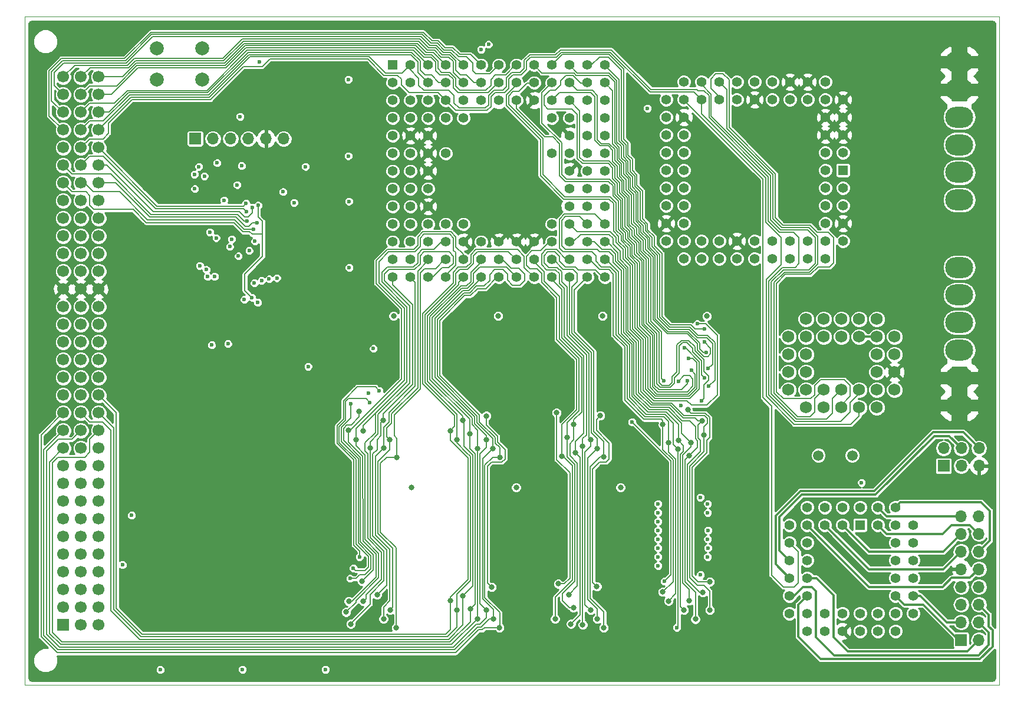
<source format=gbr>
%TF.GenerationSoftware,KiCad,Pcbnew,5.0.1-33cea8e~68~ubuntu18.04.1*%
%TF.CreationDate,2018-11-03T23:21:10-04:00*%
%TF.ProjectId,C68,4336382E6B696361645F706362000000,rev?*%
%TF.SameCoordinates,Original*%
%TF.FileFunction,Copper,L4,Bot,Mixed*%
%TF.FilePolarity,Positive*%
%FSLAX46Y46*%
G04 Gerber Fmt 4.6, Leading zero omitted, Abs format (unit mm)*
G04 Created by KiCad (PCBNEW 5.0.1-33cea8e~68~ubuntu18.04.1) date Sat 03 Nov 2018 11:21:10 PM EDT*
%MOMM*%
%LPD*%
G01*
G04 APERTURE LIST*
%ADD10C,0.050000*%
%ADD11O,4.000000X3.000000*%
%ADD12R,1.700000X1.700000*%
%ADD13O,1.700000X1.700000*%
%ADD14C,2.000000*%
%ADD15R,1.397000X1.397000*%
%ADD16C,1.397000*%
%ADD17C,1.422400*%
%ADD18R,1.422400X1.422400*%
%ADD19C,1.750000*%
%ADD20C,1.500000*%
%ADD21C,1.700000*%
%ADD22C,0.800000*%
%ADD23C,0.600000*%
%ADD24C,0.300000*%
%ADD25C,0.150000*%
%ADD26C,0.200000*%
%ADD27C,0.254000*%
G04 APERTURE END LIST*
D10*
X174500000Y-123500000D02*
X174500000Y-27500000D01*
X34500000Y-123500000D02*
X174500000Y-123500000D01*
X34500000Y-27500000D02*
X34500000Y-123500000D01*
X174500000Y-27500000D02*
X34500000Y-27500000D01*
D11*
X168750000Y-34000000D03*
X168750000Y-37960000D03*
X168750000Y-41920000D03*
X168750000Y-45880000D03*
X168750000Y-49840000D03*
X168750000Y-53800000D03*
X168750000Y-83300000D03*
X168750000Y-79340000D03*
X168750000Y-75380000D03*
X168750000Y-71420000D03*
X168750000Y-67460000D03*
X168750000Y-63500000D03*
D12*
X59000000Y-45000000D03*
D13*
X61540000Y-45000000D03*
X64080000Y-45000000D03*
X66620000Y-45000000D03*
X69160000Y-45000000D03*
X71700000Y-45000000D03*
D12*
X169000000Y-117000000D03*
D13*
X171540000Y-117000000D03*
X169000000Y-114460000D03*
X171540000Y-114460000D03*
X169000000Y-111920000D03*
X171540000Y-111920000D03*
X169000000Y-109380000D03*
X171540000Y-109380000D03*
X169000000Y-106840000D03*
X171540000Y-106840000D03*
X169000000Y-104300000D03*
X171540000Y-104300000D03*
X169000000Y-101760000D03*
X171540000Y-101760000D03*
X169000000Y-99220000D03*
X171540000Y-99220000D03*
D12*
X166500000Y-92000000D03*
D13*
X166500000Y-89460000D03*
X169040000Y-92000000D03*
X169040000Y-89460000D03*
X171580000Y-92000000D03*
X171580000Y-89460000D03*
D14*
X53500000Y-36500000D03*
X53500000Y-32000000D03*
X60000000Y-36500000D03*
X60000000Y-32000000D03*
D15*
X87370000Y-34420000D03*
D16*
X87370000Y-36960000D03*
X87370000Y-39500000D03*
X87370000Y-42040000D03*
X87370000Y-44580000D03*
X87370000Y-47120000D03*
X87370000Y-49660000D03*
X87370000Y-52200000D03*
X87370000Y-54740000D03*
X87370000Y-57280000D03*
X87370000Y-59820000D03*
X87370000Y-62360000D03*
X87370000Y-64900000D03*
X89910000Y-34420000D03*
X89910000Y-36960000D03*
X89910000Y-39500000D03*
X89910000Y-42040000D03*
X89910000Y-44580000D03*
X89910000Y-47120000D03*
X89910000Y-49660000D03*
X89910000Y-52200000D03*
X89910000Y-54740000D03*
X89910000Y-57280000D03*
X89910000Y-59820000D03*
X89910000Y-62360000D03*
X89910000Y-64900000D03*
X92450000Y-34420000D03*
X92450000Y-36960000D03*
X92450000Y-39500000D03*
X92450000Y-42040000D03*
X92450000Y-44580000D03*
X92450000Y-47120000D03*
X92450000Y-49660000D03*
X92450000Y-52200000D03*
X92450000Y-54740000D03*
X92450000Y-57280000D03*
X92450000Y-59820000D03*
X92450000Y-62360000D03*
X92450000Y-64900000D03*
X94990000Y-34420000D03*
X94990000Y-36960000D03*
X94990000Y-39500000D03*
X94990000Y-42040000D03*
X94990000Y-47120000D03*
X94990000Y-57280000D03*
X94990000Y-59820000D03*
X94990000Y-62360000D03*
X94990000Y-64900000D03*
X97530000Y-34420000D03*
X97530000Y-36960000D03*
X97530000Y-39500000D03*
X97530000Y-42040000D03*
X97530000Y-57280000D03*
X97530000Y-59820000D03*
X97530000Y-62360000D03*
X97530000Y-64900000D03*
X100070000Y-34420000D03*
X100070000Y-36960000D03*
X100070000Y-39500000D03*
X100070000Y-59820000D03*
X100070000Y-62360000D03*
X100070000Y-64900000D03*
X102610000Y-34420000D03*
X102610000Y-36960000D03*
X102610000Y-39500000D03*
X102610000Y-59820000D03*
X102610000Y-62360000D03*
X102610000Y-64900000D03*
X105150000Y-34420000D03*
X105150000Y-36960000D03*
X105150000Y-39500000D03*
X105150000Y-59820000D03*
X105150000Y-62360000D03*
X105150000Y-64900000D03*
X107690000Y-34420000D03*
X107690000Y-36960000D03*
X107690000Y-39500000D03*
X107690000Y-59820000D03*
X107690000Y-62360000D03*
X107690000Y-64900000D03*
X110230000Y-34420000D03*
X110230000Y-36960000D03*
X110230000Y-39500000D03*
X110230000Y-42040000D03*
X110230000Y-47120000D03*
X110230000Y-57280000D03*
X110230000Y-59820000D03*
X110230000Y-62360000D03*
X110230000Y-64900000D03*
X112770000Y-34420000D03*
X112770000Y-36960000D03*
X112770000Y-39500000D03*
X112770000Y-42040000D03*
X112770000Y-44580000D03*
X112770000Y-47120000D03*
X112770000Y-49660000D03*
X112770000Y-52200000D03*
X112770000Y-54740000D03*
X112770000Y-57280000D03*
X112770000Y-59820000D03*
X112770000Y-62360000D03*
X112770000Y-64900000D03*
X115310000Y-34420000D03*
X115310000Y-36960000D03*
X115310000Y-39500000D03*
X115310000Y-42040000D03*
X115310000Y-44580000D03*
X115310000Y-47120000D03*
X115310000Y-49660000D03*
X115310000Y-52200000D03*
X115310000Y-54740000D03*
X115310000Y-57280000D03*
X115310000Y-59820000D03*
X115310000Y-62360000D03*
X115310000Y-64900000D03*
X117850000Y-34420000D03*
X117850000Y-36960000D03*
X117850000Y-39500000D03*
X117850000Y-42040000D03*
X117850000Y-44580000D03*
X117850000Y-47120000D03*
X117850000Y-49660000D03*
X117850000Y-52200000D03*
X117850000Y-54740000D03*
X117850000Y-57280000D03*
X117850000Y-59820000D03*
X117850000Y-62360000D03*
X117850000Y-64900000D03*
D17*
X149490000Y-49540000D03*
X149490000Y-47000000D03*
X149490000Y-44460000D03*
X149490000Y-41920000D03*
X149490000Y-52080000D03*
X149490000Y-54620000D03*
X149490000Y-57160000D03*
X149490000Y-59700000D03*
D18*
X152030000Y-49540000D03*
D17*
X152030000Y-47000000D03*
X152030000Y-44460000D03*
X152030000Y-41920000D03*
X152030000Y-39380000D03*
X152030000Y-52080000D03*
X152030000Y-54620000D03*
X152030000Y-57160000D03*
X149490000Y-39380000D03*
X146950000Y-39380000D03*
X144410000Y-39380000D03*
X141870000Y-39380000D03*
X139330000Y-39380000D03*
X136790000Y-39380000D03*
X134250000Y-39380000D03*
X131710000Y-39380000D03*
X149490000Y-36840000D03*
X146950000Y-36840000D03*
X144410000Y-36840000D03*
X141870000Y-36840000D03*
X139330000Y-36840000D03*
X136790000Y-36840000D03*
X134250000Y-36840000D03*
X131710000Y-36840000D03*
X129170000Y-36840000D03*
X129170000Y-39380000D03*
X129170000Y-41920000D03*
X129170000Y-44460000D03*
X129170000Y-47000000D03*
X129170000Y-49540000D03*
X129170000Y-52080000D03*
X129170000Y-54620000D03*
X129170000Y-57160000D03*
X129170000Y-62240000D03*
X126630000Y-39380000D03*
X126630000Y-41920000D03*
X126630000Y-44460000D03*
X126630000Y-47000000D03*
X126630000Y-49540000D03*
X126630000Y-52080000D03*
X126630000Y-54620000D03*
X126630000Y-57160000D03*
X126630000Y-59700000D03*
X129170000Y-59700000D03*
X131710000Y-59700000D03*
X134250000Y-59700000D03*
X136790000Y-59700000D03*
X139330000Y-59700000D03*
X141870000Y-59700000D03*
X144410000Y-59700000D03*
X146950000Y-59700000D03*
X152030000Y-59700000D03*
X131710000Y-62240000D03*
X134250000Y-62240000D03*
X136790000Y-62240000D03*
X139330000Y-62240000D03*
X141870000Y-62240000D03*
X144410000Y-62240000D03*
X146950000Y-62240000D03*
X149490000Y-62240000D03*
D19*
X146720000Y-76000000D03*
X146720000Y-78540000D03*
X146720000Y-73460000D03*
X146720000Y-70920000D03*
X144180000Y-78540000D03*
X144180000Y-81080000D03*
X144180000Y-76000000D03*
X144180000Y-73460000D03*
X146720000Y-81080000D03*
X149260000Y-81080000D03*
X151800000Y-81080000D03*
X154340000Y-81080000D03*
X146720000Y-83620000D03*
X149260000Y-83620000D03*
X151800000Y-83620000D03*
X154340000Y-83620000D03*
X156880000Y-83620000D03*
X156880000Y-81080000D03*
X156880000Y-78540000D03*
X156880000Y-76000000D03*
X156880000Y-73460000D03*
X159420000Y-81080000D03*
X159420000Y-78540000D03*
X159420000Y-76000000D03*
X159420000Y-73460000D03*
X154340000Y-73460000D03*
X151800000Y-73460000D03*
X149260000Y-73460000D03*
X156880000Y-70920000D03*
X154340000Y-70920000D03*
X151800000Y-70920000D03*
X149260000Y-70920000D03*
X146720000Y-70920000D03*
D20*
X148500000Y-90500000D03*
X153380000Y-90500000D03*
D18*
X154500000Y-100500000D03*
D17*
X151960000Y-100500000D03*
X149420000Y-100500000D03*
X157040000Y-100500000D03*
X159580000Y-100500000D03*
X151960000Y-97960000D03*
X149420000Y-97960000D03*
X146880000Y-97960000D03*
X154500000Y-97960000D03*
X157040000Y-97960000D03*
X146880000Y-100500000D03*
X146880000Y-103040000D03*
X146880000Y-105580000D03*
X146880000Y-108120000D03*
X146880000Y-110660000D03*
X144340000Y-100500000D03*
X144340000Y-103040000D03*
X144340000Y-105580000D03*
X144340000Y-108120000D03*
X144340000Y-110660000D03*
X144340000Y-113200000D03*
X146880000Y-113200000D03*
X149420000Y-113200000D03*
X151960000Y-113200000D03*
X154500000Y-113200000D03*
X157040000Y-113200000D03*
X162120000Y-113200000D03*
X146880000Y-115740000D03*
X149420000Y-115740000D03*
X151960000Y-115740000D03*
X154500000Y-115740000D03*
X157040000Y-115740000D03*
X159580000Y-115740000D03*
X159580000Y-113200000D03*
X159580000Y-110660000D03*
X159580000Y-108120000D03*
X159580000Y-105580000D03*
X159580000Y-103040000D03*
X159580000Y-97960000D03*
X162120000Y-110660000D03*
X162120000Y-108120000D03*
X162120000Y-105580000D03*
X162120000Y-103040000D03*
X162120000Y-100500000D03*
D21*
X42580000Y-112330000D03*
X42580000Y-48830000D03*
X40040000Y-79310000D03*
X42580000Y-51370000D03*
X45120000Y-107250000D03*
X45120000Y-56450000D03*
X40040000Y-76770000D03*
X40040000Y-109790000D03*
X40040000Y-58990000D03*
X40040000Y-61530000D03*
X40040000Y-66610000D03*
X42580000Y-61530000D03*
X42580000Y-99630000D03*
X42580000Y-89470000D03*
X40040000Y-53910000D03*
X40040000Y-86930000D03*
X42580000Y-94550000D03*
X42580000Y-76770000D03*
X42580000Y-84390000D03*
X40040000Y-71690000D03*
X42580000Y-81850000D03*
X42580000Y-79310000D03*
X42580000Y-109790000D03*
X42580000Y-69150000D03*
X42580000Y-97090000D03*
X45120000Y-61530000D03*
X45120000Y-66610000D03*
X40040000Y-92010000D03*
X45120000Y-114870000D03*
X45120000Y-58990000D03*
X45120000Y-43750000D03*
X42580000Y-92010000D03*
X42580000Y-102170000D03*
X42580000Y-104710000D03*
X45120000Y-97090000D03*
X45120000Y-38670000D03*
X42580000Y-86930000D03*
X45120000Y-71690000D03*
X45120000Y-41210000D03*
X45120000Y-99630000D03*
X40040000Y-69150000D03*
X40040000Y-46290000D03*
X42580000Y-71690000D03*
X40040000Y-41210000D03*
X40040000Y-48830000D03*
X45120000Y-36130000D03*
X45120000Y-92010000D03*
X45120000Y-46290000D03*
X40040000Y-36130000D03*
X45120000Y-102170000D03*
X42580000Y-64070000D03*
X40040000Y-74230000D03*
X45120000Y-48830000D03*
X42580000Y-107250000D03*
X40040000Y-89470000D03*
X45120000Y-74230000D03*
X40040000Y-64070000D03*
X40040000Y-81850000D03*
X40040000Y-38670000D03*
X45120000Y-109790000D03*
X42580000Y-74230000D03*
X40040000Y-107250000D03*
X45120000Y-104710000D03*
X40040000Y-84390000D03*
D12*
X40040000Y-114870000D03*
D21*
X40040000Y-97090000D03*
X45120000Y-53910000D03*
X45120000Y-64070000D03*
X40040000Y-112330000D03*
X45120000Y-112330000D03*
X40040000Y-94550000D03*
X42580000Y-114870000D03*
X40040000Y-51370000D03*
X40040000Y-104710000D03*
X45120000Y-94550000D03*
X45120000Y-89470000D03*
X45120000Y-84390000D03*
X45120000Y-81850000D03*
X45120000Y-86930000D03*
X45120000Y-79310000D03*
X40040000Y-102170000D03*
X40040000Y-99630000D03*
X42580000Y-38670000D03*
X45120000Y-51370000D03*
X42580000Y-41210000D03*
X42580000Y-56450000D03*
X42580000Y-53910000D03*
X42580000Y-46290000D03*
X42580000Y-66610000D03*
X42580000Y-43750000D03*
X42580000Y-58990000D03*
X45120000Y-69150000D03*
X40040000Y-43750000D03*
X42580000Y-36130000D03*
X40040000Y-56450000D03*
X45120000Y-76770000D03*
D22*
X105230000Y-48210000D03*
X107010000Y-48860000D03*
D23*
X60810000Y-48770000D03*
X57190000Y-62210000D03*
X70310000Y-63100000D03*
X53990000Y-121280000D03*
X68230000Y-34010000D03*
X63700000Y-74470000D03*
X81000000Y-47500000D03*
X81000000Y-36500000D03*
D22*
X90070000Y-95120000D03*
X105100000Y-95120000D03*
X120090000Y-95120000D03*
X87500000Y-70490000D03*
X102500000Y-70490000D03*
X117500000Y-70490000D03*
X132500000Y-70500000D03*
D23*
X81080000Y-54010000D03*
X81120000Y-63530000D03*
X61390000Y-74630000D03*
X61110000Y-58440000D03*
X74840000Y-49010000D03*
X58940000Y-52210000D03*
X66750000Y-61090000D03*
X125465000Y-102555000D03*
X128410000Y-79840000D03*
X125465000Y-101285000D03*
X129720000Y-79800000D03*
X132690000Y-78030000D03*
X132610000Y-102545000D03*
X132110000Y-79360000D03*
X132640000Y-103815000D03*
X131570000Y-107645000D03*
X131750000Y-82630000D03*
X132750000Y-80580000D03*
X132590000Y-105085000D03*
X65450000Y-41830000D03*
X100060000Y-32180000D03*
D22*
X85990000Y-85450000D03*
X85130000Y-110540000D03*
D23*
X101120000Y-31480000D03*
X65680000Y-48890000D03*
X67860000Y-57120000D03*
X73200000Y-54210000D03*
X66450000Y-56830000D03*
X71620000Y-52640000D03*
X66360000Y-55490000D03*
X65020000Y-51650000D03*
D22*
X86070000Y-89470000D03*
X86060000Y-113970000D03*
D23*
X154710000Y-94410000D03*
X67170000Y-54850000D03*
X67390000Y-57990000D03*
D22*
X86950000Y-88230000D03*
X86990000Y-112700000D03*
X84140000Y-89430000D03*
X81360000Y-114720000D03*
X83160000Y-86960000D03*
X83150000Y-111470000D03*
X87970000Y-90760000D03*
X87860000Y-115240000D03*
X82080000Y-88220000D03*
X80680000Y-113010000D03*
X81040000Y-86930000D03*
X81060000Y-111430000D03*
X97420000Y-85450000D03*
X97460000Y-110650000D03*
X98450000Y-87430000D03*
X98510000Y-112540000D03*
X100840000Y-88220000D03*
X100840000Y-112720000D03*
X101740000Y-89480000D03*
X101800000Y-113990000D03*
X102740000Y-90750000D03*
X102710000Y-115240000D03*
D23*
X131130000Y-71600000D03*
X131550000Y-96530000D03*
X129850000Y-76540000D03*
X125465000Y-97475000D03*
D22*
X96600000Y-88210000D03*
X96570000Y-112680000D03*
X99570000Y-89480000D03*
X99550000Y-113980000D03*
D23*
X132150000Y-74225000D03*
X132600000Y-98735000D03*
X125465000Y-98745000D03*
X129280000Y-75050000D03*
D22*
X113320000Y-112380000D03*
X112450000Y-87930000D03*
X95620000Y-86940000D03*
X95650000Y-111390000D03*
D23*
X132130000Y-72320000D03*
X132600000Y-97465000D03*
X125465000Y-100015000D03*
X130260000Y-78290000D03*
D22*
X110700000Y-114000000D03*
X111690000Y-90610000D03*
X116770000Y-89480000D03*
X116750000Y-113990000D03*
X112690000Y-110490000D03*
X113370000Y-86050000D03*
D23*
X132380000Y-75680000D03*
X132660000Y-101275000D03*
X125465000Y-105095000D03*
X85430000Y-81190000D03*
X82610000Y-105080000D03*
X128790000Y-83310000D03*
D22*
X132900000Y-112730000D03*
X132090000Y-87560000D03*
X131920000Y-110170000D03*
X131810000Y-85580000D03*
X113630000Y-90140000D03*
X112970000Y-114710000D03*
X115830000Y-88220000D03*
X115800000Y-112730000D03*
D23*
X125465000Y-106365000D03*
X75220000Y-77730000D03*
X84070000Y-82880000D03*
X81730000Y-106710000D03*
D22*
X111130000Y-108950000D03*
X110920000Y-84380000D03*
D23*
X66300000Y-54320000D03*
X63960000Y-60510000D03*
X63150000Y-53860000D03*
D22*
X129210000Y-112700000D03*
X128400000Y-88360000D03*
X129980000Y-111370000D03*
X130210000Y-88680000D03*
X126160000Y-110120000D03*
X126180000Y-86080000D03*
X117690000Y-90740000D03*
X117670000Y-115260000D03*
D23*
X125465000Y-103825000D03*
X126330000Y-79790000D03*
X81340000Y-83115000D03*
X81260000Y-108180000D03*
X126390000Y-108600000D03*
X121750000Y-85710000D03*
X123950000Y-40650000D03*
X62150000Y-48490000D03*
X64260000Y-59430000D03*
X62010000Y-59270000D03*
D22*
X126970000Y-111410000D03*
X126980000Y-88680000D03*
X130850000Y-114020000D03*
X129930000Y-90570000D03*
X128360000Y-89600000D03*
D23*
X128170000Y-115220000D03*
D22*
X114630000Y-89160000D03*
X114660000Y-114830000D03*
D23*
X67590000Y-59750000D03*
X84600000Y-75160000D03*
X65210000Y-61860000D03*
X83850000Y-81560000D03*
X61780000Y-64800000D03*
D22*
X129740000Y-83970000D03*
X132930000Y-108660000D03*
D23*
X70740000Y-65010000D03*
D22*
X117190000Y-84790000D03*
X116690000Y-109330000D03*
D23*
X69620000Y-65160000D03*
X60590000Y-63820000D03*
X49870000Y-99110000D03*
X60780000Y-64830000D03*
X48580000Y-106210000D03*
D22*
X82560000Y-84160000D03*
X82950000Y-108560000D03*
D23*
X67500000Y-65750000D03*
D22*
X100830000Y-84830000D03*
X101580000Y-109430000D03*
D23*
X68540000Y-65410000D03*
X68040000Y-54580000D03*
X67130000Y-67820000D03*
X66050000Y-68120000D03*
X60320000Y-50390000D03*
X59670000Y-63270000D03*
X67980000Y-68530000D03*
X65790000Y-121250000D03*
X58900000Y-50130000D03*
X77710000Y-121250000D03*
X59530000Y-49010000D03*
D24*
X159580000Y-110660000D02*
X160850000Y-111930000D01*
X160850000Y-111930000D02*
X163600000Y-111930000D01*
X168670000Y-117000000D02*
X169060000Y-117000000D01*
X163600000Y-111930000D02*
X168670000Y-117000000D01*
X148220000Y-108120000D02*
X146880000Y-108120000D01*
X150690000Y-110590000D02*
X148220000Y-108120000D01*
X150690000Y-116600000D02*
X150690000Y-110590000D01*
X152760000Y-118670000D02*
X150690000Y-116600000D01*
X171540000Y-117000000D02*
X169870000Y-118670000D01*
X169870000Y-118670000D02*
X152760000Y-118670000D01*
X163125788Y-110660000D02*
X166925788Y-114460000D01*
X166925788Y-114460000D02*
X169010000Y-114460000D01*
X162120000Y-110660000D02*
X163125788Y-110660000D01*
X172980000Y-117730000D02*
X172980000Y-115900000D01*
X171490000Y-119220000D02*
X172980000Y-117730000D01*
X150780000Y-119220000D02*
X171490000Y-119220000D01*
X172980000Y-115900000D02*
X171540000Y-114460000D01*
X145060000Y-110660000D02*
X146330000Y-109390000D01*
X147570000Y-109390000D02*
X148150000Y-109970000D01*
X146330000Y-109390000D02*
X147570000Y-109390000D01*
X144340000Y-110660000D02*
X145060000Y-110660000D01*
X148150000Y-109970000D02*
X148150000Y-116590000D01*
X148150000Y-116590000D02*
X150780000Y-119220000D01*
X171540000Y-111920000D02*
X172980000Y-113360000D01*
X172980000Y-113360000D02*
X172980000Y-115090000D01*
X172980000Y-115090000D02*
X173510000Y-115620000D01*
X173510000Y-115620000D02*
X173510000Y-117960000D01*
X173510000Y-117960000D02*
X171720000Y-119750000D01*
X171720000Y-119750000D02*
X148840000Y-119750000D01*
X148840000Y-119750000D02*
X145610000Y-116520000D01*
X145610000Y-111930000D02*
X146880000Y-110660000D01*
X145610000Y-116520000D02*
X145610000Y-111930000D01*
X167620000Y-108100000D02*
X170280000Y-108100000D01*
X170280000Y-108100000D02*
X171540000Y-106840000D01*
X155770000Y-109390000D02*
X166330000Y-109390000D01*
X166330000Y-109390000D02*
X167620000Y-108100000D01*
X146880000Y-100500000D02*
X155770000Y-109390000D01*
X166450000Y-106850000D02*
X169000000Y-104300000D01*
X149420000Y-100500000D02*
X155770000Y-106850000D01*
X155770000Y-106850000D02*
X166450000Y-106850000D01*
X160291199Y-97248801D02*
X171888801Y-97248801D01*
X159580000Y-97960000D02*
X160291199Y-97248801D01*
X171888801Y-97248801D02*
X173130000Y-98490000D01*
X173130000Y-102710000D02*
X171540000Y-104300000D01*
X173130000Y-98490000D02*
X173130000Y-102710000D01*
X169000000Y-101760000D02*
X166450000Y-104310000D01*
X155770000Y-104310000D02*
X151960000Y-100500000D01*
X166450000Y-104310000D02*
X155770000Y-104310000D01*
X157040000Y-100500000D02*
X158310000Y-101770000D01*
X158310000Y-101770000D02*
X166380000Y-101770000D01*
X166380000Y-101770000D02*
X167660000Y-100490000D01*
X170270000Y-100490000D02*
X171540000Y-101760000D01*
X167660000Y-100490000D02*
X170270000Y-100490000D01*
X158300000Y-99220000D02*
X157040000Y-97960000D01*
X169000000Y-99220000D02*
X158300000Y-99220000D01*
X144340000Y-105580000D02*
X142930000Y-104170000D01*
X142930000Y-104170000D02*
X142930000Y-99340000D01*
X142930000Y-99340000D02*
X146130000Y-96140000D01*
X146130000Y-96140000D02*
X156740000Y-96140000D01*
X156740000Y-96140000D02*
X165170000Y-87710000D01*
X167290000Y-87710000D02*
X169040000Y-89460000D01*
X165170000Y-87710000D02*
X167290000Y-87710000D01*
X144340000Y-108120000D02*
X142370000Y-106150000D01*
X142370000Y-106150000D02*
X142370000Y-99150000D01*
X142370000Y-99150000D02*
X145910000Y-95610000D01*
X145910000Y-95610000D02*
X156530000Y-95610000D01*
X156530000Y-95610000D02*
X164960000Y-87180000D01*
X169300000Y-87180000D02*
X171580000Y-89460000D01*
X164960000Y-87180000D02*
X169300000Y-87180000D01*
D25*
X113270000Y-35910000D02*
X114360000Y-37000000D01*
X112220000Y-35910000D02*
X113270000Y-35910000D01*
X111460000Y-36670000D02*
X112220000Y-35910000D01*
X111460000Y-37270000D02*
X111460000Y-36670000D01*
X110690000Y-38040000D02*
X111460000Y-37270000D01*
X109130000Y-38910000D02*
X110000000Y-38040000D01*
X109130000Y-40180000D02*
X109130000Y-38910000D01*
X109660000Y-40710000D02*
X109130000Y-40180000D01*
X113870000Y-41490000D02*
X113090000Y-40710000D01*
X118320000Y-48580000D02*
X114600000Y-48580000D01*
X118970000Y-50780000D02*
X118970000Y-49230000D01*
X110000000Y-38040000D02*
X110690000Y-38040000D01*
X114600000Y-48580000D02*
X113870000Y-47850000D01*
X119630000Y-52910000D02*
X119630000Y-51440000D01*
X120420000Y-53700000D02*
X119630000Y-52910000D01*
X130470000Y-80580000D02*
X129660000Y-81390000D01*
X113090000Y-40710000D02*
X109660000Y-40710000D01*
X130470000Y-79500000D02*
X130470000Y-80580000D01*
X130030000Y-79060000D02*
X130470000Y-79500000D01*
X119630000Y-51440000D02*
X118970000Y-50780000D01*
X128410000Y-79840000D02*
X129190000Y-79060000D01*
X129660000Y-81390000D02*
X125460000Y-81390000D01*
X129190000Y-79060000D02*
X130030000Y-79060000D01*
X125460000Y-81390000D02*
X124670000Y-80600000D01*
X124670000Y-80600000D02*
X124670000Y-73280000D01*
X113870000Y-47850000D02*
X113870000Y-41490000D01*
X123150000Y-62630000D02*
X122080000Y-61560000D01*
X120420000Y-57730000D02*
X120420000Y-53700000D01*
X122080000Y-61560000D02*
X122080000Y-60210000D01*
X121130000Y-59260000D02*
X121130000Y-58440000D01*
X114360000Y-37000000D02*
X115310000Y-37000000D01*
X124670000Y-73280000D02*
X123150000Y-71760000D01*
X122080000Y-60210000D02*
X121130000Y-59260000D01*
X118970000Y-49230000D02*
X118320000Y-48580000D01*
X123150000Y-71760000D02*
X123150000Y-62630000D01*
X121130000Y-58440000D02*
X120420000Y-57730000D01*
X118440000Y-48240000D02*
X114760000Y-48240000D01*
X114230000Y-47710000D02*
X114230000Y-41000000D01*
X119290000Y-49090000D02*
X118440000Y-48240000D01*
X114760000Y-48240000D02*
X114230000Y-47710000D01*
X119290000Y-50660000D02*
X119290000Y-49090000D01*
X119940000Y-52780000D02*
X119940000Y-51310000D01*
X124980000Y-80440000D02*
X124980000Y-73130000D01*
X124980000Y-73130000D02*
X123470000Y-71620000D01*
X128864264Y-81080000D02*
X125620000Y-81080000D01*
X129720000Y-79800000D02*
X129720000Y-80224264D01*
X129720000Y-80224264D02*
X128864264Y-81080000D01*
X123470000Y-62500000D02*
X122400000Y-61430000D01*
X114230000Y-41000000D02*
X112750000Y-39520000D01*
X121430009Y-58564269D02*
X121430009Y-58290009D01*
X121430009Y-58290009D02*
X120730000Y-57590000D01*
X125620000Y-81080000D02*
X124980000Y-80440000D01*
X123470000Y-71620000D02*
X123470000Y-62500000D01*
X120730000Y-53570000D02*
X119940000Y-52780000D01*
X122400000Y-61430000D02*
X122400000Y-60090000D01*
X119940000Y-51310000D02*
X119290000Y-50660000D01*
X122400000Y-60090000D02*
X121430000Y-59120000D01*
X121430000Y-59120000D02*
X121430000Y-58564278D01*
X120730000Y-57590000D02*
X120730000Y-53570000D01*
X121430000Y-58564278D02*
X121430009Y-58564269D01*
X133340000Y-74480000D02*
X133340000Y-77380000D01*
X131140000Y-73590000D02*
X132450000Y-73590000D01*
X133340000Y-77380000D02*
X132690000Y-78030000D01*
X132450000Y-73590000D02*
X133340000Y-74480000D01*
X120550000Y-47630000D02*
X121170000Y-48250000D01*
X122610000Y-52760000D02*
X122610000Y-56750000D01*
X119880000Y-45340000D02*
X120550000Y-46010000D01*
X127030000Y-72390000D02*
X129940000Y-72390000D01*
X119880000Y-36510000D02*
X119880000Y-45340000D01*
X120550000Y-46010000D02*
X120550000Y-47630000D01*
X121170000Y-49840000D02*
X121820000Y-50490000D01*
X123340000Y-58340000D02*
X124300000Y-59300000D01*
X121170000Y-48250000D02*
X121170000Y-49840000D01*
X117950000Y-34580000D02*
X119880000Y-36510000D01*
X122610000Y-56750000D02*
X123340000Y-57480000D01*
X121820000Y-50490000D02*
X121820000Y-51970000D01*
X129940000Y-72390000D02*
X131140000Y-73590000D01*
X121820000Y-51970000D02*
X122610000Y-52760000D01*
X123340000Y-57480000D02*
X123340000Y-58340000D01*
X124300000Y-59300000D02*
X124300000Y-60660000D01*
X125390000Y-70750000D02*
X127030000Y-72390000D01*
X124300000Y-60660000D02*
X125390000Y-61750000D01*
X125390000Y-61750000D02*
X125390000Y-70750000D01*
X111320000Y-38410000D02*
X110210000Y-39520000D01*
X116410000Y-45280000D02*
X116410000Y-38970000D01*
X117170000Y-46040000D02*
X116410000Y-45280000D01*
X118960000Y-46680000D02*
X118320000Y-46040000D01*
X119610000Y-48950000D02*
X118960000Y-48300000D01*
X115850000Y-38410000D02*
X111320000Y-38410000D01*
X119610000Y-50530000D02*
X119610000Y-48950000D01*
X120260000Y-51180000D02*
X119610000Y-50530000D01*
X121040000Y-53430000D02*
X120260000Y-52650000D01*
X121040000Y-57450000D02*
X121040000Y-53430000D01*
X121750000Y-58160000D02*
X121040000Y-57450000D01*
X121750000Y-58970000D02*
X121750000Y-58160000D01*
X120260000Y-52650000D02*
X120260000Y-51180000D01*
X122720000Y-59940000D02*
X121750000Y-58970000D01*
X122720000Y-61290000D02*
X122720000Y-59940000D01*
X129650000Y-74310000D02*
X128990000Y-74310000D01*
X131720000Y-76890000D02*
X130460000Y-75630000D01*
X130460000Y-75120000D02*
X129650000Y-74310000D01*
X132110000Y-79360000D02*
X131720000Y-78970000D01*
X123780000Y-62350000D02*
X122720000Y-61290000D01*
X131720000Y-78970000D02*
X131720000Y-76890000D01*
X118320000Y-46040000D02*
X117170000Y-46040000D01*
X128500000Y-78670000D02*
X127790000Y-79380000D01*
X128990000Y-74310000D02*
X128500000Y-74800000D01*
X123780000Y-71460000D02*
X123780000Y-62350000D01*
X128500000Y-74800000D02*
X128500000Y-78670000D01*
X125310000Y-80240000D02*
X125310000Y-72990000D01*
X130460000Y-75630000D02*
X130460000Y-75120000D01*
X127790000Y-79380000D02*
X127790000Y-80160000D01*
X125810000Y-80740000D02*
X125310000Y-80240000D01*
X116410000Y-38970000D02*
X115850000Y-38410000D01*
X127790000Y-80160000D02*
X127210000Y-80740000D01*
X127210000Y-80740000D02*
X125810000Y-80740000D01*
X118960000Y-48300000D02*
X118960000Y-46680000D01*
X125310000Y-72990000D02*
X123780000Y-71460000D01*
X128850000Y-74000000D02*
X129890000Y-74000000D01*
X126040000Y-80430000D02*
X127080000Y-80430000D01*
X125630000Y-80020000D02*
X126040000Y-80430000D01*
X119280000Y-46550000D02*
X119280000Y-48150000D01*
X124110000Y-71350000D02*
X125630000Y-72870000D01*
X124110000Y-62240000D02*
X124110000Y-71350000D01*
X121350000Y-53290000D02*
X121350000Y-57320000D01*
X130770000Y-75470000D02*
X132060000Y-76760000D01*
X120570000Y-52510000D02*
X121350000Y-53290000D01*
X129890000Y-74000000D02*
X130770000Y-74880000D01*
X120570000Y-51040000D02*
X120570000Y-52510000D01*
X123030000Y-61160000D02*
X124110000Y-62240000D01*
X119920000Y-50390000D02*
X120570000Y-51040000D01*
X128190000Y-78490000D02*
X128190000Y-74660000D01*
X125630000Y-72870000D02*
X125630000Y-80020000D01*
X122080000Y-58850000D02*
X123030000Y-59800000D01*
X130770000Y-74880000D02*
X130770000Y-75470000D01*
X127080000Y-80430000D02*
X127460000Y-80050000D01*
X132060000Y-76760000D02*
X132060000Y-78390000D01*
X127460000Y-79220000D02*
X128190000Y-78490000D01*
X122080000Y-58050000D02*
X122080000Y-58850000D01*
X127460000Y-80050000D02*
X127460000Y-79220000D01*
X123030000Y-59800000D02*
X123030000Y-61160000D01*
X118440000Y-45710000D02*
X119280000Y-46550000D01*
X128190000Y-74660000D02*
X128850000Y-74000000D01*
X119920000Y-48790000D02*
X119920000Y-50390000D01*
X121350000Y-57320000D02*
X122080000Y-58050000D01*
X119280000Y-48150000D02*
X119920000Y-48790000D01*
X132060000Y-78390000D02*
X132750000Y-79080000D01*
X132750000Y-79080000D02*
X132750000Y-79670000D01*
X132750000Y-79670000D02*
X132060000Y-80360000D01*
X112750000Y-36980000D02*
X113850000Y-38080000D01*
X113850000Y-38080000D02*
X116040000Y-38080000D01*
X116040000Y-38080000D02*
X116750000Y-38790000D01*
X116750000Y-45120000D02*
X117340000Y-45710000D01*
X116750000Y-38790000D02*
X116750000Y-45120000D01*
X117340000Y-45710000D02*
X118440000Y-45710000D01*
X131750000Y-82630000D02*
X132060000Y-82320000D01*
X132060000Y-80360000D02*
X132060000Y-80560000D01*
X132060000Y-82320000D02*
X132060000Y-80560000D01*
X132060000Y-80560000D02*
X132060000Y-81340000D01*
X133660000Y-74320000D02*
X133660000Y-79670000D01*
X132590000Y-73250000D02*
X133660000Y-74320000D01*
X131250000Y-73250000D02*
X132590000Y-73250000D01*
X130060000Y-72060000D02*
X131250000Y-73250000D01*
X127150000Y-72060000D02*
X130060000Y-72060000D01*
X125730000Y-70640000D02*
X127150000Y-72060000D01*
X125730000Y-61640000D02*
X125730000Y-70640000D01*
X124610000Y-60520000D02*
X125730000Y-61640000D01*
X124610000Y-59170000D02*
X124610000Y-60520000D01*
X120190000Y-45210000D02*
X120860000Y-45880000D01*
X118310000Y-33260000D02*
X120190000Y-35140000D01*
X120190000Y-35140000D02*
X120190000Y-45210000D01*
X117050000Y-33260000D02*
X118310000Y-33260000D01*
X133660000Y-79670000D02*
X132750000Y-80580000D01*
X115870000Y-34440000D02*
X117050000Y-33260000D01*
X120860000Y-45880000D02*
X120860000Y-47500000D01*
X122130000Y-51830000D02*
X122930000Y-52630000D01*
X120860000Y-47500000D02*
X121480000Y-48120000D01*
X121480000Y-48120000D02*
X121480000Y-49720000D01*
X121480000Y-49720000D02*
X122130000Y-50370000D01*
X122130000Y-50370000D02*
X122130000Y-51830000D01*
X123650000Y-57360000D02*
X123650000Y-58210000D01*
X122930000Y-52630000D02*
X122930000Y-56640000D01*
X122930000Y-56640000D02*
X123650000Y-57360000D01*
X115290000Y-34440000D02*
X115870000Y-34440000D01*
X123650000Y-58210000D02*
X124610000Y-59170000D01*
X85990000Y-85450000D02*
X85990000Y-84520000D01*
X85990000Y-84520000D02*
X90220000Y-80290000D01*
X90220000Y-68890000D02*
X87350000Y-66020000D01*
X90220000Y-80290000D02*
X90220000Y-68890000D01*
X87350000Y-66020000D02*
X87350000Y-64920000D01*
X85670000Y-87690000D02*
X85670000Y-85770000D01*
X85120000Y-88240000D02*
X85670000Y-87690000D01*
X86540000Y-109130000D02*
X86540000Y-104100000D01*
X86540000Y-104100000D02*
X84520000Y-102080000D01*
X85130000Y-110540000D02*
X86540000Y-109130000D01*
X84520000Y-102080000D02*
X84520000Y-90290000D01*
X85120000Y-89690000D02*
X85120000Y-88240000D01*
X85670000Y-85770000D02*
X85990000Y-85450000D01*
X84520000Y-90290000D02*
X85120000Y-89690000D01*
X45200000Y-43600000D02*
X45200000Y-43980000D01*
X49750000Y-39050000D02*
X45200000Y-43600000D01*
X88730000Y-35600000D02*
X86350000Y-35600000D01*
X84000000Y-33250000D02*
X66830000Y-33250000D01*
X61030000Y-39050000D02*
X49750000Y-39050000D01*
X89910000Y-34420000D02*
X88730000Y-35600000D01*
X86350000Y-35600000D02*
X84000000Y-33250000D01*
X66830000Y-33250000D02*
X61030000Y-39050000D01*
X96150000Y-38780000D02*
X96150000Y-39880000D01*
X96150000Y-39880000D02*
X96890000Y-40620000D01*
X105630000Y-35540000D02*
X106270000Y-34900000D01*
X104440000Y-35540000D02*
X105630000Y-35540000D01*
X103720000Y-36260000D02*
X104440000Y-35540000D01*
X110750000Y-32970000D02*
X111450000Y-32270000D01*
X103720000Y-37540000D02*
X103720000Y-36260000D01*
X103200000Y-38060000D02*
X103720000Y-37540000D01*
X101940000Y-38060000D02*
X103200000Y-38060000D01*
X107050000Y-32970000D02*
X110750000Y-32970000D01*
X101190000Y-38810000D02*
X101940000Y-38060000D01*
X95430000Y-38060000D02*
X96150000Y-38780000D01*
X106270000Y-34900000D02*
X106270000Y-33750000D01*
X89910000Y-35110000D02*
X91120000Y-36320000D01*
X100690000Y-40620000D02*
X101190000Y-40120000D01*
X91120000Y-36320000D02*
X91120000Y-37370000D01*
X91120000Y-37370000D02*
X91810000Y-38060000D01*
X91810000Y-38060000D02*
X95430000Y-38060000D01*
X106270000Y-33750000D02*
X107050000Y-32970000D01*
X96890000Y-40620000D02*
X100690000Y-40620000D01*
X89910000Y-34420000D02*
X89910000Y-35110000D01*
X101190000Y-40120000D02*
X101190000Y-38810000D01*
X111450000Y-32270000D02*
X117420000Y-32270000D01*
X131010000Y-37940000D02*
X124470000Y-37940000D01*
X124470000Y-37940000D02*
X118800000Y-32270000D01*
X131190000Y-38120000D02*
X131010000Y-37940000D01*
X132080000Y-38120000D02*
X131190000Y-38120000D01*
X118800000Y-32270000D02*
X118010000Y-32270000D01*
X132800000Y-38840000D02*
X132080000Y-38120000D01*
X132800000Y-41940000D02*
X132800000Y-38840000D01*
X145190000Y-85640000D02*
X141370000Y-81820000D01*
X151700000Y-85640000D02*
X145190000Y-85640000D01*
X142920000Y-58410000D02*
X141310000Y-56800000D01*
X154340000Y-81610000D02*
X153070000Y-82880000D01*
X153070000Y-82880000D02*
X153070000Y-84270000D01*
X143320000Y-63490000D02*
X145170000Y-63490000D01*
X141370000Y-65440000D02*
X143320000Y-63490000D01*
X154340000Y-81170000D02*
X154340000Y-81610000D01*
X153070000Y-84270000D02*
X151700000Y-85640000D01*
X141370000Y-81820000D02*
X141370000Y-65440000D01*
X145170000Y-63490000D02*
X145690000Y-62970000D01*
X118010000Y-32270000D02*
X117420000Y-32270000D01*
X141310000Y-56800000D02*
X141310000Y-50450000D01*
X145690000Y-62970000D02*
X145690000Y-59180000D01*
X144920000Y-58410000D02*
X142920000Y-58410000D01*
X145690000Y-59180000D02*
X144920000Y-58410000D01*
X141310000Y-50450000D02*
X132800000Y-41940000D01*
D26*
X45120000Y-51370000D02*
X47560000Y-51370000D01*
X47560000Y-51370000D02*
X52460000Y-56270000D01*
X64870000Y-56270000D02*
X66190000Y-57590000D01*
X66700000Y-57590000D02*
X67170000Y-57120000D01*
X52460000Y-56270000D02*
X64870000Y-56270000D01*
X67170000Y-57120000D02*
X67860000Y-57120000D01*
X66190000Y-57590000D02*
X66700000Y-57590000D01*
X65065736Y-55870000D02*
X66025736Y-56830000D01*
X52690000Y-55870000D02*
X65065736Y-55870000D01*
X46920000Y-50100000D02*
X52690000Y-55870000D01*
X66025736Y-56830000D02*
X66450000Y-56830000D01*
X41310000Y-50100000D02*
X46920000Y-50100000D01*
X40040000Y-48830000D02*
X41310000Y-50100000D01*
X53290000Y-55090000D02*
X65960000Y-55090000D01*
X65960000Y-55090000D02*
X66360000Y-55490000D01*
X45750000Y-47550000D02*
X53290000Y-55090000D01*
X43860000Y-47550000D02*
X45750000Y-47550000D01*
X42580000Y-48830000D02*
X43860000Y-47550000D01*
D25*
X86820000Y-84340000D02*
X90620000Y-80540000D01*
X90620000Y-80540000D02*
X90620000Y-65650000D01*
X86820000Y-85740000D02*
X86820000Y-84340000D01*
X86070000Y-86490000D02*
X86820000Y-85740000D01*
X90620000Y-65650000D02*
X89890000Y-64920000D01*
X86070000Y-89470000D02*
X86070000Y-86490000D01*
X84920000Y-101959990D02*
X84920000Y-90620000D01*
X84920000Y-90620000D02*
X86070000Y-89470000D01*
X86970000Y-104009990D02*
X84920000Y-101959990D01*
X86970000Y-111390000D02*
X86970000Y-104009990D01*
X86060000Y-112300000D02*
X86970000Y-111390000D01*
X86060000Y-113970000D02*
X86060000Y-112300000D01*
X43850000Y-39940000D02*
X42580000Y-41210000D01*
X90300000Y-32270000D02*
X66470000Y-32270000D01*
X66470000Y-32270000D02*
X60650000Y-38090000D01*
X92450000Y-34420000D02*
X90300000Y-32270000D01*
X60650000Y-38090000D02*
X49270000Y-38090000D01*
X49270000Y-38090000D02*
X47420000Y-39940000D01*
X47420000Y-39940000D02*
X43850000Y-39940000D01*
X45830000Y-42480000D02*
X43850000Y-42480000D01*
X49580000Y-38730000D02*
X45830000Y-42480000D01*
X91000000Y-35510000D02*
X91000000Y-33950000D01*
X91000000Y-33950000D02*
X89980000Y-32930000D01*
X92450000Y-36960000D02*
X91000000Y-35510000D01*
X89980000Y-32930000D02*
X66720000Y-32930000D01*
X66720000Y-32930000D02*
X60920000Y-38730000D01*
X43850000Y-42480000D02*
X42580000Y-43750000D01*
X60920000Y-38730000D02*
X49580000Y-38730000D01*
D26*
X67170000Y-55690000D02*
X67170000Y-54850000D01*
X45120000Y-48830000D02*
X46322081Y-48830000D01*
X52982081Y-55490000D02*
X65340000Y-55490000D01*
X46322081Y-48830000D02*
X52982081Y-55490000D01*
X65340000Y-55490000D02*
X66070000Y-56220000D01*
X66640000Y-56220000D02*
X67170000Y-55690000D01*
X66070000Y-56220000D02*
X66640000Y-56220000D01*
X144340000Y-103040000D02*
X145620000Y-104320000D01*
X145620000Y-104320000D02*
X145620000Y-108820000D01*
X145620000Y-108820000D02*
X145040000Y-109400000D01*
X145040000Y-109400000D02*
X143480000Y-109400000D01*
X143480000Y-109400000D02*
X141810000Y-107730000D01*
X141810000Y-83450000D02*
X140550000Y-82190000D01*
X140550000Y-82190000D02*
X140550000Y-50800000D01*
X129280000Y-39530000D02*
X129150000Y-39530000D01*
X140550000Y-50800000D02*
X129280000Y-39530000D01*
D25*
X141810000Y-101170000D02*
X141810000Y-98970000D01*
D26*
X141810000Y-101170000D02*
X141810000Y-83450000D01*
X141810000Y-107730000D02*
X141810000Y-101170000D01*
X66040000Y-57990000D02*
X67390000Y-57990000D01*
X42580000Y-51370000D02*
X43080000Y-51370000D01*
X43080000Y-51370000D02*
X44350000Y-52640000D01*
X44350000Y-52640000D02*
X48130000Y-52640000D01*
X52150000Y-56660000D02*
X64710000Y-56660000D01*
X64710000Y-56660000D02*
X66040000Y-57990000D01*
X48130000Y-52640000D02*
X52150000Y-56660000D01*
D25*
X90980000Y-64020000D02*
X92380000Y-62620000D01*
X90980000Y-80780000D02*
X90980000Y-64020000D01*
X87220000Y-84540000D02*
X90980000Y-80780000D01*
X86950000Y-88230000D02*
X86520000Y-87800000D01*
X86520000Y-86590000D02*
X87220000Y-85890000D01*
X86520000Y-87800000D02*
X86520000Y-86590000D01*
X87220000Y-85890000D02*
X87220000Y-84540000D01*
X85270000Y-91370000D02*
X86950000Y-89690000D01*
X86950000Y-89690000D02*
X86950000Y-88230000D01*
X85270000Y-101750000D02*
X85270000Y-91370000D01*
X87389999Y-103869999D02*
X85270000Y-101750000D01*
X87389999Y-112300001D02*
X87389999Y-103869999D01*
X86990000Y-112700000D02*
X87389999Y-112300001D01*
X96070000Y-62920000D02*
X96070000Y-61890000D01*
X94460000Y-63560000D02*
X95430000Y-63560000D01*
X92430000Y-64920000D02*
X93100000Y-64920000D01*
X95430000Y-63560000D02*
X96070000Y-62920000D01*
X93100000Y-64920000D02*
X94460000Y-63560000D01*
X95450000Y-61270000D02*
X91890000Y-61270000D01*
X91890000Y-61270000D02*
X91320000Y-61840000D01*
X91320000Y-61840000D02*
X91320000Y-62990000D01*
X90490000Y-63820000D02*
X86830000Y-63820000D01*
X89820000Y-69040000D02*
X89820000Y-80090000D01*
X91320000Y-62990000D02*
X90490000Y-63820000D01*
X86830000Y-63820000D02*
X86180000Y-64470000D01*
X96070000Y-61890000D02*
X95450000Y-61270000D01*
X86180000Y-64470000D02*
X86180000Y-65400000D01*
X86180000Y-65400000D02*
X89820000Y-69040000D01*
X85270000Y-84640000D02*
X85270000Y-87440000D01*
X89820000Y-80090000D02*
X85270000Y-84640000D01*
X84140000Y-88570000D02*
X84140000Y-89430000D01*
X85270000Y-87440000D02*
X84140000Y-88570000D01*
X86110000Y-104240000D02*
X86110000Y-108510000D01*
X86110000Y-108510000D02*
X84140000Y-110480000D01*
X84140000Y-102270000D02*
X86110000Y-104240000D01*
X84140000Y-89430000D02*
X84140000Y-102270000D01*
X84140000Y-110480000D02*
X84140000Y-111850000D01*
X84140000Y-111850000D02*
X81360000Y-114630000D01*
X81360000Y-114630000D02*
X81360000Y-114720000D01*
X48560000Y-36130000D02*
X45120000Y-36130000D01*
X50540000Y-34150000D02*
X48560000Y-36130000D01*
X94990000Y-34420000D02*
X93210000Y-32640000D01*
X93210000Y-32640000D02*
X92190000Y-32640000D01*
X92190000Y-32640000D02*
X90880000Y-31330000D01*
X90880000Y-31330000D02*
X66040000Y-31330000D01*
X66040000Y-31330000D02*
X63220000Y-34150000D01*
X63220000Y-34150000D02*
X50540000Y-34150000D01*
X66610000Y-32590000D02*
X60790000Y-38410000D01*
X94002172Y-36960000D02*
X92912172Y-35870000D01*
X94990000Y-36960000D02*
X94002172Y-36960000D01*
X90100000Y-32590000D02*
X66610000Y-32590000D01*
X92912172Y-35870000D02*
X92040000Y-35870000D01*
X91330000Y-35160000D02*
X91330000Y-33820000D01*
X92040000Y-35870000D02*
X91330000Y-35160000D01*
X91330000Y-33820000D02*
X90100000Y-32590000D01*
X45120000Y-41210000D02*
X46610000Y-41210000D01*
X49410000Y-38410000D02*
X49980000Y-38410000D01*
X46610000Y-41210000D02*
X49410000Y-38410000D01*
X60790000Y-38410000D02*
X49980000Y-38410000D01*
X43840000Y-45030000D02*
X42580000Y-46290000D01*
X88070010Y-35900010D02*
X86130010Y-35900010D01*
X68620000Y-34650000D02*
X65900000Y-34650000D01*
X88640000Y-37320000D02*
X88640000Y-36470000D01*
X69710000Y-33560000D02*
X68620000Y-34650000D01*
X94990000Y-39500000D02*
X93880000Y-38390000D01*
X93880000Y-38390000D02*
X89710000Y-38390000D01*
X46530000Y-42790000D02*
X46530000Y-44250000D01*
X86130010Y-35900010D02*
X83790000Y-33560000D01*
X88640000Y-36470000D02*
X88070010Y-35900010D01*
X61180000Y-39370000D02*
X49950000Y-39370000D01*
X65900000Y-34650000D02*
X61180000Y-39370000D01*
X89710000Y-38390000D02*
X88640000Y-37320000D01*
X49950000Y-39370000D02*
X46530000Y-42790000D01*
X83790000Y-33560000D02*
X69710000Y-33560000D01*
X46530000Y-44250000D02*
X45750000Y-45030000D01*
X45750000Y-45030000D02*
X43840000Y-45030000D01*
D26*
X131710000Y-41400000D02*
X131710000Y-39380000D01*
X140960000Y-50650000D02*
X131710000Y-41400000D01*
X140960000Y-57020000D02*
X140960000Y-50650000D01*
X143130000Y-59190000D02*
X140960000Y-57020000D01*
X143130000Y-63130000D02*
X143130000Y-59190000D01*
X154340000Y-83620000D02*
X154340000Y-84857436D01*
X141000000Y-65260000D02*
X143130000Y-63130000D01*
X153177436Y-86020000D02*
X145020000Y-86020000D01*
X145020000Y-86020000D02*
X141000000Y-82000000D01*
X154340000Y-84857436D02*
X153177436Y-86020000D01*
X141000000Y-82000000D02*
X141000000Y-65260000D01*
D25*
X100950000Y-40960000D02*
X96450000Y-40960000D01*
X101530000Y-40380000D02*
X100950000Y-40960000D01*
X110900000Y-33280000D02*
X107200000Y-33280000D01*
X102130000Y-38400000D02*
X101530000Y-39000000D01*
X106600000Y-35080000D02*
X105810000Y-35870000D01*
X118630000Y-32600000D02*
X111580000Y-32600000D01*
X111580000Y-32600000D02*
X110900000Y-33280000D01*
X107200000Y-33280000D02*
X106600000Y-33880000D01*
X106600000Y-33880000D02*
X106600000Y-35080000D01*
X105810000Y-35870000D02*
X104630000Y-35870000D01*
X96450000Y-40960000D02*
X94990000Y-39500000D01*
X104040000Y-37780000D02*
X103420000Y-38400000D01*
X104630000Y-35870000D02*
X104040000Y-36460000D01*
X104040000Y-36460000D02*
X104040000Y-37780000D01*
X103420000Y-38400000D02*
X102130000Y-38400000D01*
X101530000Y-39000000D02*
X101530000Y-40380000D01*
X131710000Y-39380000D02*
X130620000Y-38290000D01*
X124320000Y-38290000D02*
X124000000Y-37970000D01*
X130620000Y-38290000D02*
X124320000Y-38290000D01*
X124120000Y-38090000D02*
X124000000Y-37970000D01*
X124000000Y-37970000D02*
X118630000Y-32600000D01*
X94380000Y-59840000D02*
X94970000Y-59840000D01*
X93290000Y-60930000D02*
X94380000Y-59840000D01*
X91590000Y-60930000D02*
X93290000Y-60930000D01*
X90980000Y-61540000D02*
X91590000Y-60930000D01*
X90980000Y-62850000D02*
X90980000Y-61540000D01*
X90350000Y-63480000D02*
X90980000Y-62850000D01*
X86560000Y-63480000D02*
X90350000Y-63480000D01*
X85800000Y-65540000D02*
X85800000Y-64240000D01*
X89420000Y-79920000D02*
X89420000Y-69160000D01*
X85800000Y-64240000D02*
X86560000Y-63480000D01*
X89420000Y-69160000D02*
X85800000Y-65540000D01*
X85150000Y-84190000D02*
X89420000Y-79920000D01*
X83160000Y-86960000D02*
X83160000Y-86180000D01*
X83160000Y-86180000D02*
X85150000Y-84190000D01*
X83549999Y-110540001D02*
X83549999Y-111070001D01*
X85740000Y-108350000D02*
X83549999Y-110540001D01*
X83549999Y-111070001D02*
X83150000Y-111470000D01*
X85740000Y-104400000D02*
X85740000Y-108350000D01*
X83770000Y-102430000D02*
X85740000Y-104400000D01*
X85150000Y-84190000D02*
X84870000Y-84470000D01*
X83420000Y-88690000D02*
X83420000Y-89890000D01*
X84870000Y-84470000D02*
X84870000Y-87240000D01*
X84870000Y-87240000D02*
X83420000Y-88690000D01*
X83420000Y-89890000D02*
X83770000Y-90240000D01*
X83770000Y-90240000D02*
X83770000Y-102430000D01*
X87970000Y-88040000D02*
X87970000Y-88090000D01*
X87970000Y-88090000D02*
X87970000Y-90760000D01*
X87620000Y-87690000D02*
X87970000Y-88040000D01*
X94840000Y-62330000D02*
X93510000Y-63660000D01*
X91320000Y-64270000D02*
X91320000Y-80990000D01*
X93510000Y-63660000D02*
X91930000Y-63660000D01*
X91930000Y-63660000D02*
X91320000Y-64270000D01*
X91320000Y-80990000D02*
X87620000Y-84690000D01*
X87620000Y-84690000D02*
X87620000Y-87690000D01*
X87970000Y-90760000D02*
X86500000Y-90760000D01*
X86500000Y-90760000D02*
X85620000Y-91640000D01*
X87860000Y-103760000D02*
X85620000Y-101520000D01*
X87860000Y-115240000D02*
X87860000Y-103760000D01*
X85620000Y-91640000D02*
X85620000Y-101520000D01*
X82080000Y-86630000D02*
X82080000Y-88220000D01*
X96100000Y-61050000D02*
X96100000Y-59290000D01*
X94980000Y-64980000D02*
X94980000Y-64630000D01*
X96400000Y-63210000D02*
X96400000Y-61350000D01*
X96100000Y-59290000D02*
X95540000Y-58730000D01*
X91870000Y-58730000D02*
X91340000Y-59260000D01*
X85410000Y-62680000D02*
X85410000Y-65730000D01*
X94980000Y-64630000D02*
X96400000Y-63210000D01*
X96400000Y-61350000D02*
X96100000Y-61050000D01*
X90550000Y-61280000D02*
X86810000Y-61280000D01*
X86810000Y-61280000D02*
X85410000Y-62680000D01*
X95540000Y-58730000D02*
X91870000Y-58730000D01*
X91340000Y-59260000D02*
X91340000Y-60490000D01*
X85410000Y-65730000D02*
X89020000Y-69340000D01*
X91340000Y-60490000D02*
X90550000Y-61280000D01*
X89020000Y-69340000D02*
X89020000Y-79690000D01*
X89020000Y-79690000D02*
X82080000Y-86630000D01*
X82080000Y-89100000D02*
X82080000Y-88220000D01*
X83420000Y-90440000D02*
X82080000Y-89100000D01*
X82080000Y-111390000D02*
X85370000Y-108100000D01*
X83420000Y-102600000D02*
X83420000Y-90440000D01*
X85370000Y-108100000D02*
X85370000Y-104550000D01*
X85370000Y-104550000D02*
X83420000Y-102600000D01*
X82080000Y-111610000D02*
X82080000Y-111390000D01*
X80680000Y-113010000D02*
X82080000Y-111610000D01*
X38730000Y-35490000D02*
X38730000Y-37360000D01*
X49110000Y-34140000D02*
X40080000Y-34140000D01*
X38730000Y-37360000D02*
X40040000Y-38670000D01*
X40080000Y-34140000D02*
X38730000Y-35490000D01*
X52870000Y-30380000D02*
X49110000Y-34140000D01*
X97530000Y-34420000D02*
X95700000Y-32590000D01*
X93640000Y-31620000D02*
X92700000Y-31620000D01*
X95700000Y-32590000D02*
X94610000Y-32590000D01*
X92700000Y-31620000D02*
X91460000Y-30380000D01*
X94610000Y-32590000D02*
X93640000Y-31620000D01*
X91460000Y-30380000D02*
X52870000Y-30380000D01*
X49420000Y-34800000D02*
X43910000Y-34800000D01*
X63100000Y-33810000D02*
X50410000Y-33810000D01*
X65910000Y-31000000D02*
X63100000Y-33810000D01*
X43910000Y-34800000D02*
X42580000Y-36130000D01*
X92390000Y-32310000D02*
X91080000Y-31000000D01*
X50410000Y-33810000D02*
X49420000Y-34800000D01*
X91080000Y-31000000D02*
X65910000Y-31000000D01*
X97530000Y-36960000D02*
X96070000Y-35500000D01*
X95420000Y-33280000D02*
X94340000Y-33280000D01*
X96070000Y-35500000D02*
X96070000Y-33930000D01*
X96070000Y-33930000D02*
X95420000Y-33280000D01*
X94340000Y-33280000D02*
X93370000Y-32310000D01*
X93370000Y-32310000D02*
X92390000Y-32310000D01*
X97520000Y-61600000D02*
X97520000Y-62370000D01*
X96460000Y-60540000D02*
X97520000Y-61600000D01*
X96460000Y-59090000D02*
X96460000Y-60540000D01*
X90970000Y-59100000D02*
X91690000Y-58380000D01*
X90380000Y-60910000D02*
X90970000Y-60320000D01*
X91690000Y-58380000D02*
X95750000Y-58380000D01*
X86640000Y-60910000D02*
X90380000Y-60910000D01*
X81040000Y-86950000D02*
X81180000Y-86950000D01*
X85000000Y-65840000D02*
X85000000Y-62550000D01*
X97520000Y-62370000D02*
X97510000Y-62380000D01*
X90970000Y-60320000D02*
X90970000Y-59100000D01*
X81180000Y-86950000D02*
X88620000Y-79510000D01*
X88620000Y-79510000D02*
X88620000Y-69460000D01*
X88620000Y-69460000D02*
X85000000Y-65840000D01*
X95750000Y-58380000D02*
X96460000Y-59090000D01*
X85000000Y-62550000D02*
X86640000Y-60910000D01*
X81040000Y-88590000D02*
X81040000Y-86930000D01*
X81060000Y-111430000D02*
X81490000Y-111430000D01*
X81490000Y-111430000D02*
X84970000Y-107950000D01*
X84970000Y-107950000D02*
X84970000Y-104680000D01*
X83070000Y-90620000D02*
X81040000Y-88590000D01*
X84970000Y-104680000D02*
X83090010Y-102800010D01*
X83090010Y-102800010D02*
X83090010Y-102730000D01*
X83090010Y-102730000D02*
X83070000Y-90620000D01*
X97620000Y-85650000D02*
X97420000Y-85450000D01*
X97620000Y-89190000D02*
X97620000Y-85650000D01*
X98870000Y-90440000D02*
X97620000Y-89190000D01*
X98870000Y-109240000D02*
X98870000Y-90440000D01*
X97460000Y-110650000D02*
X98870000Y-109240000D01*
X96811501Y-65998499D02*
X96811501Y-65618499D01*
X96811501Y-65618499D02*
X97510000Y-64920000D01*
X92370000Y-79834315D02*
X92370000Y-70440000D01*
X97420000Y-84884315D02*
X92370000Y-79834315D01*
X92370000Y-70440000D02*
X96811501Y-65998499D01*
X97420000Y-85450000D02*
X97420000Y-84884315D01*
D26*
X43860000Y-85670000D02*
X42580000Y-84390000D01*
X45670000Y-85670000D02*
X43860000Y-85670000D01*
X97460000Y-110650000D02*
X97460000Y-114870000D01*
X97460000Y-114870000D02*
X95390000Y-116940000D01*
X95390000Y-116940000D02*
X51040000Y-116940000D01*
X51040000Y-116940000D02*
X46920000Y-112820000D01*
X46920000Y-112820000D02*
X46920000Y-86920000D01*
X46920000Y-86920000D02*
X45670000Y-85670000D01*
D25*
X38030000Y-41740000D02*
X40040000Y-43750000D01*
X39790000Y-33480000D02*
X38030000Y-35240000D01*
X52630000Y-29720000D02*
X48870000Y-33480000D01*
X91770000Y-29720000D02*
X52630000Y-29720000D01*
X93000000Y-30950000D02*
X91770000Y-29720000D01*
X100070000Y-34420000D02*
X98570000Y-32920000D01*
X98570000Y-32920000D02*
X96990000Y-32920000D01*
X38030000Y-35240000D02*
X38030000Y-41740000D01*
X96990000Y-32920000D02*
X96000000Y-31930000D01*
X96000000Y-31930000D02*
X94900000Y-31930000D01*
X94900000Y-31930000D02*
X93920000Y-30950000D01*
X48870000Y-33480000D02*
X39790000Y-33480000D01*
X93920000Y-30950000D02*
X93000000Y-30950000D01*
X41690000Y-34480000D02*
X40040000Y-36130000D01*
X91270000Y-30690000D02*
X65760000Y-30690000D01*
X92550000Y-31970000D02*
X91270000Y-30690000D01*
X93510000Y-31970000D02*
X92550000Y-31970000D01*
X95560000Y-32940000D02*
X94480000Y-32940000D01*
X62980000Y-33470000D02*
X50270000Y-33470000D01*
X100070000Y-36960000D02*
X99082172Y-36960000D01*
X97982172Y-35860000D02*
X97140000Y-35860000D01*
X49260000Y-34480000D02*
X41690000Y-34480000D01*
X65760000Y-30690000D02*
X62980000Y-33470000D01*
X99082172Y-36960000D02*
X97982172Y-35860000D01*
X50270000Y-33470000D02*
X49260000Y-34480000D01*
X96410000Y-35130000D02*
X96410000Y-33790000D01*
X97140000Y-35860000D02*
X96410000Y-35130000D01*
X94480000Y-32940000D02*
X93510000Y-31970000D01*
X96410000Y-33790000D02*
X95560000Y-32940000D01*
X99220000Y-90260000D02*
X98450000Y-89490000D01*
X99220000Y-110830000D02*
X99220000Y-90260000D01*
X98450000Y-87430000D02*
X98450000Y-89490000D01*
X100050000Y-62730000D02*
X100050000Y-62380000D01*
X98600000Y-64180000D02*
X100050000Y-62730000D01*
X98600000Y-65520000D02*
X98600000Y-64180000D01*
X97980000Y-66140000D02*
X98600000Y-65520000D01*
X98450000Y-87430000D02*
X98440000Y-87420000D01*
X98440000Y-87420000D02*
X98440000Y-85310000D01*
X98440000Y-85310000D02*
X92720000Y-79590000D01*
X92720000Y-79590000D02*
X92720000Y-70590000D01*
X92720000Y-70590000D02*
X97170000Y-66140000D01*
X97170000Y-66140000D02*
X97980000Y-66140000D01*
X99220000Y-110830000D02*
X99220000Y-111830000D01*
X99220000Y-111830000D02*
X98510000Y-112540000D01*
D26*
X43850000Y-88200000D02*
X45120000Y-86930000D01*
X98510000Y-114400000D02*
X95600000Y-117310000D01*
X39290000Y-90750000D02*
X43170000Y-90750000D01*
X98510000Y-112540000D02*
X98510000Y-114400000D01*
X38500000Y-115960000D02*
X38500000Y-91540000D01*
X43170000Y-90750000D02*
X43850000Y-90070000D01*
X39850000Y-117310000D02*
X38500000Y-115960000D01*
X43850000Y-90070000D02*
X43850000Y-88200000D01*
X95600000Y-117310000D02*
X39850000Y-117310000D01*
X38500000Y-91540000D02*
X39290000Y-90750000D01*
D25*
X100840000Y-89340000D02*
X100840000Y-88220000D01*
X99930000Y-90250000D02*
X100840000Y-89340000D01*
X99930000Y-111810000D02*
X99930000Y-90250000D01*
X100840000Y-112720000D02*
X99930000Y-111810000D01*
X98270000Y-66840000D02*
X100050000Y-65060000D01*
X97420000Y-66840000D02*
X98270000Y-66840000D01*
X100820000Y-88340000D02*
X100820000Y-87640000D01*
X93420000Y-79290000D02*
X93420000Y-70840000D01*
X100050000Y-65060000D02*
X100050000Y-64920000D01*
X99120000Y-85940000D02*
X99120000Y-84990000D01*
X100820000Y-87640000D02*
X99120000Y-85940000D01*
X99120000Y-84990000D02*
X93420000Y-79290000D01*
X93420000Y-70840000D02*
X97420000Y-66840000D01*
D26*
X100840000Y-113800000D02*
X100840000Y-112720000D01*
X99900000Y-114740000D02*
X100840000Y-113800000D01*
X99390000Y-114740000D02*
X99900000Y-114740000D01*
X96100000Y-118030000D02*
X99390000Y-114740000D01*
X42580000Y-86930000D02*
X41310000Y-88200000D01*
X41310000Y-88200000D02*
X39330000Y-88200000D01*
X39330000Y-88200000D02*
X37660000Y-89870000D01*
X37660000Y-89870000D02*
X37660000Y-116190000D01*
X39500000Y-118030000D02*
X96100000Y-118030000D01*
X37660000Y-116190000D02*
X39500000Y-118030000D01*
D25*
X38360000Y-39530000D02*
X40040000Y-41210000D01*
X97980000Y-33240000D02*
X96830000Y-33240000D01*
X98860000Y-35240000D02*
X98860000Y-34120000D01*
X99290000Y-35670000D02*
X98860000Y-35240000D01*
X38360000Y-35390000D02*
X38360000Y-39530000D01*
X101360000Y-35670000D02*
X99290000Y-35670000D01*
X102610000Y-34420000D02*
X101360000Y-35670000D01*
X91620000Y-30040000D02*
X52770000Y-30040000D01*
X96830000Y-33240000D02*
X95840000Y-32250000D01*
X95840000Y-32250000D02*
X94760000Y-32250000D01*
X49000000Y-33810000D02*
X39940000Y-33810000D01*
X94760000Y-32250000D02*
X93800000Y-31290000D01*
X93800000Y-31290000D02*
X92870000Y-31290000D01*
X52770000Y-30040000D02*
X49000000Y-33810000D01*
X98860000Y-34120000D02*
X97980000Y-33240000D01*
X92870000Y-31290000D02*
X91620000Y-30040000D01*
X39940000Y-33810000D02*
X38360000Y-35390000D01*
X63430000Y-34830000D02*
X50820000Y-34830000D01*
X66300000Y-31960000D02*
X63430000Y-34830000D01*
X94160000Y-35870000D02*
X93510000Y-35220000D01*
X102520000Y-36960000D02*
X101070000Y-38410000D01*
X93510000Y-35220000D02*
X93510000Y-33980000D01*
X102610000Y-36960000D02*
X102520000Y-36960000D01*
X101070000Y-38410000D02*
X96730000Y-38410000D01*
X96730000Y-38410000D02*
X96040000Y-37720000D01*
X46980000Y-38670000D02*
X45120000Y-38670000D01*
X95440000Y-35870000D02*
X94160000Y-35870000D01*
X96040000Y-37720000D02*
X96040000Y-36470000D01*
X50820000Y-34830000D02*
X46980000Y-38670000D01*
X96040000Y-36470000D02*
X95440000Y-35870000D01*
X91850000Y-33310000D02*
X90500000Y-31960000D01*
X92840000Y-33310000D02*
X91850000Y-33310000D01*
X90500000Y-31960000D02*
X66300000Y-31960000D01*
X93510000Y-33980000D02*
X92840000Y-33310000D01*
X101800000Y-113990000D02*
X101800000Y-112640000D01*
X101800000Y-112640000D02*
X100280000Y-111120000D01*
X100280000Y-90940000D02*
X100280000Y-91570000D01*
X101740000Y-89480000D02*
X100280000Y-90940000D01*
X100280000Y-111120000D02*
X100280000Y-91570000D01*
X103210000Y-62410000D02*
X102600000Y-62410000D01*
X104420000Y-63620000D02*
X103210000Y-62410000D01*
X105460000Y-63620000D02*
X104420000Y-63620000D01*
X106300000Y-64460000D02*
X105460000Y-63620000D01*
X106300000Y-65430000D02*
X106300000Y-64460000D01*
X104580000Y-66060000D02*
X105670000Y-66060000D01*
X100480000Y-66190000D02*
X101310000Y-65360000D01*
X99470000Y-85790000D02*
X99470000Y-84840000D01*
X103860000Y-65340000D02*
X104580000Y-66060000D01*
X105670000Y-66060000D02*
X106300000Y-65430000D01*
X101740000Y-88060000D02*
X99470000Y-85790000D01*
X93770000Y-70990000D02*
X97570000Y-67190000D01*
X98420000Y-67190000D02*
X99420000Y-66190000D01*
X99470000Y-84840000D02*
X93770000Y-79140000D01*
X101740000Y-89480000D02*
X101740000Y-88060000D01*
X99420000Y-66190000D02*
X100480000Y-66190000D01*
X93770000Y-79140000D02*
X93770000Y-70990000D01*
X97570000Y-67190000D02*
X98420000Y-67190000D01*
X101310000Y-65360000D02*
X101310000Y-64540000D01*
X103180000Y-63800000D02*
X103860000Y-64480000D01*
X103860000Y-64480000D02*
X103860000Y-65340000D01*
X101310000Y-64540000D02*
X102050000Y-63800000D01*
X102050000Y-63800000D02*
X103180000Y-63800000D01*
D26*
X37250000Y-89720000D02*
X40040000Y-86930000D01*
X39264988Y-118410000D02*
X37250000Y-116395012D01*
X37250000Y-116395012D02*
X37250000Y-89720000D01*
X95510000Y-118410000D02*
X96260000Y-118410000D01*
X95510000Y-118410000D02*
X39264988Y-118410000D01*
X96260000Y-118410000D02*
X99530000Y-115140000D01*
X99530000Y-115140000D02*
X100090000Y-115140000D01*
X101250000Y-113980000D02*
X101870000Y-113980000D01*
X100090000Y-115140000D02*
X101250000Y-113980000D01*
D25*
X102740000Y-115210000D02*
X102710000Y-115240000D01*
X102740000Y-113080000D02*
X102740000Y-115210000D01*
X100610000Y-110950000D02*
X102740000Y-113080000D01*
X101720000Y-90750000D02*
X100610000Y-91860000D01*
X102740000Y-90750000D02*
X101720000Y-90750000D01*
X100610000Y-91860000D02*
X100610000Y-110950000D01*
X100720000Y-66540000D02*
X102340000Y-64920000D01*
X99570000Y-66540000D02*
X100720000Y-66540000D01*
X98570000Y-67540000D02*
X99570000Y-66540000D01*
X94120000Y-71140000D02*
X97720000Y-67540000D01*
X94120000Y-78990000D02*
X94120000Y-71140000D01*
X97720000Y-67540000D02*
X98570000Y-67540000D01*
X102740000Y-89390000D02*
X102070000Y-88720000D01*
X102340000Y-64920000D02*
X102590000Y-64920000D01*
X102070000Y-87940000D02*
X99820000Y-85690000D01*
X102740000Y-90750000D02*
X102740000Y-89390000D01*
X99820000Y-85690000D02*
X99820000Y-84690000D01*
X99820000Y-84690000D02*
X94120000Y-78990000D01*
X102070000Y-88720000D02*
X102070000Y-87940000D01*
D26*
X100570000Y-115240000D02*
X102710000Y-115240000D01*
X40040000Y-84390000D02*
X36860000Y-87570000D01*
X36860000Y-87570000D02*
X36860000Y-116500000D01*
X100270000Y-115540000D02*
X100570000Y-115240000D01*
X36860000Y-116500000D02*
X39190000Y-118830000D01*
X39190000Y-118830000D02*
X96400000Y-118830000D01*
X96400000Y-118830000D02*
X99690000Y-115540000D01*
X99690000Y-115540000D02*
X100270000Y-115540000D01*
D25*
X47750000Y-37410000D02*
X43840000Y-37410000D01*
X50650000Y-34510000D02*
X47750000Y-37410000D01*
X63310000Y-34510000D02*
X50650000Y-34510000D01*
X66170000Y-31650000D02*
X63310000Y-34510000D01*
X90670000Y-31650000D02*
X66170000Y-31650000D01*
X102120000Y-35830000D02*
X101470000Y-36480000D01*
X101470000Y-37360000D02*
X100770000Y-38060000D01*
X103580000Y-35830000D02*
X102120000Y-35830000D01*
X104990000Y-34420000D02*
X103580000Y-35830000D01*
X96400000Y-37460000D02*
X96400000Y-36330000D01*
X91990000Y-32970000D02*
X90670000Y-31650000D01*
X101470000Y-36480000D02*
X101470000Y-37360000D01*
X100770000Y-38060000D02*
X97000000Y-38060000D01*
X92950000Y-32970000D02*
X91990000Y-32970000D01*
X105150000Y-34420000D02*
X104990000Y-34420000D01*
X95580000Y-35510000D02*
X94420000Y-35510000D01*
X43840000Y-37410000D02*
X42580000Y-38670000D01*
X97000000Y-38060000D02*
X96400000Y-37460000D01*
X96400000Y-36330000D02*
X95580000Y-35510000D01*
X94420000Y-35510000D02*
X93850000Y-34940000D01*
X93850000Y-34940000D02*
X93850000Y-33870000D01*
X93850000Y-33870000D02*
X92950000Y-32970000D01*
X128450000Y-82640000D02*
X128540000Y-82640000D01*
X124870000Y-82640000D02*
X128450000Y-82640000D01*
X123360000Y-81130000D02*
X124870000Y-82640000D01*
X119820000Y-59770000D02*
X120790000Y-60740000D01*
X108590000Y-50310000D02*
X111950000Y-53670000D01*
X108590000Y-45140000D02*
X108590000Y-50310000D01*
X103690000Y-40240000D02*
X108590000Y-45140000D01*
X118450000Y-53670000D02*
X119100000Y-54320000D01*
X111950000Y-53670000D02*
X118450000Y-53670000D01*
X121860000Y-63180000D02*
X121860000Y-72320000D01*
X120790000Y-60740000D02*
X120790000Y-62110000D01*
X119100000Y-58320000D02*
X119820000Y-59040000D01*
X119100000Y-54320000D02*
X119100000Y-58320000D01*
X119820000Y-59040000D02*
X119820000Y-59770000D01*
X123360000Y-73820000D02*
X123360000Y-81130000D01*
X120790000Y-62110000D02*
X121860000Y-63180000D01*
X121860000Y-72320000D02*
X123360000Y-73820000D01*
X128450000Y-82640000D02*
X129650000Y-82640000D01*
X132340000Y-71600000D02*
X131130000Y-71600000D01*
X134000000Y-81780000D02*
X134000000Y-73260000D01*
X130300000Y-83290000D02*
X132490000Y-83290000D01*
X129650000Y-82640000D02*
X130300000Y-83290000D01*
X134000000Y-73260000D02*
X132340000Y-71600000D01*
X132490000Y-83290000D02*
X134000000Y-81780000D01*
X105150000Y-36960000D02*
X105150000Y-37240000D01*
X103690000Y-38700000D02*
X103690000Y-39190000D01*
X105150000Y-37240000D02*
X103690000Y-38700000D01*
X103690000Y-39190000D02*
X103690000Y-40240000D01*
X131090000Y-77200000D02*
X130430000Y-76540000D01*
X129930000Y-82010000D02*
X131090000Y-80850000D01*
X125160000Y-82010000D02*
X129930000Y-82010000D01*
X130430000Y-76540000D02*
X129850000Y-76540000D01*
X124000000Y-80850000D02*
X125160000Y-82010000D01*
X122510000Y-72080000D02*
X124000000Y-73570000D01*
X131090000Y-80850000D02*
X131090000Y-77200000D01*
X122510000Y-62910000D02*
X122510000Y-72080000D01*
X111320000Y-50310000D02*
X112140000Y-51130000D01*
X111320000Y-45710000D02*
X111320000Y-50310000D01*
X112140000Y-51130000D02*
X118370000Y-51130000D01*
X110360000Y-44750000D02*
X111320000Y-45710000D01*
X109200000Y-44750000D02*
X110360000Y-44750000D01*
X105130000Y-40680000D02*
X109200000Y-44750000D01*
X119760000Y-57990000D02*
X120480000Y-58710000D01*
X105130000Y-39520000D02*
X105130000Y-40680000D01*
X118370000Y-51130000D02*
X118990000Y-51750000D01*
X124000000Y-73570000D02*
X124000000Y-80850000D01*
X121450000Y-60480000D02*
X121450000Y-61850000D01*
X118990000Y-51750000D02*
X118990000Y-53220000D01*
X118990000Y-53220000D02*
X119760000Y-53990000D01*
X119760000Y-53990000D02*
X119760000Y-57990000D01*
X120480000Y-58710000D02*
X120480000Y-59510000D01*
X120480000Y-59510000D02*
X121450000Y-60480000D01*
X121450000Y-61850000D02*
X122510000Y-62910000D01*
X96570000Y-112680000D02*
X96570000Y-110440000D01*
X96570000Y-110440000D02*
X98520000Y-108490000D01*
X98520000Y-108490000D02*
X98520000Y-90640000D01*
X97960000Y-90080000D02*
X96590000Y-88710000D01*
X96590000Y-88710000D02*
X96590000Y-88210000D01*
X98520000Y-90640000D02*
X97960000Y-90080000D01*
X96600000Y-87060000D02*
X96600000Y-88210000D01*
X96600000Y-84650000D02*
X96600000Y-87060000D01*
X92020000Y-80070000D02*
X96600000Y-84650000D01*
X92020000Y-70290000D02*
X92020000Y-80070000D01*
X97000000Y-63800000D02*
X96420000Y-64380000D01*
X96420000Y-64380000D02*
X96420000Y-65890000D01*
X105130000Y-62380000D02*
X103980000Y-61230000D01*
X103980000Y-61230000D02*
X99560000Y-61230000D01*
X99560000Y-61230000D02*
X98930000Y-61860000D01*
X98930000Y-62970000D02*
X98100000Y-63800000D01*
X98930000Y-61860000D02*
X98930000Y-62970000D01*
X96420000Y-65890000D02*
X92020000Y-70290000D01*
X98100000Y-63800000D02*
X97000000Y-63800000D01*
D26*
X47290000Y-112630000D02*
X47290000Y-86560000D01*
X47290000Y-86560000D02*
X45120000Y-84390000D01*
X51200000Y-116540000D02*
X47290000Y-112630000D01*
X95200000Y-116540000D02*
X51200000Y-116540000D01*
X96570000Y-112680000D02*
X96570000Y-115170000D01*
X96570000Y-115170000D02*
X95200000Y-116540000D01*
D25*
X99570000Y-113960000D02*
X99550000Y-113980000D01*
X99570000Y-89480000D02*
X99570000Y-113960000D01*
X103670000Y-63460000D02*
X105130000Y-64920000D01*
X98940000Y-64410000D02*
X99890000Y-63460000D01*
X98940000Y-65680000D02*
X98940000Y-64410000D01*
X97270000Y-66490000D02*
X98130000Y-66490000D01*
X99570000Y-89480000D02*
X99570000Y-86890000D01*
X98130000Y-66490000D02*
X98940000Y-65680000D01*
X99570000Y-86890000D02*
X98770000Y-86090000D01*
X99890000Y-63460000D02*
X103670000Y-63460000D01*
X98770000Y-86090000D02*
X98770000Y-85140000D01*
X98770000Y-85140000D02*
X93070000Y-79440000D01*
X93070000Y-79440000D02*
X93070000Y-70690000D01*
X93070000Y-70690000D02*
X97270000Y-66490000D01*
D26*
X38080000Y-91430000D02*
X40040000Y-89470000D01*
X38080000Y-116080000D02*
X38080000Y-91430000D01*
X39670000Y-117670000D02*
X38080000Y-116080000D01*
X99550000Y-113980000D02*
X95860000Y-117670000D01*
X95860000Y-117670000D02*
X39670000Y-117670000D01*
D25*
X107670000Y-34440000D02*
X108800000Y-35570000D01*
X122710000Y-57760000D02*
X122710000Y-58590000D01*
X119250000Y-45600000D02*
X119910000Y-46260000D01*
X119910000Y-46260000D02*
X119910000Y-47880000D01*
X124750000Y-71010000D02*
X126780000Y-73040000D01*
X119910000Y-47880000D02*
X120550000Y-48520000D01*
X119250000Y-36820000D02*
X119250000Y-45600000D01*
X113720000Y-35890000D02*
X118320000Y-35890000D01*
X121980000Y-57030000D02*
X122710000Y-57760000D01*
X126780000Y-73040000D02*
X129690000Y-73040000D01*
X120550000Y-50100000D02*
X121200000Y-50750000D01*
X121200000Y-50750000D02*
X121200000Y-52240000D01*
X121980000Y-53020000D02*
X121980000Y-57030000D01*
X131110000Y-74460000D02*
X131110000Y-75350000D01*
X131110000Y-75350000D02*
X132080000Y-76320000D01*
X132630000Y-76320000D02*
X133020000Y-75930000D01*
X132080000Y-76320000D02*
X132630000Y-76320000D01*
X133020000Y-75930000D02*
X133020000Y-75095000D01*
X129690000Y-73040000D02*
X131110000Y-74460000D01*
X124750000Y-61990000D02*
X124750000Y-71010000D01*
X123670000Y-60910000D02*
X124750000Y-61990000D01*
X122710000Y-58590000D02*
X123670000Y-59550000D01*
X118320000Y-35890000D02*
X119250000Y-36820000D01*
X121200000Y-52240000D02*
X121980000Y-53020000D01*
X123670000Y-59550000D02*
X123670000Y-60910000D01*
X113400000Y-35570000D02*
X113720000Y-35890000D01*
X108800000Y-35570000D02*
X113400000Y-35570000D01*
X133020000Y-75095000D02*
X132150000Y-74225000D01*
X120550000Y-48520000D02*
X120550000Y-50100000D01*
X129400000Y-75050000D02*
X129280000Y-75050000D01*
X130060000Y-82320000D02*
X131410000Y-80970000D01*
X125010000Y-82320000D02*
X130060000Y-82320000D01*
X123680000Y-80990000D02*
X125010000Y-82320000D01*
X122190000Y-72200000D02*
X123680000Y-73690000D01*
X122190000Y-63040000D02*
X122190000Y-72200000D01*
X104020000Y-40090000D02*
X108920000Y-44990000D01*
X104020000Y-38880000D02*
X104020000Y-40090000D01*
X131410000Y-80970000D02*
X131410000Y-77060000D01*
X105460000Y-38250000D02*
X104650000Y-38250000D01*
X107660000Y-37010000D02*
X106700000Y-37010000D01*
X131410000Y-77060000D02*
X129400000Y-75050000D01*
X112120000Y-53340000D02*
X118590000Y-53340000D01*
X106700000Y-37010000D02*
X105460000Y-38250000D01*
X121130000Y-60620000D02*
X121130000Y-61980000D01*
X104650000Y-38250000D02*
X104020000Y-38880000D01*
X120170000Y-58900000D02*
X120170000Y-59660000D01*
X121130000Y-61980000D02*
X122190000Y-63040000D01*
X108920000Y-44990000D02*
X108920000Y-50140000D01*
X119430000Y-54180000D02*
X119430000Y-58160000D01*
X108920000Y-50140000D02*
X112120000Y-53340000D01*
X118590000Y-53340000D02*
X119430000Y-54180000D01*
X120170000Y-59660000D02*
X121130000Y-60620000D01*
X123680000Y-73690000D02*
X123680000Y-80990000D01*
X119430000Y-58160000D02*
X120170000Y-58900000D01*
X113320000Y-112380000D02*
X112754315Y-112380000D01*
X112450000Y-90710000D02*
X112450000Y-87930000D01*
X111730000Y-110370000D02*
X113520000Y-108580000D01*
X112754315Y-112380000D02*
X111730000Y-111355685D01*
X113520000Y-108580000D02*
X113520000Y-91780000D01*
X111730000Y-111355685D02*
X111730000Y-110370000D01*
X113520000Y-91780000D02*
X112450000Y-90710000D01*
X107670000Y-62660000D02*
X107670000Y-62380000D01*
X109100000Y-64090000D02*
X107670000Y-62660000D01*
X109100000Y-65470000D02*
X109100000Y-64090000D01*
X112450000Y-85780000D02*
X114140000Y-84090000D01*
X111290000Y-73750000D02*
X111290000Y-67660000D01*
X112450000Y-87930000D02*
X112450000Y-85780000D01*
X114140000Y-84090000D02*
X114140000Y-76600000D01*
X111290000Y-67660000D02*
X109100000Y-65470000D01*
X114140000Y-76600000D02*
X111290000Y-73750000D01*
X95620000Y-86940000D02*
X95620000Y-88340000D01*
X95620000Y-88340000D02*
X98170000Y-90890000D01*
X98170000Y-90890000D02*
X98170000Y-108340000D01*
X95670000Y-110840000D02*
X95670000Y-111440000D01*
X98170000Y-108340000D02*
X95670000Y-110840000D01*
X96240000Y-86320000D02*
X95620000Y-86940000D01*
X96240000Y-84800000D02*
X96240000Y-86320000D01*
X91670000Y-80230000D02*
X96240000Y-84800000D01*
X99620000Y-60930000D02*
X99320000Y-60930000D01*
X99620009Y-60929991D02*
X99620000Y-60930000D01*
X97970000Y-63450000D02*
X96800000Y-63450000D01*
X105269991Y-60929991D02*
X99620009Y-60929991D01*
X106260000Y-61920000D02*
X105269991Y-60929991D01*
X106260000Y-63510000D02*
X106260000Y-61920000D01*
X99320000Y-60930000D02*
X98590000Y-61660000D01*
X98590000Y-61660000D02*
X98590000Y-62830000D01*
X98590000Y-62830000D02*
X97970000Y-63450000D01*
X96800000Y-63450000D02*
X96050000Y-64200000D01*
X107670000Y-64920000D02*
X106260000Y-63510000D01*
X96040000Y-65770000D02*
X91670000Y-70140000D01*
X96050000Y-64200000D02*
X96050000Y-64620000D01*
X96050000Y-64620000D02*
X96040000Y-64630000D01*
X96040000Y-64630000D02*
X96040000Y-65770000D01*
X91670000Y-70140000D02*
X91670000Y-80230000D01*
D26*
X95650000Y-111390000D02*
X95650000Y-115510000D01*
X95650000Y-115510000D02*
X94990000Y-116170000D01*
X94990000Y-116170000D02*
X51370000Y-116170000D01*
X51370000Y-116170000D02*
X47660000Y-112460000D01*
X47660000Y-112460000D02*
X47660000Y-84940000D01*
X47660000Y-84390000D02*
X45120000Y-81850000D01*
X47660000Y-84940000D02*
X47660000Y-84390000D01*
D25*
X130770000Y-72320000D02*
X132130000Y-72320000D01*
X130190000Y-71740000D02*
X130770000Y-72320000D01*
X127270000Y-71740000D02*
X130190000Y-71740000D01*
X126050000Y-70520000D02*
X127270000Y-71740000D01*
X124920000Y-60370000D02*
X126050000Y-61500000D01*
X121170000Y-45690000D02*
X121170000Y-47360000D01*
X122440000Y-50230000D02*
X122440000Y-51700000D01*
X118440000Y-32920000D02*
X120510000Y-34990000D01*
X124920000Y-59040000D02*
X124920000Y-60370000D01*
X120510000Y-34990000D02*
X120510000Y-45030000D01*
X122440000Y-51700000D02*
X123240000Y-52500000D01*
X111730000Y-32920000D02*
X118440000Y-32920000D01*
X120510000Y-45030000D02*
X121170000Y-45690000D01*
X123960000Y-58080000D02*
X124920000Y-59040000D01*
X121170000Y-47360000D02*
X121790000Y-47980000D01*
X123960000Y-57230000D02*
X123960000Y-58080000D01*
X126050000Y-61500000D02*
X126050000Y-70520000D01*
X121790000Y-47980000D02*
X121790000Y-49580000D01*
X110210000Y-34440000D02*
X111730000Y-32920000D01*
X121790000Y-49580000D02*
X122440000Y-50230000D01*
X123240000Y-52500000D02*
X123240000Y-56510000D01*
X123240000Y-56510000D02*
X123960000Y-57230000D01*
X130780000Y-78810000D02*
X130260000Y-78290000D01*
X130780000Y-80710000D02*
X130780000Y-78810000D01*
X129790000Y-81700000D02*
X130780000Y-80710000D01*
X125320000Y-81700000D02*
X129790000Y-81700000D01*
X124320000Y-80700000D02*
X125320000Y-81700000D01*
X124320000Y-73400000D02*
X124320000Y-80700000D01*
X122830000Y-71910000D02*
X124320000Y-73400000D01*
X110210000Y-36980000D02*
X108820000Y-38370000D01*
X108820000Y-38370000D02*
X108820000Y-42770000D01*
X108820000Y-42770000D02*
X111660000Y-45610000D01*
X111660000Y-50150000D02*
X112300000Y-50790000D01*
X120800000Y-59380000D02*
X121760000Y-60340000D01*
X119300000Y-53050000D02*
X120090000Y-53840000D01*
X120800000Y-58570000D02*
X120800000Y-59380000D01*
X112300000Y-50790000D02*
X118510000Y-50790000D01*
X111660000Y-45610000D02*
X111660000Y-50150000D01*
X121760000Y-60340000D02*
X121760000Y-61710000D01*
X120090000Y-53840000D02*
X120090000Y-57860000D01*
X118510000Y-50790000D02*
X119300000Y-51580000D01*
X119300000Y-51580000D02*
X119300000Y-53050000D01*
X121760000Y-61710000D02*
X122830000Y-62780000D01*
X120090000Y-57860000D02*
X120800000Y-58570000D01*
X122830000Y-62780000D02*
X122830000Y-71910000D01*
X113160000Y-108370000D02*
X113160000Y-91940000D01*
X110700000Y-114000000D02*
X110700000Y-110830000D01*
X110700000Y-110830000D02*
X113160000Y-108370000D01*
X113160000Y-91940000D02*
X111820000Y-90600000D01*
X113780000Y-83950000D02*
X111690000Y-86040000D01*
X111690000Y-86040000D02*
X111690000Y-90610000D01*
X110940000Y-73890000D02*
X113780000Y-76730000D01*
X110940000Y-67840000D02*
X110940000Y-73890000D01*
X108070000Y-63710000D02*
X108750000Y-64390000D01*
X108620000Y-61090000D02*
X107380000Y-61090000D01*
X107380000Y-61090000D02*
X106570000Y-61900000D01*
X108750000Y-64390000D02*
X108750000Y-65650000D01*
X106570000Y-61900000D02*
X106570000Y-63160000D01*
X113780000Y-76730000D02*
X113780000Y-83950000D01*
X108750000Y-65650000D02*
X110940000Y-67840000D01*
X109990000Y-59720000D02*
X108620000Y-61090000D01*
X106570000Y-63160000D02*
X107120000Y-63710000D01*
X107120000Y-63710000D02*
X108070000Y-63710000D01*
X116750000Y-113990000D02*
X116750000Y-112560000D01*
X116750000Y-112560000D02*
X115350000Y-111160000D01*
X115350000Y-90900000D02*
X116770000Y-89480000D01*
X115350000Y-111160000D02*
X115350000Y-90900000D01*
X111850000Y-63790000D02*
X110440000Y-62380000D01*
X113840000Y-64370000D02*
X113260000Y-63790000D01*
X113840000Y-65570000D02*
X113840000Y-64370000D01*
X113260000Y-63790000D02*
X111850000Y-63790000D01*
X116770000Y-88080000D02*
X115900000Y-87210000D01*
X110440000Y-62380000D02*
X110210000Y-62380000D01*
X113100000Y-72900000D02*
X113100000Y-66310000D01*
X115900000Y-87210000D02*
X115900000Y-75700000D01*
X116770000Y-89480000D02*
X116770000Y-88080000D01*
X113100000Y-66310000D02*
X113840000Y-65570000D01*
X115900000Y-75700000D02*
X113100000Y-72900000D01*
X112690000Y-110490000D02*
X113900000Y-109280000D01*
X113900000Y-109280000D02*
X113900000Y-91620000D01*
X112820000Y-90540000D02*
X112820000Y-88830000D01*
X113900000Y-91620000D02*
X112820000Y-90540000D01*
X113370000Y-88280000D02*
X113220000Y-88430000D01*
X113370000Y-86050000D02*
X113370000Y-88280000D01*
X113220000Y-88430000D02*
X112820000Y-88830000D01*
X113370000Y-85370000D02*
X114500000Y-84240000D01*
X114500000Y-84240000D02*
X114500000Y-76440000D01*
X113370000Y-86050000D02*
X113370000Y-85370000D01*
X112030000Y-73970000D02*
X111650000Y-73590000D01*
X114500000Y-76440000D02*
X112030000Y-73970000D01*
X111650000Y-73590000D02*
X111650000Y-66680000D01*
X110210000Y-65240000D02*
X110210000Y-64840000D01*
X111650000Y-66680000D02*
X110210000Y-65240000D01*
X131950000Y-75680000D02*
X132380000Y-75680000D01*
X129810000Y-72720000D02*
X131440000Y-74350000D01*
X126920000Y-72720000D02*
X129810000Y-72720000D01*
X125060000Y-70860000D02*
X126920000Y-72720000D01*
X131440000Y-75170000D02*
X131950000Y-75680000D01*
X121510000Y-52100000D02*
X122300000Y-52890000D01*
X120220000Y-46120000D02*
X120220000Y-47740000D01*
X118440000Y-35560000D02*
X119570000Y-36690000D01*
X120860000Y-48380000D02*
X120860000Y-49970000D01*
X131440000Y-74350000D02*
X131440000Y-75170000D01*
X123030000Y-58460000D02*
X123980000Y-59410000D01*
X123980000Y-59410000D02*
X123980000Y-60770000D01*
X125060000Y-61850000D02*
X125060000Y-70860000D01*
X112750000Y-34440000D02*
X113870000Y-35560000D01*
X119570000Y-45470000D02*
X120220000Y-46120000D01*
X123030000Y-57610000D02*
X123030000Y-58460000D01*
X119570000Y-36690000D02*
X119570000Y-45470000D01*
X113870000Y-35560000D02*
X118440000Y-35560000D01*
X123980000Y-60770000D02*
X125060000Y-61850000D01*
X120860000Y-49970000D02*
X121510000Y-50620000D01*
X121510000Y-50620000D02*
X121510000Y-52100000D01*
X122300000Y-56880000D02*
X123030000Y-57610000D01*
X120220000Y-47740000D02*
X120860000Y-48380000D01*
X122300000Y-52890000D02*
X122300000Y-56880000D01*
X81780000Y-103420000D02*
X82610000Y-104250000D01*
X81780000Y-91160000D02*
X81780000Y-103420000D01*
X82610000Y-104250000D02*
X82610000Y-105080000D01*
X79380000Y-88760000D02*
X81780000Y-91160000D01*
X85430000Y-81190000D02*
X84890000Y-80650000D01*
X84890000Y-80650000D02*
X82270000Y-80650000D01*
X82270000Y-80650000D02*
X80300000Y-82620000D01*
X80300000Y-82620000D02*
X80300000Y-85320000D01*
X80300000Y-85320000D02*
X79380000Y-86240000D01*
X79380000Y-86240000D02*
X79380000Y-88760000D01*
X130560000Y-84800000D02*
X132110000Y-84800000D01*
X130560000Y-84800000D02*
X131030000Y-84800000D01*
X132110000Y-84800000D02*
X132540000Y-85230000D01*
X132540000Y-85230000D02*
X132540000Y-85920000D01*
X132090000Y-86370000D02*
X132090000Y-87560000D01*
X132540000Y-85920000D02*
X132090000Y-86370000D01*
X124730000Y-82980000D02*
X127400000Y-82980000D01*
X123030000Y-81280000D02*
X124730000Y-82980000D01*
X123030000Y-73950000D02*
X123030000Y-81280000D01*
X121510000Y-72430000D02*
X123030000Y-73950000D01*
X129220000Y-84800000D02*
X130560000Y-84800000D01*
X120440000Y-62240000D02*
X121510000Y-63310000D01*
X121510000Y-63310000D02*
X121510000Y-72430000D01*
X112750000Y-57300000D02*
X113830000Y-58380000D01*
X113830000Y-58380000D02*
X118620000Y-58380000D01*
X127400000Y-82980000D02*
X129220000Y-84800000D01*
X119440000Y-59200000D02*
X119440000Y-59890000D01*
X119440000Y-59890000D02*
X120440000Y-60890000D01*
X118620000Y-58380000D02*
X119440000Y-59200000D01*
X120440000Y-60890000D02*
X120440000Y-62240000D01*
X132900000Y-110000000D02*
X132900000Y-112730000D01*
X132090000Y-87560000D02*
X132090000Y-89960000D01*
X130030000Y-92020000D02*
X130030000Y-108100000D01*
X132090000Y-109190000D02*
X132900000Y-110000000D01*
X132090000Y-89960000D02*
X130030000Y-92020000D01*
X130030000Y-108100000D02*
X131120000Y-109190000D01*
X131120000Y-109190000D02*
X132090000Y-109190000D01*
X113290000Y-59840000D02*
X112750000Y-59840000D01*
X124540000Y-83280000D02*
X122700000Y-81440000D01*
X130814315Y-85150000D02*
X129090000Y-85150000D01*
X120070000Y-61190000D02*
X119000000Y-60120000D01*
X129090000Y-85150000D02*
X127220000Y-83280000D01*
X122700000Y-74110000D02*
X121180000Y-72590000D01*
X131244315Y-85580000D02*
X130814315Y-85150000D01*
X127220000Y-83280000D02*
X124540000Y-83280000D01*
X131810000Y-85580000D02*
X131244315Y-85580000D01*
X122700000Y-81440000D02*
X122700000Y-74110000D01*
X121180000Y-72590000D02*
X121180000Y-63490000D01*
X120070000Y-62380000D02*
X120070000Y-61190000D01*
X119000000Y-60120000D02*
X119000000Y-59320000D01*
X119000000Y-59320000D02*
X118430000Y-58750000D01*
X121180000Y-63490000D02*
X120070000Y-62380000D01*
X118430000Y-58750000D02*
X114380000Y-58750000D01*
X114380000Y-58750000D02*
X113290000Y-59840000D01*
X131500000Y-110170000D02*
X131920000Y-110170000D01*
X131810000Y-85580000D02*
X131240000Y-86150000D01*
X131240000Y-86150000D02*
X131240000Y-88000000D01*
X131240000Y-88000000D02*
X131580000Y-88340000D01*
X129720000Y-91810000D02*
X129720000Y-108390000D01*
X129720000Y-108390000D02*
X131500000Y-110170000D01*
X131580000Y-88340000D02*
X131580000Y-89950000D01*
X131580000Y-89950000D02*
X129720000Y-91810000D01*
X112350000Y-62410000D02*
X112740000Y-62410000D01*
X110880000Y-60940000D02*
X112350000Y-62410000D01*
X109370000Y-60940000D02*
X110880000Y-60940000D01*
X108760000Y-61550000D02*
X109370000Y-60940000D01*
X110740000Y-63830000D02*
X109480000Y-63830000D01*
X109480000Y-63830000D02*
X108760000Y-63110000D01*
X111300000Y-64390000D02*
X110740000Y-63830000D01*
X111300000Y-65790000D02*
X111300000Y-64390000D01*
X108760000Y-63110000D02*
X108760000Y-61550000D01*
X113630000Y-88530000D02*
X114830000Y-87330000D01*
X113630000Y-90140000D02*
X113630000Y-88530000D01*
X114830000Y-87330000D02*
X114830000Y-76230000D01*
X114830000Y-76230000D02*
X112030000Y-73430000D01*
X112030000Y-73430000D02*
X112030000Y-66520000D01*
X112030000Y-66520000D02*
X111300000Y-65790000D01*
X114270000Y-90780000D02*
X113630000Y-90140000D01*
X112970000Y-114710000D02*
X114270000Y-113410000D01*
X114270000Y-113410000D02*
X114270000Y-90780000D01*
X115830000Y-88220000D02*
X115830000Y-89160000D01*
X115830000Y-89160000D02*
X115000000Y-89990000D01*
X115000000Y-111930000D02*
X115800000Y-112730000D01*
X115000000Y-89990000D02*
X115000000Y-111930000D01*
X115550000Y-87900000D02*
X115850000Y-88200000D01*
X115550000Y-75890000D02*
X115550000Y-87900000D01*
X112750000Y-73090000D02*
X115550000Y-75890000D01*
X112750000Y-64920000D02*
X112750000Y-73090000D01*
X83520000Y-82330000D02*
X84070000Y-82880000D01*
X79690000Y-86360000D02*
X80610000Y-85440000D01*
X80610000Y-82760000D02*
X81040000Y-82330000D01*
X79690000Y-88640000D02*
X79690000Y-86360000D01*
X81730000Y-106710000D02*
X82029999Y-107009999D01*
X83880000Y-106520000D02*
X83880000Y-105020000D01*
X80610000Y-85440000D02*
X80610000Y-82760000D01*
X82029999Y-107009999D02*
X83390001Y-107009999D01*
X82090000Y-91040000D02*
X79690000Y-88640000D01*
X83880000Y-105020000D02*
X82090000Y-103230000D01*
X83390001Y-107009999D02*
X83880000Y-106520000D01*
X81040000Y-82330000D02*
X83520000Y-82330000D01*
X82090000Y-103230000D02*
X82090000Y-91040000D01*
X111130000Y-108950000D02*
X112020000Y-108950000D01*
X112020000Y-108950000D02*
X112810000Y-108160000D01*
X112810000Y-108160000D02*
X112810000Y-93000000D01*
X112810000Y-93000000D02*
X110920000Y-91110000D01*
X110920000Y-91110000D02*
X110920000Y-84380000D01*
X134250000Y-38970000D02*
X134250000Y-39380000D01*
X135670000Y-43380000D02*
X135670000Y-36560000D01*
X147290000Y-57420000D02*
X143410000Y-57420000D01*
X148320000Y-58450000D02*
X147290000Y-57420000D01*
X133760000Y-35680000D02*
X133040000Y-36400000D01*
X149900000Y-58450000D02*
X148320000Y-58450000D01*
X135670000Y-36560000D02*
X134790000Y-35680000D01*
X150660000Y-59210000D02*
X149900000Y-58450000D01*
X147990000Y-80480000D02*
X147990000Y-81780000D01*
X150100000Y-63430000D02*
X150660000Y-62870000D01*
X134790000Y-35680000D02*
X133760000Y-35680000D01*
X148860000Y-79610000D02*
X147990000Y-80480000D01*
X151700000Y-83390000D02*
X153080000Y-82010000D01*
X142350000Y-56360000D02*
X142350000Y-50060000D01*
X152230000Y-79610000D02*
X148860000Y-79610000D01*
X133040000Y-36400000D02*
X133040000Y-37760000D01*
X153080000Y-80460000D02*
X152230000Y-79610000D01*
X143410000Y-57420000D02*
X142350000Y-56360000D01*
X142480000Y-65790000D02*
X143770000Y-64500000D01*
X153080000Y-82010000D02*
X153080000Y-80460000D01*
X150660000Y-62870000D02*
X150660000Y-59210000D01*
X147990000Y-81780000D02*
X147420000Y-82350000D01*
X147390000Y-64500000D02*
X148460000Y-63430000D01*
X148460000Y-63430000D02*
X150100000Y-63430000D01*
X143470000Y-82350000D02*
X142480000Y-81360000D01*
X133040000Y-37760000D02*
X134250000Y-38970000D01*
X147420000Y-82350000D02*
X143470000Y-82350000D01*
X142480000Y-81360000D02*
X142480000Y-65790000D01*
X142350000Y-50060000D02*
X135670000Y-43380000D01*
X143770000Y-64500000D02*
X147390000Y-64500000D01*
D26*
X53520000Y-54690000D02*
X65930000Y-54690000D01*
X65930000Y-54690000D02*
X66300000Y-54320000D01*
X45120000Y-46290000D02*
X53520000Y-54690000D01*
D25*
X129210000Y-112700000D02*
X128700000Y-112190000D01*
X128700000Y-91010000D02*
X128700000Y-90370000D01*
X128700000Y-112190000D02*
X128700000Y-91010000D01*
X128700000Y-90370000D02*
X129140000Y-89930000D01*
X129140000Y-89100000D02*
X128400000Y-88360000D01*
X129140000Y-89930000D02*
X129140000Y-89100000D01*
X114170000Y-56180000D02*
X115290000Y-57300000D01*
X121700000Y-74510000D02*
X120170000Y-72980000D01*
X123980000Y-84260000D02*
X121700000Y-81980000D01*
X118990000Y-61850000D02*
X118420000Y-61280000D01*
X116750000Y-60940000D02*
X112140000Y-60940000D01*
X121700000Y-81980000D02*
X121700000Y-74510000D01*
X126640000Y-84260000D02*
X123980000Y-84260000D01*
X120170000Y-63960000D02*
X118990000Y-62780000D01*
X128400000Y-88360000D02*
X128400000Y-86020000D01*
X118990000Y-62780000D02*
X118990000Y-61850000D01*
X112200000Y-56180000D02*
X114170000Y-56180000D01*
X120170000Y-72980000D02*
X120170000Y-63960000D01*
X117090000Y-61280000D02*
X116750000Y-60940000D01*
X118420000Y-61280000D02*
X117090000Y-61280000D01*
X112140000Y-60940000D02*
X111630000Y-60430000D01*
X111630000Y-60430000D02*
X111630000Y-56750000D01*
X128400000Y-86020000D02*
X126640000Y-84260000D01*
X111630000Y-56750000D02*
X112200000Y-56180000D01*
X117377828Y-60940000D02*
X116277828Y-59840000D01*
X119350000Y-61600000D02*
X118690000Y-60940000D01*
X119350000Y-62630000D02*
X119350000Y-61600000D01*
X118690000Y-60940000D02*
X117377828Y-60940000D01*
X120520000Y-63800000D02*
X119350000Y-62630000D01*
X122030000Y-74380000D02*
X120520000Y-72870000D01*
X120520000Y-72870000D02*
X120520000Y-63800000D01*
X128820000Y-85890000D02*
X126860000Y-83930000D01*
X116277828Y-59840000D02*
X115290000Y-59840000D01*
X126860000Y-83930000D02*
X124160000Y-83930000D01*
X124160000Y-83930000D02*
X122030000Y-81800000D01*
X122030000Y-81800000D02*
X122030000Y-74380000D01*
X128820000Y-87290000D02*
X128820000Y-85890000D01*
X130210000Y-88680000D02*
X128820000Y-87290000D01*
X130210000Y-89284278D02*
X130210000Y-89245685D01*
X129050000Y-90444278D02*
X130210000Y-89284278D01*
X129980000Y-109740000D02*
X129050000Y-108810000D01*
X130210000Y-89245685D02*
X130210000Y-88680000D01*
X129050000Y-108810000D02*
X129050000Y-90444278D01*
X129980000Y-111370000D02*
X129980000Y-109740000D01*
X117050000Y-63800000D02*
X115630000Y-62380000D01*
X115630000Y-62380000D02*
X115290000Y-62380000D01*
X118410000Y-63800000D02*
X117050000Y-63800000D01*
X120700000Y-82560000D02*
X120700000Y-74900000D01*
X119040000Y-64430000D02*
X118410000Y-63800000D01*
X120700000Y-74900000D02*
X119040000Y-73240000D01*
X119040000Y-73240000D02*
X119040000Y-64430000D01*
X123450000Y-85310000D02*
X120700000Y-82560000D01*
X127660000Y-108620000D02*
X126160000Y-110120000D01*
X127660000Y-91160000D02*
X127660000Y-108620000D01*
X126180000Y-89680000D02*
X126180000Y-86080000D01*
X127660000Y-91160000D02*
X126180000Y-89680000D01*
X126180000Y-85514315D02*
X125975685Y-85310000D01*
X125975685Y-85310000D02*
X125380000Y-85310000D01*
X125580000Y-85310000D02*
X125380000Y-85310000D01*
X126180000Y-86080000D02*
X126180000Y-85514315D01*
X125380000Y-85310000D02*
X123450000Y-85310000D01*
X117690000Y-115240000D02*
X117670000Y-115260000D01*
X117690000Y-113000000D02*
X117690000Y-115240000D01*
X115710000Y-111020000D02*
X117690000Y-113000000D01*
X115710000Y-92154315D02*
X115710000Y-111020000D01*
X117124315Y-90740000D02*
X115710000Y-92154315D01*
X117690000Y-90740000D02*
X117124315Y-90740000D01*
X115290000Y-64920000D02*
X113460000Y-66750000D01*
X117690000Y-89180000D02*
X117690000Y-90740000D01*
X113460000Y-72790000D02*
X116250000Y-75580000D01*
X116250000Y-75580000D02*
X116250000Y-87060000D01*
X113460000Y-66750000D02*
X113460000Y-72790000D01*
X116250000Y-87060000D02*
X117690000Y-88500000D01*
X117690000Y-88500000D02*
X117690000Y-89180000D01*
X119590000Y-48000000D02*
X119590000Y-46390000D01*
X123350000Y-61040000D02*
X123350000Y-59670000D01*
X120220010Y-48630010D02*
X119590000Y-48000000D01*
X120220010Y-48770010D02*
X120220010Y-48630010D01*
X119590000Y-46390000D02*
X118940000Y-45740000D01*
X121660000Y-57160000D02*
X121660000Y-53150000D01*
X124440000Y-71200000D02*
X124440000Y-62130000D01*
X126330000Y-79790000D02*
X125990000Y-79450000D01*
X122390000Y-57890000D02*
X121660000Y-57160000D01*
X120230000Y-50230000D02*
X120230000Y-48780000D01*
X125990000Y-72750000D02*
X124440000Y-71200000D01*
X122390000Y-58710000D02*
X122390000Y-57890000D01*
X124440000Y-62130000D02*
X123350000Y-61040000D01*
X123350000Y-59670000D02*
X122390000Y-58710000D01*
X120230000Y-48780000D02*
X120220010Y-48770010D01*
X125990000Y-79450000D02*
X125990000Y-72750000D01*
X121660000Y-53150000D02*
X120890000Y-52380000D01*
X120890000Y-52380000D02*
X120890000Y-50890000D01*
X120890000Y-50890000D02*
X120230000Y-50230000D01*
X118940000Y-38090000D02*
X117830000Y-36980000D01*
X118940000Y-44680000D02*
X118940000Y-38090000D01*
X118940000Y-45740000D02*
X118940000Y-44680000D01*
X81340000Y-83115000D02*
X81340000Y-85150000D01*
X81340000Y-85150000D02*
X80010000Y-86480000D01*
X80010000Y-86480000D02*
X80010000Y-88510000D01*
X80010000Y-88510000D02*
X82420000Y-90920000D01*
X82420000Y-102610000D02*
X82420000Y-103080000D01*
X82420000Y-90920000D02*
X82420000Y-102610000D01*
X82420000Y-103080000D02*
X84230000Y-104890000D01*
X84230000Y-104890000D02*
X84230000Y-106780000D01*
X84230000Y-106780000D02*
X83390000Y-107620000D01*
X83390000Y-107620000D02*
X82660000Y-107620000D01*
X82660000Y-107620000D02*
X82100000Y-108180000D01*
X82100000Y-108180000D02*
X81260000Y-108180000D01*
X142140000Y-81540000D02*
X142140000Y-65660000D01*
X147300000Y-84920000D02*
X145520000Y-84920000D01*
X149260000Y-81080000D02*
X147990000Y-82350000D01*
X135330000Y-43510000D02*
X135330000Y-37920000D01*
X145520000Y-84920000D02*
X142140000Y-81540000D01*
X147104278Y-57750000D02*
X143240000Y-57750000D01*
X147990000Y-84230000D02*
X147300000Y-84920000D01*
X142010000Y-50190000D02*
X135330000Y-43510000D01*
X147990000Y-82350000D02*
X147990000Y-84230000D01*
X142010000Y-56520000D02*
X142010000Y-50190000D01*
X142140000Y-65660000D02*
X143630000Y-64170000D01*
X135330000Y-37920000D02*
X134250000Y-36840000D01*
X143630000Y-64170000D02*
X147240000Y-64170000D01*
X147240000Y-64170000D02*
X148380000Y-63030000D01*
X148380000Y-63030000D02*
X148380000Y-59025722D01*
X148380000Y-59025722D02*
X147104278Y-57750000D01*
X143240000Y-57750000D02*
X142010000Y-56520000D01*
X127320000Y-107670000D02*
X126390000Y-108600000D01*
X127320000Y-91280000D02*
X127320000Y-107670000D01*
X121750000Y-85710000D02*
X127320000Y-91280000D01*
X131710000Y-36840000D02*
X131710000Y-37210000D01*
X131710000Y-37210000D02*
X133110000Y-38610000D01*
X133110000Y-38610000D02*
X133110000Y-41760000D01*
X133110000Y-41760000D02*
X141650000Y-50300000D01*
X141650000Y-50300000D02*
X141650000Y-56630000D01*
X141650000Y-56630000D02*
X143100000Y-58080000D01*
X143100000Y-58080000D02*
X146950000Y-58080000D01*
X148040000Y-59170000D02*
X148040000Y-62900000D01*
X146950000Y-58080000D02*
X148040000Y-59170000D01*
X151800000Y-81080000D02*
X150540000Y-82340000D01*
X150540000Y-82340000D02*
X150540000Y-84450000D01*
X150540000Y-84450000D02*
X149700000Y-85290000D01*
X149700000Y-85290000D02*
X145360000Y-85290000D01*
X145360000Y-85290000D02*
X141750000Y-81680000D01*
X141750000Y-81680000D02*
X141750000Y-65550000D01*
X141750000Y-65550000D02*
X143460000Y-63840000D01*
X147100000Y-63840000D02*
X148040000Y-62900000D01*
X143460000Y-63840000D02*
X147100000Y-63840000D01*
X126280000Y-84950000D02*
X126980000Y-85650000D01*
X111850000Y-61280000D02*
X115980000Y-61280000D01*
X112010000Y-55840000D02*
X111290000Y-56560000D01*
X121030000Y-82360000D02*
X123620000Y-84950000D01*
X116370000Y-55840000D02*
X112010000Y-55840000D01*
X111290000Y-60720000D02*
X111850000Y-61280000D01*
X126980000Y-85650000D02*
X126980000Y-86950000D01*
X111290000Y-56560000D02*
X111290000Y-60720000D01*
X117830000Y-57300000D02*
X116370000Y-55840000D01*
X115980000Y-61280000D02*
X116540000Y-61840000D01*
X116540000Y-62630000D02*
X117370000Y-63460000D01*
X123620000Y-84950000D02*
X126280000Y-84950000D01*
X116540000Y-61840000D02*
X116540000Y-62630000D01*
X117370000Y-63460000D02*
X118600000Y-63460000D01*
X121030000Y-74750000D02*
X121030000Y-82360000D01*
X118600000Y-63460000D02*
X119420000Y-64280000D01*
X119420000Y-64280000D02*
X119420000Y-73140000D01*
X119420000Y-73140000D02*
X121030000Y-74750000D01*
X126970000Y-111410000D02*
X128010000Y-110370000D01*
X126980000Y-89990000D02*
X128010000Y-91020000D01*
X128010000Y-110370000D02*
X128010000Y-91020000D01*
X126980000Y-88680000D02*
X126980000Y-89990000D01*
X126980000Y-86950000D02*
X126980000Y-88680000D01*
X130020000Y-85520000D02*
X130860000Y-86360000D01*
X122350000Y-81610000D02*
X124350000Y-83610000D01*
X122350000Y-74240000D02*
X122350000Y-81610000D01*
X128940000Y-85520000D02*
X130020000Y-85520000D01*
X117830000Y-59840000D02*
X118190000Y-59840000D01*
X120850000Y-63660000D02*
X120850000Y-72740000D01*
X127030000Y-83610000D02*
X128940000Y-85520000D01*
X118190000Y-59840000D02*
X119720000Y-61370000D01*
X124350000Y-83610000D02*
X127030000Y-83610000D01*
X119720000Y-62530000D02*
X120850000Y-63660000D01*
X119720000Y-61370000D02*
X119720000Y-62530000D01*
X120850000Y-72740000D02*
X122350000Y-74240000D01*
X130850000Y-114020000D02*
X130850000Y-110150000D01*
X130850000Y-110150000D02*
X129360000Y-108660000D01*
X129360000Y-91140000D02*
X129360000Y-91490000D01*
X129930000Y-90570000D02*
X129360000Y-91140000D01*
X129360000Y-108660000D02*
X129360000Y-91490000D01*
X130860000Y-86360000D02*
X130860000Y-88090000D01*
X130860000Y-88090000D02*
X131150000Y-88380000D01*
X131150000Y-89350000D02*
X129930000Y-90570000D01*
X131150000Y-88380000D02*
X131150000Y-89350000D01*
X119790000Y-64110000D02*
X118080000Y-62400000D01*
X121360000Y-74620000D02*
X119790000Y-73050000D01*
X121360000Y-82180000D02*
X121360000Y-74620000D01*
X119790000Y-73050000D02*
X119790000Y-64110000D01*
X127100000Y-85254315D02*
X127100000Y-85240000D01*
X127100000Y-85240000D02*
X126450000Y-84590000D01*
X126450000Y-84590000D02*
X123770000Y-84590000D01*
X123770000Y-84590000D02*
X121360000Y-82180000D01*
X128350000Y-115040000D02*
X128170000Y-115220000D01*
X128360000Y-115030000D02*
X128170000Y-115220000D01*
X128360000Y-89600000D02*
X128360000Y-115030000D01*
X128360000Y-89600000D02*
X127690000Y-88930000D01*
X127690000Y-88930000D02*
X127690000Y-85844315D01*
X127690000Y-85844315D02*
X127355685Y-85510000D01*
X127355685Y-85510000D02*
X127100000Y-85254315D01*
X117830000Y-64900000D02*
X117850000Y-64880000D01*
X114630000Y-114010000D02*
X114640000Y-114020000D01*
X114630000Y-89160000D02*
X114630000Y-114010000D01*
X115180000Y-87570000D02*
X114630000Y-88120000D01*
X112400000Y-73280000D02*
X115180000Y-76060000D01*
X111340000Y-62620000D02*
X111340000Y-61960000D01*
X109760000Y-63490000D02*
X110980000Y-63490000D01*
X113620000Y-63470000D02*
X112190000Y-63470000D01*
X116490000Y-63840000D02*
X113990000Y-63840000D01*
X117590000Y-64940000D02*
X116490000Y-63840000D01*
X111340000Y-61960000D02*
X110660000Y-61280000D01*
X113990000Y-63840000D02*
X113620000Y-63470000D01*
X111640000Y-65580000D02*
X112400000Y-66340000D01*
X110660000Y-61280000D02*
X109650000Y-61280000D01*
X114630000Y-88120000D02*
X114630000Y-89160000D01*
X109650000Y-61280000D02*
X109100000Y-61830000D01*
X115180000Y-76060000D02*
X115180000Y-87570000D01*
X111640000Y-64150000D02*
X111640000Y-65580000D01*
X109100000Y-61830000D02*
X109100000Y-62830000D01*
X109100000Y-62830000D02*
X109760000Y-63490000D01*
X110980000Y-63490000D02*
X111640000Y-64150000D01*
X112190000Y-63470000D02*
X111340000Y-62620000D01*
X112400000Y-66340000D02*
X112400000Y-73280000D01*
X114630000Y-114010000D02*
X114630000Y-114800000D01*
X114630000Y-114800000D02*
X114660000Y-114830000D01*
X130360000Y-107780000D02*
X131240000Y-108660000D01*
X130360000Y-92210000D02*
X130360000Y-107780000D01*
X132470000Y-90100000D02*
X130360000Y-92210000D01*
X129740000Y-83970000D02*
X130220000Y-84450000D01*
X130220000Y-84450000D02*
X132270000Y-84450000D01*
X132270000Y-84450000D02*
X132890000Y-85070000D01*
X132890000Y-85070000D02*
X132890000Y-87950000D01*
X131240000Y-108660000D02*
X132930000Y-108660000D01*
X132890000Y-87950000D02*
X132470000Y-88370000D01*
X132470000Y-88370000D02*
X132470000Y-90100000D01*
X116080000Y-92470000D02*
X116080000Y-108720000D01*
X117100000Y-91450000D02*
X116080000Y-92470000D01*
X118040000Y-91450000D02*
X117100000Y-91450000D01*
X117190000Y-84790000D02*
X116620000Y-85360000D01*
X116620000Y-85360000D02*
X116620000Y-86930000D01*
X116620000Y-86930000D02*
X118460000Y-88770000D01*
X116080000Y-108720000D02*
X116690000Y-109330000D01*
X118460000Y-88770000D02*
X118460000Y-91030000D01*
X118460000Y-91030000D02*
X118040000Y-91450000D01*
X82560000Y-84990000D02*
X81400000Y-86150000D01*
X82560000Y-84160000D02*
X82560000Y-84990000D01*
X80790000Y-86150000D02*
X80330000Y-86610000D01*
X81400000Y-86150000D02*
X80790000Y-86150000D01*
X80330000Y-86610000D02*
X80330000Y-88360000D01*
X80330000Y-88360000D02*
X82740000Y-90770000D01*
X84560000Y-106950000D02*
X84560000Y-104750000D01*
X82950000Y-108560000D02*
X84560000Y-106950000D01*
X84560000Y-104750000D02*
X82740000Y-102930000D01*
X82740000Y-90770000D02*
X82740000Y-102930000D01*
X100970000Y-92070000D02*
X100970000Y-108820000D01*
X100830000Y-86160000D02*
X102420000Y-87750000D01*
X101580000Y-91460000D02*
X100970000Y-92070000D01*
X100830000Y-84830000D02*
X100830000Y-86160000D01*
X103500000Y-89650000D02*
X103500000Y-91020000D01*
X103500000Y-91020000D02*
X103060000Y-91460000D01*
X100970000Y-108820000D02*
X101580000Y-109430000D01*
X103060000Y-91460000D02*
X101580000Y-91460000D01*
X102420000Y-87750000D02*
X102420000Y-88570000D01*
X102420000Y-88570000D02*
X103500000Y-89650000D01*
D26*
X68040000Y-56240000D02*
X68640000Y-56840000D01*
X68040000Y-54580000D02*
X68040000Y-56240000D01*
X67130000Y-67820000D02*
X66110000Y-66800000D01*
X66110000Y-66800000D02*
X66110000Y-64480000D01*
X66110000Y-64480000D02*
X68640000Y-61950000D01*
X68640000Y-56840000D02*
X68640000Y-57490000D01*
X68640000Y-57490000D02*
X68640000Y-57870000D01*
X68640000Y-61950000D02*
X68640000Y-58740000D01*
X68640000Y-58740000D02*
X68640000Y-57490000D01*
X67170000Y-58740000D02*
X68640000Y-58740000D01*
X66820000Y-58390000D02*
X67170000Y-58740000D01*
X64560000Y-57080000D02*
X65870000Y-58390000D01*
X51990000Y-57080000D02*
X64560000Y-57080000D01*
X50090000Y-55180000D02*
X51990000Y-57080000D01*
X40040000Y-51370000D02*
X41300000Y-52630000D01*
X43310000Y-52630000D02*
X43850000Y-53170000D01*
X65870000Y-58390000D02*
X66820000Y-58390000D01*
X43850000Y-53170000D02*
X43850000Y-54560000D01*
X41300000Y-52630000D02*
X43310000Y-52630000D01*
X43850000Y-54560000D02*
X44470000Y-55180000D01*
X44470000Y-55180000D02*
X50090000Y-55180000D01*
D24*
X154340000Y-73460000D02*
X156880000Y-73460000D01*
D27*
G36*
X173684259Y-28180852D02*
X173819148Y-28315741D01*
X173873000Y-28516721D01*
X173873000Y-115228733D01*
X173845948Y-115210657D01*
X173507000Y-114871710D01*
X173507000Y-113411899D01*
X173517323Y-113360000D01*
X173507000Y-113308101D01*
X173507000Y-113308097D01*
X173476423Y-113154375D01*
X173410606Y-113055874D01*
X173389346Y-113024056D01*
X173389345Y-113024055D01*
X173359945Y-112980055D01*
X173315945Y-112950655D01*
X172707129Y-112341839D01*
X172791038Y-111920000D01*
X172695808Y-111441248D01*
X172424617Y-111035383D01*
X172018752Y-110764192D01*
X171660847Y-110693000D01*
X171419153Y-110693000D01*
X171061248Y-110764192D01*
X170655383Y-111035383D01*
X170384192Y-111441248D01*
X170288962Y-111920000D01*
X170384192Y-112398752D01*
X170655383Y-112804617D01*
X171061248Y-113075808D01*
X171419153Y-113147000D01*
X171660847Y-113147000D01*
X171961839Y-113087129D01*
X172453000Y-113578290D01*
X172453000Y-113617861D01*
X172424617Y-113575383D01*
X172018752Y-113304192D01*
X171660847Y-113233000D01*
X171419153Y-113233000D01*
X171061248Y-113304192D01*
X170655383Y-113575383D01*
X170384192Y-113981248D01*
X170288962Y-114460000D01*
X170384192Y-114938752D01*
X170655383Y-115344617D01*
X171061248Y-115615808D01*
X171419153Y-115687000D01*
X171660847Y-115687000D01*
X171961839Y-115627129D01*
X172453001Y-116118291D01*
X172453001Y-116157862D01*
X172424617Y-116115383D01*
X172018752Y-115844192D01*
X171660847Y-115773000D01*
X171419153Y-115773000D01*
X171061248Y-115844192D01*
X170655383Y-116115383D01*
X170384192Y-116521248D01*
X170288962Y-117000000D01*
X170372871Y-117421838D01*
X170234385Y-117560325D01*
X170234385Y-116150000D01*
X170205125Y-116002902D01*
X170121801Y-115878199D01*
X169997098Y-115794875D01*
X169850000Y-115765615D01*
X168180906Y-115765615D01*
X167402291Y-114987000D01*
X167876430Y-114987000D01*
X168115383Y-115344617D01*
X168521248Y-115615808D01*
X168879153Y-115687000D01*
X169120847Y-115687000D01*
X169478752Y-115615808D01*
X169884617Y-115344617D01*
X170155808Y-114938752D01*
X170251038Y-114460000D01*
X170155808Y-113981248D01*
X169884617Y-113575383D01*
X169478752Y-113304192D01*
X169120847Y-113233000D01*
X168879153Y-113233000D01*
X168521248Y-113304192D01*
X168115383Y-113575383D01*
X167876430Y-113933000D01*
X167144078Y-113933000D01*
X165131078Y-111920000D01*
X167748962Y-111920000D01*
X167844192Y-112398752D01*
X168115383Y-112804617D01*
X168521248Y-113075808D01*
X168879153Y-113147000D01*
X169120847Y-113147000D01*
X169478752Y-113075808D01*
X169884617Y-112804617D01*
X170155808Y-112398752D01*
X170251038Y-111920000D01*
X170155808Y-111441248D01*
X169884617Y-111035383D01*
X169478752Y-110764192D01*
X169120847Y-110693000D01*
X168879153Y-110693000D01*
X168521248Y-110764192D01*
X168115383Y-111035383D01*
X167844192Y-111441248D01*
X167748962Y-111920000D01*
X165131078Y-111920000D01*
X163535133Y-110324055D01*
X163505733Y-110280055D01*
X163331413Y-110163577D01*
X163177691Y-110133000D01*
X163177686Y-110133000D01*
X163125788Y-110122677D01*
X163079136Y-110131957D01*
X163042531Y-110043584D01*
X162915947Y-109917000D01*
X166278102Y-109917000D01*
X166330000Y-109927323D01*
X166381898Y-109917000D01*
X166381903Y-109917000D01*
X166535625Y-109886423D01*
X166709945Y-109769945D01*
X166739346Y-109725944D01*
X167838290Y-108627000D01*
X168027439Y-108627000D01*
X167844192Y-108901248D01*
X167748962Y-109380000D01*
X167844192Y-109858752D01*
X168115383Y-110264617D01*
X168521248Y-110535808D01*
X168879153Y-110607000D01*
X169120847Y-110607000D01*
X169478752Y-110535808D01*
X169884617Y-110264617D01*
X170155808Y-109858752D01*
X170251038Y-109380000D01*
X170288962Y-109380000D01*
X170384192Y-109858752D01*
X170655383Y-110264617D01*
X171061248Y-110535808D01*
X171419153Y-110607000D01*
X171660847Y-110607000D01*
X172018752Y-110535808D01*
X172424617Y-110264617D01*
X172695808Y-109858752D01*
X172791038Y-109380000D01*
X172695808Y-108901248D01*
X172424617Y-108495383D01*
X172018752Y-108224192D01*
X171660847Y-108153000D01*
X171419153Y-108153000D01*
X171061248Y-108224192D01*
X170655383Y-108495383D01*
X170384192Y-108901248D01*
X170288962Y-109380000D01*
X170251038Y-109380000D01*
X170155808Y-108901248D01*
X169972561Y-108627000D01*
X170228102Y-108627000D01*
X170280000Y-108637323D01*
X170331898Y-108627000D01*
X170331903Y-108627000D01*
X170485625Y-108596423D01*
X170659945Y-108479945D01*
X170689345Y-108435945D01*
X171118162Y-108007129D01*
X171419153Y-108067000D01*
X171660847Y-108067000D01*
X172018752Y-107995808D01*
X172424617Y-107724617D01*
X172695808Y-107318752D01*
X172791038Y-106840000D01*
X172695808Y-106361248D01*
X172424617Y-105955383D01*
X172018752Y-105684192D01*
X171660847Y-105613000D01*
X171419153Y-105613000D01*
X171061248Y-105684192D01*
X170655383Y-105955383D01*
X170388396Y-106354956D01*
X170271645Y-106073076D01*
X169881358Y-105644817D01*
X169478809Y-105455770D01*
X169884617Y-105184617D01*
X170155808Y-104778752D01*
X170251038Y-104300000D01*
X170155808Y-103821248D01*
X169884617Y-103415383D01*
X169478752Y-103144192D01*
X169120847Y-103073000D01*
X168879153Y-103073000D01*
X168521248Y-103144192D01*
X168115383Y-103415383D01*
X167844192Y-103821248D01*
X167748962Y-104300000D01*
X167832871Y-104721838D01*
X166231710Y-106323000D01*
X162915947Y-106323000D01*
X163042531Y-106196416D01*
X163208200Y-105796456D01*
X163208200Y-105363544D01*
X163042531Y-104963584D01*
X162915947Y-104837000D01*
X166398102Y-104837000D01*
X166450000Y-104847323D01*
X166501898Y-104837000D01*
X166501903Y-104837000D01*
X166655625Y-104806423D01*
X166775445Y-104726361D01*
X166785944Y-104719346D01*
X166785945Y-104719345D01*
X166829945Y-104689945D01*
X166859345Y-104645945D01*
X168578162Y-102927129D01*
X168879153Y-102987000D01*
X169120847Y-102987000D01*
X169478752Y-102915808D01*
X169884617Y-102644617D01*
X170155808Y-102238752D01*
X170251038Y-101760000D01*
X170155808Y-101281248D01*
X169979243Y-101017000D01*
X170051710Y-101017000D01*
X170372871Y-101338162D01*
X170288962Y-101760000D01*
X170384192Y-102238752D01*
X170655383Y-102644617D01*
X171061248Y-102915808D01*
X171419153Y-102987000D01*
X171660847Y-102987000D01*
X172018752Y-102915808D01*
X172424617Y-102644617D01*
X172603001Y-102377647D01*
X172603001Y-102491708D01*
X171961838Y-103132871D01*
X171660847Y-103073000D01*
X171419153Y-103073000D01*
X171061248Y-103144192D01*
X170655383Y-103415383D01*
X170384192Y-103821248D01*
X170288962Y-104300000D01*
X170384192Y-104778752D01*
X170655383Y-105184617D01*
X171061248Y-105455808D01*
X171419153Y-105527000D01*
X171660847Y-105527000D01*
X172018752Y-105455808D01*
X172424617Y-105184617D01*
X172695808Y-104778752D01*
X172791038Y-104300000D01*
X172707129Y-103878162D01*
X173465947Y-103119343D01*
X173509945Y-103089945D01*
X173539343Y-103045948D01*
X173539346Y-103045945D01*
X173626423Y-102915625D01*
X173628126Y-102907065D01*
X173657000Y-102761903D01*
X173657000Y-102761899D01*
X173667323Y-102710000D01*
X173657000Y-102658101D01*
X173657000Y-98541897D01*
X173667323Y-98489999D01*
X173657000Y-98438101D01*
X173657000Y-98438097D01*
X173626423Y-98284375D01*
X173509945Y-98110055D01*
X173465945Y-98080655D01*
X172298146Y-96912856D01*
X172268746Y-96868856D01*
X172094426Y-96752378D01*
X171940704Y-96721801D01*
X171940699Y-96721801D01*
X171888801Y-96711478D01*
X171836903Y-96721801D01*
X160343096Y-96721801D01*
X160291198Y-96711478D01*
X160239300Y-96721801D01*
X160239296Y-96721801D01*
X160085574Y-96752378D01*
X160085572Y-96752379D01*
X160085573Y-96752379D01*
X159955254Y-96839455D01*
X159955251Y-96839458D01*
X159911254Y-96868856D01*
X159884828Y-96908405D01*
X159796456Y-96871800D01*
X159363544Y-96871800D01*
X158963584Y-97037469D01*
X158657469Y-97343584D01*
X158491800Y-97743544D01*
X158491800Y-98176456D01*
X158657469Y-98576416D01*
X158774053Y-98693000D01*
X158518291Y-98693000D01*
X158091163Y-98265872D01*
X158128200Y-98176456D01*
X158128200Y-97743544D01*
X157962531Y-97343584D01*
X157656416Y-97037469D01*
X157256456Y-96871800D01*
X156823544Y-96871800D01*
X156423584Y-97037469D01*
X156117469Y-97343584D01*
X155951800Y-97743544D01*
X155951800Y-98176456D01*
X156117469Y-98576416D01*
X156423584Y-98882531D01*
X156823544Y-99048200D01*
X157256456Y-99048200D01*
X157345872Y-99011163D01*
X157890656Y-99555947D01*
X157920055Y-99599945D01*
X157964052Y-99629343D01*
X157964055Y-99629346D01*
X158045751Y-99683933D01*
X158094375Y-99716423D01*
X158248097Y-99747000D01*
X158248101Y-99747000D01*
X158299999Y-99757323D01*
X158351897Y-99747000D01*
X158794053Y-99747000D01*
X158657469Y-99883584D01*
X158491800Y-100283544D01*
X158491800Y-100716456D01*
X158657469Y-101116416D01*
X158784053Y-101243000D01*
X158528291Y-101243000D01*
X158091163Y-100805872D01*
X158128200Y-100716456D01*
X158128200Y-100283544D01*
X157962531Y-99883584D01*
X157656416Y-99577469D01*
X157256456Y-99411800D01*
X156823544Y-99411800D01*
X156423584Y-99577469D01*
X156117469Y-99883584D01*
X155951800Y-100283544D01*
X155951800Y-100716456D01*
X156117469Y-101116416D01*
X156423584Y-101422531D01*
X156823544Y-101588200D01*
X157256456Y-101588200D01*
X157345872Y-101551163D01*
X157900656Y-102105947D01*
X157930055Y-102149945D01*
X157974052Y-102179343D01*
X157974055Y-102179346D01*
X158021212Y-102210855D01*
X158104375Y-102266423D01*
X158258097Y-102297000D01*
X158258101Y-102297000D01*
X158309999Y-102307323D01*
X158361897Y-102297000D01*
X158784053Y-102297000D01*
X158657469Y-102423584D01*
X158491800Y-102823544D01*
X158491800Y-103256456D01*
X158657469Y-103656416D01*
X158784053Y-103783000D01*
X155988291Y-103783000D01*
X153800875Y-101595585D01*
X155211200Y-101595585D01*
X155358298Y-101566325D01*
X155483001Y-101483001D01*
X155566325Y-101358298D01*
X155595585Y-101211200D01*
X155595585Y-99788800D01*
X155566325Y-99641702D01*
X155483001Y-99516999D01*
X155358298Y-99433675D01*
X155211200Y-99404415D01*
X153788800Y-99404415D01*
X153641702Y-99433675D01*
X153516999Y-99516999D01*
X153433675Y-99641702D01*
X153404415Y-99788800D01*
X153404415Y-101199125D01*
X153011163Y-100805872D01*
X153048200Y-100716456D01*
X153048200Y-100283544D01*
X152882531Y-99883584D01*
X152576416Y-99577469D01*
X152176456Y-99411800D01*
X151743544Y-99411800D01*
X151343584Y-99577469D01*
X151037469Y-99883584D01*
X150871800Y-100283544D01*
X150871800Y-100716456D01*
X151037469Y-101116416D01*
X151343584Y-101422531D01*
X151743544Y-101588200D01*
X152176456Y-101588200D01*
X152265872Y-101551163D01*
X155360657Y-104645948D01*
X155390055Y-104689945D01*
X155434052Y-104719343D01*
X155434055Y-104719346D01*
X155564374Y-104806423D01*
X155596387Y-104812791D01*
X155718097Y-104837000D01*
X155718101Y-104837000D01*
X155770000Y-104847323D01*
X155821899Y-104837000D01*
X158784053Y-104837000D01*
X158657469Y-104963584D01*
X158491800Y-105363544D01*
X158491800Y-105796456D01*
X158657469Y-106196416D01*
X158784053Y-106323000D01*
X155988291Y-106323000D01*
X150471162Y-100805872D01*
X150508200Y-100716456D01*
X150508200Y-100283544D01*
X150342531Y-99883584D01*
X150036416Y-99577469D01*
X149636456Y-99411800D01*
X149203544Y-99411800D01*
X148803584Y-99577469D01*
X148497469Y-99883584D01*
X148331800Y-100283544D01*
X148331800Y-100716456D01*
X148497469Y-101116416D01*
X148803584Y-101422531D01*
X149203544Y-101588200D01*
X149636456Y-101588200D01*
X149725872Y-101551162D01*
X155360657Y-107185948D01*
X155390055Y-107229945D01*
X155434052Y-107259343D01*
X155434055Y-107259346D01*
X155486109Y-107294127D01*
X155564375Y-107346423D01*
X155718097Y-107377000D01*
X155718101Y-107377000D01*
X155769999Y-107387323D01*
X155821897Y-107377000D01*
X158784053Y-107377000D01*
X158657469Y-107503584D01*
X158491800Y-107903544D01*
X158491800Y-108336456D01*
X158657469Y-108736416D01*
X158784053Y-108863000D01*
X155988291Y-108863000D01*
X147931162Y-100805872D01*
X147968200Y-100716456D01*
X147968200Y-100283544D01*
X147802531Y-99883584D01*
X147496416Y-99577469D01*
X147096456Y-99411800D01*
X146663544Y-99411800D01*
X146263584Y-99577469D01*
X145957469Y-99883584D01*
X145791800Y-100283544D01*
X145791800Y-100716456D01*
X145957469Y-101116416D01*
X146263584Y-101422531D01*
X146663544Y-101588200D01*
X147096456Y-101588200D01*
X147185872Y-101551162D01*
X155360657Y-109725948D01*
X155390055Y-109769945D01*
X155434052Y-109799343D01*
X155434055Y-109799346D01*
X155556694Y-109881291D01*
X155564375Y-109886423D01*
X155718097Y-109917000D01*
X155718101Y-109917000D01*
X155770000Y-109927323D01*
X155821899Y-109917000D01*
X158784053Y-109917000D01*
X158657469Y-110043584D01*
X158491800Y-110443544D01*
X158491800Y-110876456D01*
X158657469Y-111276416D01*
X158963584Y-111582531D01*
X159363544Y-111748200D01*
X159796456Y-111748200D01*
X159885872Y-111711163D01*
X160440656Y-112265947D01*
X160470055Y-112309945D01*
X160514052Y-112339343D01*
X160514055Y-112339346D01*
X160591144Y-112390855D01*
X160644375Y-112426423D01*
X160798097Y-112457000D01*
X160798101Y-112457000D01*
X160849999Y-112467323D01*
X160901897Y-112457000D01*
X161324053Y-112457000D01*
X161197469Y-112583584D01*
X161031800Y-112983544D01*
X161031800Y-113416456D01*
X161197469Y-113816416D01*
X161503584Y-114122531D01*
X161903544Y-114288200D01*
X162336456Y-114288200D01*
X162736416Y-114122531D01*
X163042531Y-113816416D01*
X163208200Y-113416456D01*
X163208200Y-112983544D01*
X163042531Y-112583584D01*
X162915947Y-112457000D01*
X163381710Y-112457000D01*
X167765615Y-116840906D01*
X167765615Y-117850000D01*
X167794875Y-117997098D01*
X167878199Y-118121801D01*
X167909926Y-118143000D01*
X152978291Y-118143000D01*
X151925268Y-117089978D01*
X152299233Y-117069993D01*
X152660573Y-116920321D01*
X152723790Y-116683395D01*
X151960000Y-115919605D01*
X151945858Y-115933748D01*
X151766253Y-115754143D01*
X151780395Y-115740000D01*
X152139605Y-115740000D01*
X152903395Y-116503790D01*
X153140321Y-116440573D01*
X153318572Y-115935555D01*
X153296555Y-115523544D01*
X153411800Y-115523544D01*
X153411800Y-115956456D01*
X153577469Y-116356416D01*
X153883584Y-116662531D01*
X154283544Y-116828200D01*
X154716456Y-116828200D01*
X155116416Y-116662531D01*
X155422531Y-116356416D01*
X155588200Y-115956456D01*
X155588200Y-115523544D01*
X155951800Y-115523544D01*
X155951800Y-115956456D01*
X156117469Y-116356416D01*
X156423584Y-116662531D01*
X156823544Y-116828200D01*
X157256456Y-116828200D01*
X157656416Y-116662531D01*
X157962531Y-116356416D01*
X158128200Y-115956456D01*
X158128200Y-115523544D01*
X158491800Y-115523544D01*
X158491800Y-115956456D01*
X158657469Y-116356416D01*
X158963584Y-116662531D01*
X159363544Y-116828200D01*
X159796456Y-116828200D01*
X160196416Y-116662531D01*
X160502531Y-116356416D01*
X160668200Y-115956456D01*
X160668200Y-115523544D01*
X160502531Y-115123584D01*
X160196416Y-114817469D01*
X159796456Y-114651800D01*
X159363544Y-114651800D01*
X158963584Y-114817469D01*
X158657469Y-115123584D01*
X158491800Y-115523544D01*
X158128200Y-115523544D01*
X157962531Y-115123584D01*
X157656416Y-114817469D01*
X157256456Y-114651800D01*
X156823544Y-114651800D01*
X156423584Y-114817469D01*
X156117469Y-115123584D01*
X155951800Y-115523544D01*
X155588200Y-115523544D01*
X155422531Y-115123584D01*
X155116416Y-114817469D01*
X154716456Y-114651800D01*
X154283544Y-114651800D01*
X153883584Y-114817469D01*
X153577469Y-115123584D01*
X153411800Y-115523544D01*
X153296555Y-115523544D01*
X153289993Y-115400767D01*
X153140321Y-115039427D01*
X152903395Y-114976210D01*
X152139605Y-115740000D01*
X151780395Y-115740000D01*
X151766253Y-115725858D01*
X151945858Y-115546253D01*
X151960000Y-115560395D01*
X152723790Y-114796605D01*
X152660573Y-114559679D01*
X152155555Y-114381428D01*
X151620767Y-114410007D01*
X151259427Y-114559679D01*
X151217000Y-114718688D01*
X151217000Y-113995947D01*
X151343584Y-114122531D01*
X151743544Y-114288200D01*
X152176456Y-114288200D01*
X152576416Y-114122531D01*
X152882531Y-113816416D01*
X153048200Y-113416456D01*
X153048200Y-112983544D01*
X153411800Y-112983544D01*
X153411800Y-113416456D01*
X153577469Y-113816416D01*
X153883584Y-114122531D01*
X154283544Y-114288200D01*
X154716456Y-114288200D01*
X155116416Y-114122531D01*
X155422531Y-113816416D01*
X155588200Y-113416456D01*
X155588200Y-112983544D01*
X155951800Y-112983544D01*
X155951800Y-113416456D01*
X156117469Y-113816416D01*
X156423584Y-114122531D01*
X156823544Y-114288200D01*
X157256456Y-114288200D01*
X157656416Y-114122531D01*
X157962531Y-113816416D01*
X158128200Y-113416456D01*
X158128200Y-112983544D01*
X158491800Y-112983544D01*
X158491800Y-113416456D01*
X158657469Y-113816416D01*
X158963584Y-114122531D01*
X159363544Y-114288200D01*
X159796456Y-114288200D01*
X160196416Y-114122531D01*
X160502531Y-113816416D01*
X160668200Y-113416456D01*
X160668200Y-112983544D01*
X160502531Y-112583584D01*
X160196416Y-112277469D01*
X159796456Y-112111800D01*
X159363544Y-112111800D01*
X158963584Y-112277469D01*
X158657469Y-112583584D01*
X158491800Y-112983544D01*
X158128200Y-112983544D01*
X157962531Y-112583584D01*
X157656416Y-112277469D01*
X157256456Y-112111800D01*
X156823544Y-112111800D01*
X156423584Y-112277469D01*
X156117469Y-112583584D01*
X155951800Y-112983544D01*
X155588200Y-112983544D01*
X155422531Y-112583584D01*
X155116416Y-112277469D01*
X154716456Y-112111800D01*
X154283544Y-112111800D01*
X153883584Y-112277469D01*
X153577469Y-112583584D01*
X153411800Y-112983544D01*
X153048200Y-112983544D01*
X152882531Y-112583584D01*
X152576416Y-112277469D01*
X152176456Y-112111800D01*
X151743544Y-112111800D01*
X151343584Y-112277469D01*
X151217000Y-112404053D01*
X151217000Y-110641897D01*
X151227323Y-110589999D01*
X151217000Y-110538101D01*
X151217000Y-110538097D01*
X151186423Y-110384375D01*
X151069945Y-110210055D01*
X151025945Y-110180655D01*
X148629345Y-107784055D01*
X148599945Y-107740055D01*
X148425625Y-107623577D01*
X148271903Y-107593000D01*
X148271898Y-107593000D01*
X148220000Y-107582677D01*
X148168102Y-107593000D01*
X147839568Y-107593000D01*
X147802531Y-107503584D01*
X147496416Y-107197469D01*
X147096456Y-107031800D01*
X146663544Y-107031800D01*
X146263584Y-107197469D01*
X146097000Y-107364053D01*
X146097000Y-106335947D01*
X146263584Y-106502531D01*
X146663544Y-106668200D01*
X147096456Y-106668200D01*
X147496416Y-106502531D01*
X147802531Y-106196416D01*
X147968200Y-105796456D01*
X147968200Y-105363544D01*
X147802531Y-104963584D01*
X147496416Y-104657469D01*
X147096456Y-104491800D01*
X146663544Y-104491800D01*
X146263584Y-104657469D01*
X146097000Y-104824053D01*
X146097000Y-104366969D01*
X146106343Y-104319999D01*
X146097000Y-104273029D01*
X146097000Y-104273025D01*
X146069323Y-104133884D01*
X145963897Y-103976103D01*
X145924075Y-103949495D01*
X145370452Y-103395872D01*
X145428200Y-103256456D01*
X145428200Y-102823544D01*
X145791800Y-102823544D01*
X145791800Y-103256456D01*
X145957469Y-103656416D01*
X146263584Y-103962531D01*
X146663544Y-104128200D01*
X147096456Y-104128200D01*
X147496416Y-103962531D01*
X147802531Y-103656416D01*
X147968200Y-103256456D01*
X147968200Y-102823544D01*
X147802531Y-102423584D01*
X147496416Y-102117469D01*
X147096456Y-101951800D01*
X146663544Y-101951800D01*
X146263584Y-102117469D01*
X145957469Y-102423584D01*
X145791800Y-102823544D01*
X145428200Y-102823544D01*
X145262531Y-102423584D01*
X144956416Y-102117469D01*
X144556456Y-101951800D01*
X144123544Y-101951800D01*
X143723584Y-102117469D01*
X143457000Y-102384053D01*
X143457000Y-101155947D01*
X143723584Y-101422531D01*
X144123544Y-101588200D01*
X144556456Y-101588200D01*
X144956416Y-101422531D01*
X145262531Y-101116416D01*
X145428200Y-100716456D01*
X145428200Y-100283544D01*
X145262531Y-99883584D01*
X144956416Y-99577469D01*
X144556456Y-99411800D01*
X144123544Y-99411800D01*
X143723584Y-99577469D01*
X143457000Y-99844053D01*
X143457000Y-99558290D01*
X145271746Y-97743544D01*
X145791800Y-97743544D01*
X145791800Y-98176456D01*
X145957469Y-98576416D01*
X146263584Y-98882531D01*
X146663544Y-99048200D01*
X147096456Y-99048200D01*
X147496416Y-98882531D01*
X147802531Y-98576416D01*
X147968200Y-98176456D01*
X147968200Y-97743544D01*
X148331800Y-97743544D01*
X148331800Y-98176456D01*
X148497469Y-98576416D01*
X148803584Y-98882531D01*
X149203544Y-99048200D01*
X149636456Y-99048200D01*
X150036416Y-98882531D01*
X150342531Y-98576416D01*
X150508200Y-98176456D01*
X150508200Y-97743544D01*
X150871800Y-97743544D01*
X150871800Y-98176456D01*
X151037469Y-98576416D01*
X151343584Y-98882531D01*
X151743544Y-99048200D01*
X152176456Y-99048200D01*
X152576416Y-98882531D01*
X152882531Y-98576416D01*
X153048200Y-98176456D01*
X153048200Y-97743544D01*
X153411800Y-97743544D01*
X153411800Y-98176456D01*
X153577469Y-98576416D01*
X153883584Y-98882531D01*
X154283544Y-99048200D01*
X154716456Y-99048200D01*
X155116416Y-98882531D01*
X155422531Y-98576416D01*
X155588200Y-98176456D01*
X155588200Y-97743544D01*
X155422531Y-97343584D01*
X155116416Y-97037469D01*
X154716456Y-96871800D01*
X154283544Y-96871800D01*
X153883584Y-97037469D01*
X153577469Y-97343584D01*
X153411800Y-97743544D01*
X153048200Y-97743544D01*
X152882531Y-97343584D01*
X152576416Y-97037469D01*
X152176456Y-96871800D01*
X151743544Y-96871800D01*
X151343584Y-97037469D01*
X151037469Y-97343584D01*
X150871800Y-97743544D01*
X150508200Y-97743544D01*
X150342531Y-97343584D01*
X150036416Y-97037469D01*
X149636456Y-96871800D01*
X149203544Y-96871800D01*
X148803584Y-97037469D01*
X148497469Y-97343584D01*
X148331800Y-97743544D01*
X147968200Y-97743544D01*
X147802531Y-97343584D01*
X147496416Y-97037469D01*
X147096456Y-96871800D01*
X146663544Y-96871800D01*
X146263584Y-97037469D01*
X145957469Y-97343584D01*
X145791800Y-97743544D01*
X145271746Y-97743544D01*
X146348290Y-96667000D01*
X156688102Y-96667000D01*
X156740000Y-96677323D01*
X156791898Y-96667000D01*
X156791903Y-96667000D01*
X156945625Y-96636423D01*
X157119945Y-96519945D01*
X157149345Y-96475945D01*
X162475290Y-91150000D01*
X165265615Y-91150000D01*
X165265615Y-92850000D01*
X165294875Y-92997098D01*
X165378199Y-93121801D01*
X165502902Y-93205125D01*
X165650000Y-93234385D01*
X167350000Y-93234385D01*
X167497098Y-93205125D01*
X167621801Y-93121801D01*
X167705125Y-92997098D01*
X167734385Y-92850000D01*
X167734385Y-91150000D01*
X167705125Y-91002902D01*
X167621801Y-90878199D01*
X167497098Y-90794875D01*
X167350000Y-90765615D01*
X165650000Y-90765615D01*
X165502902Y-90794875D01*
X165378199Y-90878199D01*
X165294875Y-91002902D01*
X165265615Y-91150000D01*
X162475290Y-91150000D01*
X165388291Y-88237000D01*
X166359044Y-88237000D01*
X166021248Y-88304192D01*
X165615383Y-88575383D01*
X165344192Y-88981248D01*
X165248962Y-89460000D01*
X165344192Y-89938752D01*
X165615383Y-90344617D01*
X166021248Y-90615808D01*
X166379153Y-90687000D01*
X166620847Y-90687000D01*
X166978752Y-90615808D01*
X167384617Y-90344617D01*
X167655808Y-89938752D01*
X167751038Y-89460000D01*
X167655808Y-88981248D01*
X167384617Y-88575383D01*
X166978752Y-88304192D01*
X166640956Y-88237000D01*
X167071710Y-88237000D01*
X167872871Y-89038162D01*
X167788962Y-89460000D01*
X167884192Y-89938752D01*
X168155383Y-90344617D01*
X168561248Y-90615808D01*
X168919153Y-90687000D01*
X169160847Y-90687000D01*
X169518752Y-90615808D01*
X169924617Y-90344617D01*
X170195808Y-89938752D01*
X170291038Y-89460000D01*
X170195808Y-88981248D01*
X169924617Y-88575383D01*
X169518752Y-88304192D01*
X169160847Y-88233000D01*
X168919153Y-88233000D01*
X168618162Y-88292871D01*
X168032290Y-87707000D01*
X169081710Y-87707000D01*
X170412871Y-89038162D01*
X170328962Y-89460000D01*
X170424192Y-89938752D01*
X170695383Y-90344617D01*
X171094956Y-90611604D01*
X170813076Y-90728355D01*
X170384817Y-91118642D01*
X170195770Y-91521191D01*
X169924617Y-91115383D01*
X169518752Y-90844192D01*
X169160847Y-90773000D01*
X168919153Y-90773000D01*
X168561248Y-90844192D01*
X168155383Y-91115383D01*
X167884192Y-91521248D01*
X167788962Y-92000000D01*
X167884192Y-92478752D01*
X168155383Y-92884617D01*
X168561248Y-93155808D01*
X168919153Y-93227000D01*
X169160847Y-93227000D01*
X169518752Y-93155808D01*
X169924617Y-92884617D01*
X170195770Y-92478809D01*
X170384817Y-92881358D01*
X170813076Y-93271645D01*
X171223110Y-93441476D01*
X171453000Y-93320155D01*
X171453000Y-92127000D01*
X171707000Y-92127000D01*
X171707000Y-93320155D01*
X171936890Y-93441476D01*
X172346924Y-93271645D01*
X172775183Y-92881358D01*
X173021486Y-92356892D01*
X172900819Y-92127000D01*
X171707000Y-92127000D01*
X171453000Y-92127000D01*
X171433000Y-92127000D01*
X171433000Y-91873000D01*
X171453000Y-91873000D01*
X171453000Y-91853000D01*
X171707000Y-91853000D01*
X171707000Y-91873000D01*
X172900819Y-91873000D01*
X173021486Y-91643108D01*
X172775183Y-91118642D01*
X172346924Y-90728355D01*
X172065044Y-90611604D01*
X172464617Y-90344617D01*
X172735808Y-89938752D01*
X172831038Y-89460000D01*
X172735808Y-88981248D01*
X172464617Y-88575383D01*
X172058752Y-88304192D01*
X171700847Y-88233000D01*
X171459153Y-88233000D01*
X171158162Y-88292871D01*
X169709345Y-86844055D01*
X169679945Y-86800055D01*
X169505625Y-86683577D01*
X169351903Y-86653000D01*
X169351898Y-86653000D01*
X169300000Y-86642677D01*
X169248102Y-86653000D01*
X165011897Y-86653000D01*
X164959999Y-86642677D01*
X164908101Y-86653000D01*
X164908097Y-86653000D01*
X164754375Y-86683577D01*
X164754373Y-86683578D01*
X164754374Y-86683578D01*
X164624055Y-86770654D01*
X164624052Y-86770657D01*
X164580055Y-86800055D01*
X164550657Y-86844052D01*
X156311710Y-95083000D01*
X154854321Y-95083000D01*
X155093490Y-94983933D01*
X155283933Y-94793490D01*
X155387000Y-94544664D01*
X155387000Y-94275336D01*
X155283933Y-94026510D01*
X155093490Y-93836067D01*
X154844664Y-93733000D01*
X154575336Y-93733000D01*
X154326510Y-93836067D01*
X154136067Y-94026510D01*
X154033000Y-94275336D01*
X154033000Y-94544664D01*
X154136067Y-94793490D01*
X154326510Y-94983933D01*
X154565679Y-95083000D01*
X145961897Y-95083000D01*
X145909999Y-95072677D01*
X145858101Y-95083000D01*
X145858097Y-95083000D01*
X145704375Y-95113577D01*
X145704373Y-95113578D01*
X145704374Y-95113578D01*
X145574055Y-95200654D01*
X145574052Y-95200657D01*
X145530055Y-95230055D01*
X145500657Y-95274052D01*
X142287000Y-98487710D01*
X142287000Y-90275826D01*
X147373000Y-90275826D01*
X147373000Y-90724174D01*
X147544576Y-91138394D01*
X147861606Y-91455424D01*
X148275826Y-91627000D01*
X148724174Y-91627000D01*
X149138394Y-91455424D01*
X149455424Y-91138394D01*
X149627000Y-90724174D01*
X149627000Y-90275826D01*
X152253000Y-90275826D01*
X152253000Y-90724174D01*
X152424576Y-91138394D01*
X152741606Y-91455424D01*
X153155826Y-91627000D01*
X153604174Y-91627000D01*
X154018394Y-91455424D01*
X154335424Y-91138394D01*
X154507000Y-90724174D01*
X154507000Y-90275826D01*
X154335424Y-89861606D01*
X154018394Y-89544576D01*
X153604174Y-89373000D01*
X153155826Y-89373000D01*
X152741606Y-89544576D01*
X152424576Y-89861606D01*
X152253000Y-90275826D01*
X149627000Y-90275826D01*
X149455424Y-89861606D01*
X149138394Y-89544576D01*
X148724174Y-89373000D01*
X148275826Y-89373000D01*
X147861606Y-89544576D01*
X147544576Y-89861606D01*
X147373000Y-90275826D01*
X142287000Y-90275826D01*
X142287000Y-83961579D01*
X144649494Y-86324074D01*
X144676103Y-86363897D01*
X144715926Y-86390506D01*
X144833884Y-86469323D01*
X145020000Y-86506344D01*
X145066975Y-86497000D01*
X153130465Y-86497000D01*
X153177436Y-86506343D01*
X153224407Y-86497000D01*
X153224411Y-86497000D01*
X153363552Y-86469323D01*
X153521333Y-86363897D01*
X153547944Y-86324071D01*
X154644074Y-85227942D01*
X154683897Y-85201333D01*
X154734156Y-85126116D01*
X154789323Y-85043552D01*
X154796024Y-85009865D01*
X154817000Y-84904411D01*
X154817000Y-84904407D01*
X154826343Y-84857436D01*
X154817000Y-84810465D01*
X154817000Y-84777575D01*
X155049201Y-84681394D01*
X155401394Y-84329201D01*
X155592000Y-83869038D01*
X155592000Y-83370962D01*
X155628000Y-83370962D01*
X155628000Y-83869038D01*
X155818606Y-84329201D01*
X156170799Y-84681394D01*
X156630962Y-84872000D01*
X157129038Y-84872000D01*
X157589201Y-84681394D01*
X157835979Y-84434616D01*
X165880659Y-84434616D01*
X166501724Y-85195987D01*
X167360366Y-85720700D01*
X167750000Y-85548317D01*
X167750000Y-84050000D01*
X169750000Y-84050000D01*
X169750000Y-85548317D01*
X170139634Y-85720700D01*
X170998276Y-85195987D01*
X171619341Y-84434616D01*
X171472093Y-84050000D01*
X169750000Y-84050000D01*
X167750000Y-84050000D01*
X166027907Y-84050000D01*
X165880659Y-84434616D01*
X157835979Y-84434616D01*
X157941394Y-84329201D01*
X158132000Y-83869038D01*
X158132000Y-83370962D01*
X157941394Y-82910799D01*
X157589201Y-82558606D01*
X157129038Y-82368000D01*
X156630962Y-82368000D01*
X156170799Y-82558606D01*
X155818606Y-82910799D01*
X155628000Y-83370962D01*
X155592000Y-83370962D01*
X155401394Y-82910799D01*
X155049201Y-82558606D01*
X154589038Y-82368000D01*
X154221225Y-82368000D01*
X154257225Y-82332000D01*
X154589038Y-82332000D01*
X155049201Y-82141394D01*
X155401394Y-81789201D01*
X155592000Y-81329038D01*
X155592000Y-80830962D01*
X155628000Y-80830962D01*
X155628000Y-81329038D01*
X155818606Y-81789201D01*
X156170799Y-82141394D01*
X156630962Y-82332000D01*
X157129038Y-82332000D01*
X157589201Y-82141394D01*
X157941394Y-81789201D01*
X158132000Y-81329038D01*
X158132000Y-80830962D01*
X158168000Y-80830962D01*
X158168000Y-81329038D01*
X158358606Y-81789201D01*
X158710799Y-82141394D01*
X159170962Y-82332000D01*
X159669038Y-82332000D01*
X160129201Y-82141394D01*
X160481394Y-81789201D01*
X160672000Y-81329038D01*
X160672000Y-80830962D01*
X160524397Y-80474616D01*
X165880659Y-80474616D01*
X166501724Y-81235987D01*
X166639203Y-81320000D01*
X166501724Y-81404013D01*
X165880659Y-82165384D01*
X166027907Y-82550000D01*
X167750000Y-82550000D01*
X167750000Y-80090000D01*
X169750000Y-80090000D01*
X169750000Y-82550000D01*
X171472093Y-82550000D01*
X171619341Y-82165384D01*
X170998276Y-81404013D01*
X170860797Y-81320000D01*
X170998276Y-81235987D01*
X171619341Y-80474616D01*
X171472093Y-80090000D01*
X169750000Y-80090000D01*
X167750000Y-80090000D01*
X166027907Y-80090000D01*
X165880659Y-80474616D01*
X160524397Y-80474616D01*
X160481394Y-80370799D01*
X160129201Y-80018606D01*
X159977818Y-79955901D01*
X160219116Y-79855953D01*
X160302455Y-79602060D01*
X159420000Y-78719605D01*
X158537545Y-79602060D01*
X158620884Y-79855953D01*
X158877641Y-79949498D01*
X158710799Y-80018606D01*
X158358606Y-80370799D01*
X158168000Y-80830962D01*
X158132000Y-80830962D01*
X157941394Y-80370799D01*
X157589201Y-80018606D01*
X157129038Y-79828000D01*
X156630962Y-79828000D01*
X156170799Y-80018606D01*
X155818606Y-80370799D01*
X155628000Y-80830962D01*
X155592000Y-80830962D01*
X155401394Y-80370799D01*
X155049201Y-80018606D01*
X154589038Y-79828000D01*
X154090962Y-79828000D01*
X153630799Y-80018606D01*
X153449696Y-80199709D01*
X153405874Y-80134126D01*
X153368131Y-80108907D01*
X152581093Y-79321869D01*
X152555874Y-79284126D01*
X152406362Y-79184225D01*
X152274518Y-79158000D01*
X152230000Y-79149145D01*
X152185482Y-79158000D01*
X148904518Y-79158000D01*
X148860000Y-79149145D01*
X148815482Y-79158000D01*
X148683638Y-79184225D01*
X148534126Y-79284126D01*
X148508908Y-79321867D01*
X147701869Y-80128907D01*
X147664126Y-80154126D01*
X147624310Y-80213715D01*
X147429201Y-80018606D01*
X146969038Y-79828000D01*
X146470962Y-79828000D01*
X146010799Y-80018606D01*
X145658606Y-80370799D01*
X145468000Y-80830962D01*
X145468000Y-81329038D01*
X145658606Y-81789201D01*
X145767405Y-81898000D01*
X145132595Y-81898000D01*
X145241394Y-81789201D01*
X145432000Y-81329038D01*
X145432000Y-80830962D01*
X145241394Y-80370799D01*
X144889201Y-80018606D01*
X144429038Y-79828000D01*
X143930962Y-79828000D01*
X143470799Y-80018606D01*
X143118606Y-80370799D01*
X142932000Y-80821305D01*
X142932000Y-78798695D01*
X143118606Y-79249201D01*
X143470799Y-79601394D01*
X143930962Y-79792000D01*
X144429038Y-79792000D01*
X144889201Y-79601394D01*
X145241394Y-79249201D01*
X145432000Y-78789038D01*
X145432000Y-78290962D01*
X145468000Y-78290962D01*
X145468000Y-78789038D01*
X145658606Y-79249201D01*
X146010799Y-79601394D01*
X146470962Y-79792000D01*
X146969038Y-79792000D01*
X147429201Y-79601394D01*
X147781394Y-79249201D01*
X147972000Y-78789038D01*
X147972000Y-78290962D01*
X155628000Y-78290962D01*
X155628000Y-78789038D01*
X155818606Y-79249201D01*
X156170799Y-79601394D01*
X156630962Y-79792000D01*
X157129038Y-79792000D01*
X157589201Y-79601394D01*
X157941394Y-79249201D01*
X158004099Y-79097818D01*
X158104047Y-79339116D01*
X158357940Y-79422455D01*
X159240395Y-78540000D01*
X159599605Y-78540000D01*
X160482060Y-79422455D01*
X160735953Y-79339116D01*
X160941590Y-78774694D01*
X160916916Y-78205384D01*
X165880659Y-78205384D01*
X166027907Y-78590000D01*
X167750000Y-78590000D01*
X167750000Y-77840000D01*
X169750000Y-77840000D01*
X169750000Y-78590000D01*
X171472093Y-78590000D01*
X171619341Y-78205384D01*
X170998276Y-77444013D01*
X170623002Y-77214685D01*
X170623002Y-76713000D01*
X170616766Y-76713000D01*
X171018095Y-76112369D01*
X171163772Y-75380000D01*
X171018095Y-74647631D01*
X170603241Y-74026759D01*
X169982369Y-73611905D01*
X169434866Y-73503000D01*
X168065134Y-73503000D01*
X167517631Y-73611905D01*
X166896759Y-74026759D01*
X166481905Y-74647631D01*
X166336228Y-75380000D01*
X166481905Y-76112369D01*
X166883234Y-76713000D01*
X166876998Y-76713000D01*
X166876998Y-77214685D01*
X166501724Y-77444013D01*
X165880659Y-78205384D01*
X160916916Y-78205384D01*
X160915579Y-78174542D01*
X160735953Y-77740884D01*
X160482060Y-77657545D01*
X159599605Y-78540000D01*
X159240395Y-78540000D01*
X158357940Y-77657545D01*
X158104047Y-77740884D01*
X158010502Y-77997641D01*
X157941394Y-77830799D01*
X157589201Y-77478606D01*
X157129038Y-77288000D01*
X156630962Y-77288000D01*
X156170799Y-77478606D01*
X155818606Y-77830799D01*
X155628000Y-78290962D01*
X147972000Y-78290962D01*
X147781394Y-77830799D01*
X147429201Y-77478606D01*
X146969038Y-77288000D01*
X146470962Y-77288000D01*
X146010799Y-77478606D01*
X145658606Y-77830799D01*
X145468000Y-78290962D01*
X145432000Y-78290962D01*
X145241394Y-77830799D01*
X144889201Y-77478606D01*
X144429038Y-77288000D01*
X143930962Y-77288000D01*
X143470799Y-77478606D01*
X143118606Y-77830799D01*
X142932000Y-78281305D01*
X142932000Y-76258695D01*
X143118606Y-76709201D01*
X143470799Y-77061394D01*
X143930962Y-77252000D01*
X144429038Y-77252000D01*
X144889201Y-77061394D01*
X145241394Y-76709201D01*
X145432000Y-76249038D01*
X145432000Y-75750962D01*
X145468000Y-75750962D01*
X145468000Y-76249038D01*
X145658606Y-76709201D01*
X146010799Y-77061394D01*
X146470962Y-77252000D01*
X146969038Y-77252000D01*
X147429201Y-77061394D01*
X147781394Y-76709201D01*
X147972000Y-76249038D01*
X147972000Y-75750962D01*
X155628000Y-75750962D01*
X155628000Y-76249038D01*
X155818606Y-76709201D01*
X156170799Y-77061394D01*
X156630962Y-77252000D01*
X157129038Y-77252000D01*
X157589201Y-77061394D01*
X157941394Y-76709201D01*
X158132000Y-76249038D01*
X158132000Y-75750962D01*
X158168000Y-75750962D01*
X158168000Y-76249038D01*
X158358606Y-76709201D01*
X158710799Y-77061394D01*
X158862182Y-77124099D01*
X158620884Y-77224047D01*
X158537545Y-77477940D01*
X159420000Y-78360395D01*
X160302455Y-77477940D01*
X160219116Y-77224047D01*
X159962359Y-77130502D01*
X160129201Y-77061394D01*
X160481394Y-76709201D01*
X160672000Y-76249038D01*
X160672000Y-75750962D01*
X160481394Y-75290799D01*
X160129201Y-74938606D01*
X159669038Y-74748000D01*
X159170962Y-74748000D01*
X158710799Y-74938606D01*
X158358606Y-75290799D01*
X158168000Y-75750962D01*
X158132000Y-75750962D01*
X157941394Y-75290799D01*
X157589201Y-74938606D01*
X157129038Y-74748000D01*
X156630962Y-74748000D01*
X156170799Y-74938606D01*
X155818606Y-75290799D01*
X155628000Y-75750962D01*
X147972000Y-75750962D01*
X147781394Y-75290799D01*
X147429201Y-74938606D01*
X146969038Y-74748000D01*
X146470962Y-74748000D01*
X146010799Y-74938606D01*
X145658606Y-75290799D01*
X145468000Y-75750962D01*
X145432000Y-75750962D01*
X145241394Y-75290799D01*
X144889201Y-74938606D01*
X144429038Y-74748000D01*
X143930962Y-74748000D01*
X143470799Y-74938606D01*
X143118606Y-75290799D01*
X142932000Y-75741305D01*
X142932000Y-73718695D01*
X143118606Y-74169201D01*
X143470799Y-74521394D01*
X143930962Y-74712000D01*
X144429038Y-74712000D01*
X144889201Y-74521394D01*
X145241394Y-74169201D01*
X145432000Y-73709038D01*
X145432000Y-73210962D01*
X145468000Y-73210962D01*
X145468000Y-73709038D01*
X145658606Y-74169201D01*
X146010799Y-74521394D01*
X146470962Y-74712000D01*
X146969038Y-74712000D01*
X147429201Y-74521394D01*
X147781394Y-74169201D01*
X147972000Y-73709038D01*
X147972000Y-73210962D01*
X148008000Y-73210962D01*
X148008000Y-73709038D01*
X148198606Y-74169201D01*
X148550799Y-74521394D01*
X149010962Y-74712000D01*
X149509038Y-74712000D01*
X149969201Y-74521394D01*
X150321394Y-74169201D01*
X150512000Y-73709038D01*
X150512000Y-73210962D01*
X150548000Y-73210962D01*
X150548000Y-73709038D01*
X150738606Y-74169201D01*
X151090799Y-74521394D01*
X151550962Y-74712000D01*
X152049038Y-74712000D01*
X152509201Y-74521394D01*
X152861394Y-74169201D01*
X153052000Y-73709038D01*
X153052000Y-73210962D01*
X153088000Y-73210962D01*
X153088000Y-73709038D01*
X153278606Y-74169201D01*
X153630799Y-74521394D01*
X154090962Y-74712000D01*
X154589038Y-74712000D01*
X155049201Y-74521394D01*
X155401394Y-74169201D01*
X155476864Y-73987000D01*
X155743136Y-73987000D01*
X155818606Y-74169201D01*
X156170799Y-74521394D01*
X156630962Y-74712000D01*
X157129038Y-74712000D01*
X157589201Y-74521394D01*
X157941394Y-74169201D01*
X158132000Y-73709038D01*
X158132000Y-73210962D01*
X158168000Y-73210962D01*
X158168000Y-73709038D01*
X158358606Y-74169201D01*
X158710799Y-74521394D01*
X159170962Y-74712000D01*
X159669038Y-74712000D01*
X160129201Y-74521394D01*
X160481394Y-74169201D01*
X160672000Y-73709038D01*
X160672000Y-73210962D01*
X160481394Y-72750799D01*
X160129201Y-72398606D01*
X159669038Y-72208000D01*
X159170962Y-72208000D01*
X158710799Y-72398606D01*
X158358606Y-72750799D01*
X158168000Y-73210962D01*
X158132000Y-73210962D01*
X157941394Y-72750799D01*
X157589201Y-72398606D01*
X157129038Y-72208000D01*
X156630962Y-72208000D01*
X156170799Y-72398606D01*
X155818606Y-72750799D01*
X155743136Y-72933000D01*
X155476864Y-72933000D01*
X155401394Y-72750799D01*
X155049201Y-72398606D01*
X154589038Y-72208000D01*
X154090962Y-72208000D01*
X153630799Y-72398606D01*
X153278606Y-72750799D01*
X153088000Y-73210962D01*
X153052000Y-73210962D01*
X152861394Y-72750799D01*
X152509201Y-72398606D01*
X152049038Y-72208000D01*
X151550962Y-72208000D01*
X151090799Y-72398606D01*
X150738606Y-72750799D01*
X150548000Y-73210962D01*
X150512000Y-73210962D01*
X150321394Y-72750799D01*
X149969201Y-72398606D01*
X149509038Y-72208000D01*
X149010962Y-72208000D01*
X148550799Y-72398606D01*
X148198606Y-72750799D01*
X148008000Y-73210962D01*
X147972000Y-73210962D01*
X147781394Y-72750799D01*
X147429201Y-72398606D01*
X146969038Y-72208000D01*
X146470962Y-72208000D01*
X146010799Y-72398606D01*
X145658606Y-72750799D01*
X145468000Y-73210962D01*
X145432000Y-73210962D01*
X145241394Y-72750799D01*
X144889201Y-72398606D01*
X144429038Y-72208000D01*
X143930962Y-72208000D01*
X143470799Y-72398606D01*
X143118606Y-72750799D01*
X142932000Y-73201305D01*
X142932000Y-70670962D01*
X145468000Y-70670962D01*
X145468000Y-71169038D01*
X145658606Y-71629201D01*
X146010799Y-71981394D01*
X146470962Y-72172000D01*
X146969038Y-72172000D01*
X147429201Y-71981394D01*
X147781394Y-71629201D01*
X147972000Y-71169038D01*
X147972000Y-70670962D01*
X148008000Y-70670962D01*
X148008000Y-71169038D01*
X148198606Y-71629201D01*
X148550799Y-71981394D01*
X149010962Y-72172000D01*
X149509038Y-72172000D01*
X149969201Y-71981394D01*
X150321394Y-71629201D01*
X150512000Y-71169038D01*
X150512000Y-70670962D01*
X150548000Y-70670962D01*
X150548000Y-71169038D01*
X150738606Y-71629201D01*
X151090799Y-71981394D01*
X151550962Y-72172000D01*
X152049038Y-72172000D01*
X152509201Y-71981394D01*
X152861394Y-71629201D01*
X153052000Y-71169038D01*
X153052000Y-70670962D01*
X153088000Y-70670962D01*
X153088000Y-71169038D01*
X153278606Y-71629201D01*
X153630799Y-71981394D01*
X154090962Y-72172000D01*
X154589038Y-72172000D01*
X155049201Y-71981394D01*
X155401394Y-71629201D01*
X155592000Y-71169038D01*
X155592000Y-70670962D01*
X155628000Y-70670962D01*
X155628000Y-71169038D01*
X155818606Y-71629201D01*
X156170799Y-71981394D01*
X156630962Y-72172000D01*
X157129038Y-72172000D01*
X157589201Y-71981394D01*
X157941394Y-71629201D01*
X158028048Y-71420000D01*
X166336228Y-71420000D01*
X166481905Y-72152369D01*
X166896759Y-72773241D01*
X167517631Y-73188095D01*
X168065134Y-73297000D01*
X169434866Y-73297000D01*
X169982369Y-73188095D01*
X170603241Y-72773241D01*
X171018095Y-72152369D01*
X171163772Y-71420000D01*
X171018095Y-70687631D01*
X170603241Y-70066759D01*
X169982369Y-69651905D01*
X169434866Y-69543000D01*
X168065134Y-69543000D01*
X167517631Y-69651905D01*
X166896759Y-70066759D01*
X166481905Y-70687631D01*
X166336228Y-71420000D01*
X158028048Y-71420000D01*
X158132000Y-71169038D01*
X158132000Y-70670962D01*
X157941394Y-70210799D01*
X157589201Y-69858606D01*
X157129038Y-69668000D01*
X156630962Y-69668000D01*
X156170799Y-69858606D01*
X155818606Y-70210799D01*
X155628000Y-70670962D01*
X155592000Y-70670962D01*
X155401394Y-70210799D01*
X155049201Y-69858606D01*
X154589038Y-69668000D01*
X154090962Y-69668000D01*
X153630799Y-69858606D01*
X153278606Y-70210799D01*
X153088000Y-70670962D01*
X153052000Y-70670962D01*
X152861394Y-70210799D01*
X152509201Y-69858606D01*
X152049038Y-69668000D01*
X151550962Y-69668000D01*
X151090799Y-69858606D01*
X150738606Y-70210799D01*
X150548000Y-70670962D01*
X150512000Y-70670962D01*
X150321394Y-70210799D01*
X149969201Y-69858606D01*
X149509038Y-69668000D01*
X149010962Y-69668000D01*
X148550799Y-69858606D01*
X148198606Y-70210799D01*
X148008000Y-70670962D01*
X147972000Y-70670962D01*
X147781394Y-70210799D01*
X147429201Y-69858606D01*
X146969038Y-69668000D01*
X146470962Y-69668000D01*
X146010799Y-69858606D01*
X145658606Y-70210799D01*
X145468000Y-70670962D01*
X142932000Y-70670962D01*
X142932000Y-67460000D01*
X166336228Y-67460000D01*
X166481905Y-68192369D01*
X166896759Y-68813241D01*
X167517631Y-69228095D01*
X168065134Y-69337000D01*
X169434866Y-69337000D01*
X169982369Y-69228095D01*
X170603241Y-68813241D01*
X171018095Y-68192369D01*
X171163772Y-67460000D01*
X171018095Y-66727631D01*
X170603241Y-66106759D01*
X169982369Y-65691905D01*
X169434866Y-65583000D01*
X168065134Y-65583000D01*
X167517631Y-65691905D01*
X166896759Y-66106759D01*
X166481905Y-66727631D01*
X166336228Y-67460000D01*
X142932000Y-67460000D01*
X142932000Y-65977224D01*
X143957224Y-64952000D01*
X147345482Y-64952000D01*
X147390000Y-64960855D01*
X147434518Y-64952000D01*
X147566362Y-64925775D01*
X147715874Y-64825874D01*
X147741093Y-64788131D01*
X148647224Y-63882000D01*
X150055482Y-63882000D01*
X150100000Y-63890855D01*
X150144518Y-63882000D01*
X150276362Y-63855775D01*
X150425874Y-63755874D01*
X150451093Y-63718131D01*
X150669224Y-63500000D01*
X166336228Y-63500000D01*
X166481905Y-64232369D01*
X166896759Y-64853241D01*
X167517631Y-65268095D01*
X168065134Y-65377000D01*
X169434866Y-65377000D01*
X169982369Y-65268095D01*
X170603241Y-64853241D01*
X171018095Y-64232369D01*
X171163772Y-63500000D01*
X171018095Y-62767631D01*
X170603241Y-62146759D01*
X169982369Y-61731905D01*
X169434866Y-61623000D01*
X168065134Y-61623000D01*
X167517631Y-61731905D01*
X166896759Y-62146759D01*
X166481905Y-62767631D01*
X166336228Y-63500000D01*
X150669224Y-63500000D01*
X150948131Y-63221093D01*
X150985874Y-63195874D01*
X151085775Y-63046362D01*
X151112000Y-62914518D01*
X151112000Y-62914517D01*
X151120855Y-62870000D01*
X151112000Y-62825482D01*
X151112000Y-60320947D01*
X151413584Y-60622531D01*
X151813544Y-60788200D01*
X152246456Y-60788200D01*
X152646416Y-60622531D01*
X152952531Y-60316416D01*
X153118200Y-59916456D01*
X153118200Y-59483544D01*
X152952531Y-59083584D01*
X152646416Y-58777469D01*
X152246456Y-58611800D01*
X151813544Y-58611800D01*
X151413584Y-58777469D01*
X151107469Y-59083584D01*
X151099525Y-59102763D01*
X151085775Y-59033638D01*
X150985874Y-58884126D01*
X150948133Y-58858908D01*
X150251093Y-58161869D01*
X150225874Y-58124126D01*
X150194849Y-58103395D01*
X151266210Y-58103395D01*
X151329427Y-58340321D01*
X151834445Y-58518572D01*
X152369233Y-58489993D01*
X152730573Y-58340321D01*
X152793790Y-58103395D01*
X152030000Y-57339605D01*
X151266210Y-58103395D01*
X150194849Y-58103395D01*
X150129330Y-58059617D01*
X150412531Y-57776416D01*
X150578200Y-57376456D01*
X150578200Y-56964445D01*
X150671428Y-56964445D01*
X150700007Y-57499233D01*
X150849679Y-57860573D01*
X151086605Y-57923790D01*
X151850395Y-57160000D01*
X152209605Y-57160000D01*
X152973395Y-57923790D01*
X153210321Y-57860573D01*
X153388572Y-57355555D01*
X153359993Y-56820767D01*
X153210321Y-56459427D01*
X152973395Y-56396210D01*
X152209605Y-57160000D01*
X151850395Y-57160000D01*
X151086605Y-56396210D01*
X150849679Y-56459427D01*
X150671428Y-56964445D01*
X150578200Y-56964445D01*
X150578200Y-56943544D01*
X150412531Y-56543584D01*
X150106416Y-56237469D01*
X150056046Y-56216605D01*
X151266210Y-56216605D01*
X152030000Y-56980395D01*
X152793790Y-56216605D01*
X152730573Y-55979679D01*
X152225555Y-55801428D01*
X151690767Y-55830007D01*
X151329427Y-55979679D01*
X151266210Y-56216605D01*
X150056046Y-56216605D01*
X149706456Y-56071800D01*
X149273544Y-56071800D01*
X148873584Y-56237469D01*
X148567469Y-56543584D01*
X148401800Y-56943544D01*
X148401800Y-57376456D01*
X148567469Y-57776416D01*
X148789053Y-57998000D01*
X148507225Y-57998000D01*
X147641093Y-57131869D01*
X147615874Y-57094126D01*
X147466362Y-56994225D01*
X147334518Y-56968000D01*
X147290000Y-56959145D01*
X147245482Y-56968000D01*
X143597224Y-56968000D01*
X142802000Y-56172776D01*
X142802000Y-54403544D01*
X148401800Y-54403544D01*
X148401800Y-54836456D01*
X148567469Y-55236416D01*
X148873584Y-55542531D01*
X149273544Y-55708200D01*
X149706456Y-55708200D01*
X150106416Y-55542531D01*
X150412531Y-55236416D01*
X150578200Y-54836456D01*
X150578200Y-54403544D01*
X150941800Y-54403544D01*
X150941800Y-54836456D01*
X151107469Y-55236416D01*
X151413584Y-55542531D01*
X151813544Y-55708200D01*
X152246456Y-55708200D01*
X152646416Y-55542531D01*
X152952531Y-55236416D01*
X153118200Y-54836456D01*
X153118200Y-54403544D01*
X152952531Y-54003584D01*
X152748947Y-53800000D01*
X166336228Y-53800000D01*
X166481905Y-54532369D01*
X166896759Y-55153241D01*
X167517631Y-55568095D01*
X168065134Y-55677000D01*
X169434866Y-55677000D01*
X169982369Y-55568095D01*
X170603241Y-55153241D01*
X171018095Y-54532369D01*
X171163772Y-53800000D01*
X171018095Y-53067631D01*
X170603241Y-52446759D01*
X169982369Y-52031905D01*
X169434866Y-51923000D01*
X168065134Y-51923000D01*
X167517631Y-52031905D01*
X166896759Y-52446759D01*
X166481905Y-53067631D01*
X166336228Y-53800000D01*
X152748947Y-53800000D01*
X152646416Y-53697469D01*
X152246456Y-53531800D01*
X151813544Y-53531800D01*
X151413584Y-53697469D01*
X151107469Y-54003584D01*
X150941800Y-54403544D01*
X150578200Y-54403544D01*
X150412531Y-54003584D01*
X150106416Y-53697469D01*
X149706456Y-53531800D01*
X149273544Y-53531800D01*
X148873584Y-53697469D01*
X148567469Y-54003584D01*
X148401800Y-54403544D01*
X142802000Y-54403544D01*
X142802000Y-51863544D01*
X148401800Y-51863544D01*
X148401800Y-52296456D01*
X148567469Y-52696416D01*
X148873584Y-53002531D01*
X149273544Y-53168200D01*
X149706456Y-53168200D01*
X150106416Y-53002531D01*
X150412531Y-52696416D01*
X150578200Y-52296456D01*
X150578200Y-51863544D01*
X150941800Y-51863544D01*
X150941800Y-52296456D01*
X151107469Y-52696416D01*
X151413584Y-53002531D01*
X151813544Y-53168200D01*
X152246456Y-53168200D01*
X152646416Y-53002531D01*
X152952531Y-52696416D01*
X153118200Y-52296456D01*
X153118200Y-51863544D01*
X152952531Y-51463584D01*
X152646416Y-51157469D01*
X152246456Y-50991800D01*
X151813544Y-50991800D01*
X151413584Y-51157469D01*
X151107469Y-51463584D01*
X150941800Y-51863544D01*
X150578200Y-51863544D01*
X150412531Y-51463584D01*
X150106416Y-51157469D01*
X149706456Y-50991800D01*
X149273544Y-50991800D01*
X148873584Y-51157469D01*
X148567469Y-51463584D01*
X148401800Y-51863544D01*
X142802000Y-51863544D01*
X142802000Y-50104518D01*
X142810855Y-50060000D01*
X142791805Y-49964225D01*
X142775775Y-49883638D01*
X142675874Y-49734126D01*
X142638134Y-49708909D01*
X142252769Y-49323544D01*
X148401800Y-49323544D01*
X148401800Y-49756456D01*
X148567469Y-50156416D01*
X148873584Y-50462531D01*
X149273544Y-50628200D01*
X149706456Y-50628200D01*
X150106416Y-50462531D01*
X150412531Y-50156416D01*
X150578200Y-49756456D01*
X150578200Y-49323544D01*
X150412531Y-48923584D01*
X150317747Y-48828800D01*
X150934415Y-48828800D01*
X150934415Y-50251200D01*
X150963675Y-50398298D01*
X151046999Y-50523001D01*
X151171702Y-50606325D01*
X151318800Y-50635585D01*
X152741200Y-50635585D01*
X152888298Y-50606325D01*
X153013001Y-50523001D01*
X153096325Y-50398298D01*
X153125585Y-50251200D01*
X153125585Y-49840000D01*
X166336228Y-49840000D01*
X166481905Y-50572369D01*
X166896759Y-51193241D01*
X167517631Y-51608095D01*
X168065134Y-51717000D01*
X169434866Y-51717000D01*
X169982369Y-51608095D01*
X170603241Y-51193241D01*
X171018095Y-50572369D01*
X171163772Y-49840000D01*
X171018095Y-49107631D01*
X170603241Y-48486759D01*
X169982369Y-48071905D01*
X169434866Y-47963000D01*
X168065134Y-47963000D01*
X167517631Y-48071905D01*
X166896759Y-48486759D01*
X166481905Y-49107631D01*
X166336228Y-49840000D01*
X153125585Y-49840000D01*
X153125585Y-48828800D01*
X153096325Y-48681702D01*
X153013001Y-48556999D01*
X152888298Y-48473675D01*
X152741200Y-48444415D01*
X151318800Y-48444415D01*
X151171702Y-48473675D01*
X151046999Y-48556999D01*
X150963675Y-48681702D01*
X150934415Y-48828800D01*
X150317747Y-48828800D01*
X150106416Y-48617469D01*
X149706456Y-48451800D01*
X149273544Y-48451800D01*
X148873584Y-48617469D01*
X148567469Y-48923584D01*
X148401800Y-49323544D01*
X142252769Y-49323544D01*
X139712769Y-46783544D01*
X148401800Y-46783544D01*
X148401800Y-47216456D01*
X148567469Y-47616416D01*
X148873584Y-47922531D01*
X149273544Y-48088200D01*
X149706456Y-48088200D01*
X150106416Y-47922531D01*
X150412531Y-47616416D01*
X150578200Y-47216456D01*
X150578200Y-46783544D01*
X150941800Y-46783544D01*
X150941800Y-47216456D01*
X151107469Y-47616416D01*
X151413584Y-47922531D01*
X151813544Y-48088200D01*
X152246456Y-48088200D01*
X152646416Y-47922531D01*
X152952531Y-47616416D01*
X153118200Y-47216456D01*
X153118200Y-46783544D01*
X152952531Y-46383584D01*
X152646416Y-46077469D01*
X152246456Y-45911800D01*
X151813544Y-45911800D01*
X151413584Y-46077469D01*
X151107469Y-46383584D01*
X150941800Y-46783544D01*
X150578200Y-46783544D01*
X150412531Y-46383584D01*
X150106416Y-46077469D01*
X149706456Y-45911800D01*
X149273544Y-45911800D01*
X148873584Y-46077469D01*
X148567469Y-46383584D01*
X148401800Y-46783544D01*
X139712769Y-46783544D01*
X138809225Y-45880000D01*
X166336228Y-45880000D01*
X166481905Y-46612369D01*
X166896759Y-47233241D01*
X167517631Y-47648095D01*
X168065134Y-47757000D01*
X169434866Y-47757000D01*
X169982369Y-47648095D01*
X170603241Y-47233241D01*
X171018095Y-46612369D01*
X171163772Y-45880000D01*
X171018095Y-45147631D01*
X170603241Y-44526759D01*
X169982369Y-44111905D01*
X169434866Y-44003000D01*
X168065134Y-44003000D01*
X167517631Y-44111905D01*
X166896759Y-44526759D01*
X166481905Y-45147631D01*
X166336228Y-45880000D01*
X138809225Y-45880000D01*
X138332620Y-45403395D01*
X148726210Y-45403395D01*
X148789427Y-45640321D01*
X149294445Y-45818572D01*
X149829233Y-45789993D01*
X150190573Y-45640321D01*
X150253790Y-45403395D01*
X151266210Y-45403395D01*
X151329427Y-45640321D01*
X151834445Y-45818572D01*
X152369233Y-45789993D01*
X152730573Y-45640321D01*
X152793790Y-45403395D01*
X152030000Y-44639605D01*
X151266210Y-45403395D01*
X150253790Y-45403395D01*
X149490000Y-44639605D01*
X148726210Y-45403395D01*
X138332620Y-45403395D01*
X137193670Y-44264445D01*
X148131428Y-44264445D01*
X148160007Y-44799233D01*
X148309679Y-45160573D01*
X148546605Y-45223790D01*
X149310395Y-44460000D01*
X149669605Y-44460000D01*
X150433395Y-45223790D01*
X150670321Y-45160573D01*
X150752840Y-44926782D01*
X150849679Y-45160573D01*
X151086605Y-45223790D01*
X151850395Y-44460000D01*
X152209605Y-44460000D01*
X152973395Y-45223790D01*
X153210321Y-45160573D01*
X153388572Y-44655555D01*
X153359993Y-44120767D01*
X153210321Y-43759427D01*
X152973395Y-43696210D01*
X152209605Y-44460000D01*
X151850395Y-44460000D01*
X151086605Y-43696210D01*
X150849679Y-43759427D01*
X150767160Y-43993218D01*
X150670321Y-43759427D01*
X150433395Y-43696210D01*
X149669605Y-44460000D01*
X149310395Y-44460000D01*
X148546605Y-43696210D01*
X148309679Y-43759427D01*
X148131428Y-44264445D01*
X137193670Y-44264445D01*
X136122000Y-43192776D01*
X136122000Y-42863395D01*
X148726210Y-42863395D01*
X148789427Y-43100321D01*
X149023218Y-43182840D01*
X148789427Y-43279679D01*
X148726210Y-43516605D01*
X149490000Y-44280395D01*
X150253790Y-43516605D01*
X150190573Y-43279679D01*
X149956782Y-43197160D01*
X150190573Y-43100321D01*
X150253790Y-42863395D01*
X151266210Y-42863395D01*
X151329427Y-43100321D01*
X151563218Y-43182840D01*
X151329427Y-43279679D01*
X151266210Y-43516605D01*
X152030000Y-44280395D01*
X152793790Y-43516605D01*
X152730573Y-43279679D01*
X152496782Y-43197160D01*
X152730573Y-43100321D01*
X152793790Y-42863395D01*
X152030000Y-42099605D01*
X151266210Y-42863395D01*
X150253790Y-42863395D01*
X149490000Y-42099605D01*
X148726210Y-42863395D01*
X136122000Y-42863395D01*
X136122000Y-41724445D01*
X148131428Y-41724445D01*
X148160007Y-42259233D01*
X148309679Y-42620573D01*
X148546605Y-42683790D01*
X149310395Y-41920000D01*
X149669605Y-41920000D01*
X150433395Y-42683790D01*
X150670321Y-42620573D01*
X150752840Y-42386782D01*
X150849679Y-42620573D01*
X151086605Y-42683790D01*
X151850395Y-41920000D01*
X152209605Y-41920000D01*
X152973395Y-42683790D01*
X153210321Y-42620573D01*
X153388572Y-42115555D01*
X153359993Y-41580767D01*
X153210321Y-41219427D01*
X152973395Y-41156210D01*
X152209605Y-41920000D01*
X151850395Y-41920000D01*
X151086605Y-41156210D01*
X150849679Y-41219427D01*
X150767160Y-41453218D01*
X150670321Y-41219427D01*
X150433395Y-41156210D01*
X149669605Y-41920000D01*
X149310395Y-41920000D01*
X148546605Y-41156210D01*
X148309679Y-41219427D01*
X148131428Y-41724445D01*
X136122000Y-41724445D01*
X136122000Y-40976605D01*
X148726210Y-40976605D01*
X149490000Y-41740395D01*
X150253790Y-40976605D01*
X150190573Y-40739679D01*
X149685555Y-40561428D01*
X149150767Y-40590007D01*
X148789427Y-40739679D01*
X148726210Y-40976605D01*
X136122000Y-40976605D01*
X136122000Y-40250947D01*
X136173584Y-40302531D01*
X136573544Y-40468200D01*
X137006456Y-40468200D01*
X137356045Y-40323395D01*
X138566210Y-40323395D01*
X138629427Y-40560321D01*
X139134445Y-40738572D01*
X139669233Y-40709993D01*
X140030573Y-40560321D01*
X140093790Y-40323395D01*
X139330000Y-39559605D01*
X138566210Y-40323395D01*
X137356045Y-40323395D01*
X137406416Y-40302531D01*
X137712531Y-39996416D01*
X137878200Y-39596456D01*
X137878200Y-39184445D01*
X137971428Y-39184445D01*
X138000007Y-39719233D01*
X138149679Y-40080573D01*
X138386605Y-40143790D01*
X139150395Y-39380000D01*
X139509605Y-39380000D01*
X140273395Y-40143790D01*
X140510321Y-40080573D01*
X140688572Y-39575555D01*
X140666555Y-39163544D01*
X140781800Y-39163544D01*
X140781800Y-39596456D01*
X140947469Y-39996416D01*
X141253584Y-40302531D01*
X141653544Y-40468200D01*
X142086456Y-40468200D01*
X142486416Y-40302531D01*
X142792531Y-39996416D01*
X142958200Y-39596456D01*
X142958200Y-39163544D01*
X143321800Y-39163544D01*
X143321800Y-39596456D01*
X143487469Y-39996416D01*
X143793584Y-40302531D01*
X144193544Y-40468200D01*
X144626456Y-40468200D01*
X145026416Y-40302531D01*
X145332531Y-39996416D01*
X145498200Y-39596456D01*
X145498200Y-39163544D01*
X145861800Y-39163544D01*
X145861800Y-39596456D01*
X146027469Y-39996416D01*
X146333584Y-40302531D01*
X146733544Y-40468200D01*
X147166456Y-40468200D01*
X147566416Y-40302531D01*
X147872531Y-39996416D01*
X148038200Y-39596456D01*
X148038200Y-39163544D01*
X148401800Y-39163544D01*
X148401800Y-39596456D01*
X148567469Y-39996416D01*
X148873584Y-40302531D01*
X149273544Y-40468200D01*
X149706456Y-40468200D01*
X150056045Y-40323395D01*
X151266210Y-40323395D01*
X151329427Y-40560321D01*
X151563218Y-40642840D01*
X151329427Y-40739679D01*
X151266210Y-40976605D01*
X152030000Y-41740395D01*
X152793790Y-40976605D01*
X152730573Y-40739679D01*
X152496782Y-40657160D01*
X152730573Y-40560321D01*
X152793790Y-40323395D01*
X152030000Y-39559605D01*
X151266210Y-40323395D01*
X150056045Y-40323395D01*
X150106416Y-40302531D01*
X150412531Y-39996416D01*
X150578200Y-39596456D01*
X150578200Y-39184445D01*
X150671428Y-39184445D01*
X150700007Y-39719233D01*
X150849679Y-40080573D01*
X151086605Y-40143790D01*
X151850395Y-39380000D01*
X152209605Y-39380000D01*
X152973395Y-40143790D01*
X153210321Y-40080573D01*
X153388572Y-39575555D01*
X153362871Y-39094616D01*
X165880659Y-39094616D01*
X166501724Y-39855987D01*
X166876998Y-40085315D01*
X166876998Y-40587000D01*
X166883234Y-40587000D01*
X166481905Y-41187631D01*
X166336228Y-41920000D01*
X166481905Y-42652369D01*
X166896759Y-43273241D01*
X167517631Y-43688095D01*
X168065134Y-43797000D01*
X169434866Y-43797000D01*
X169982369Y-43688095D01*
X170603241Y-43273241D01*
X171018095Y-42652369D01*
X171163772Y-41920000D01*
X171018095Y-41187631D01*
X170616766Y-40587000D01*
X170623002Y-40587000D01*
X170623002Y-40085315D01*
X170998276Y-39855987D01*
X171619341Y-39094616D01*
X171472093Y-38710000D01*
X169750000Y-38710000D01*
X169750000Y-39460000D01*
X167750000Y-39460000D01*
X167750000Y-38710000D01*
X166027907Y-38710000D01*
X165880659Y-39094616D01*
X153362871Y-39094616D01*
X153359993Y-39040767D01*
X153210321Y-38679427D01*
X152973395Y-38616210D01*
X152209605Y-39380000D01*
X151850395Y-39380000D01*
X151086605Y-38616210D01*
X150849679Y-38679427D01*
X150671428Y-39184445D01*
X150578200Y-39184445D01*
X150578200Y-39163544D01*
X150412531Y-38763584D01*
X150106416Y-38457469D01*
X150056046Y-38436605D01*
X151266210Y-38436605D01*
X152030000Y-39200395D01*
X152793790Y-38436605D01*
X152730573Y-38199679D01*
X152225555Y-38021428D01*
X151690767Y-38050007D01*
X151329427Y-38199679D01*
X151266210Y-38436605D01*
X150056046Y-38436605D01*
X149706456Y-38291800D01*
X149273544Y-38291800D01*
X148873584Y-38457469D01*
X148567469Y-38763584D01*
X148401800Y-39163544D01*
X148038200Y-39163544D01*
X147872531Y-38763584D01*
X147566416Y-38457469D01*
X147166456Y-38291800D01*
X146733544Y-38291800D01*
X146333584Y-38457469D01*
X146027469Y-38763584D01*
X145861800Y-39163544D01*
X145498200Y-39163544D01*
X145332531Y-38763584D01*
X145026416Y-38457469D01*
X144626456Y-38291800D01*
X144193544Y-38291800D01*
X143793584Y-38457469D01*
X143487469Y-38763584D01*
X143321800Y-39163544D01*
X142958200Y-39163544D01*
X142792531Y-38763584D01*
X142486416Y-38457469D01*
X142086456Y-38291800D01*
X141653544Y-38291800D01*
X141253584Y-38457469D01*
X140947469Y-38763584D01*
X140781800Y-39163544D01*
X140666555Y-39163544D01*
X140659993Y-39040767D01*
X140510321Y-38679427D01*
X140273395Y-38616210D01*
X139509605Y-39380000D01*
X139150395Y-39380000D01*
X138386605Y-38616210D01*
X138149679Y-38679427D01*
X137971428Y-39184445D01*
X137878200Y-39184445D01*
X137878200Y-39163544D01*
X137712531Y-38763584D01*
X137406416Y-38457469D01*
X137356046Y-38436605D01*
X138566210Y-38436605D01*
X139330000Y-39200395D01*
X140093790Y-38436605D01*
X140030573Y-38199679D01*
X139525555Y-38021428D01*
X138990767Y-38050007D01*
X138629427Y-38199679D01*
X138566210Y-38436605D01*
X137356046Y-38436605D01*
X137006456Y-38291800D01*
X136573544Y-38291800D01*
X136173584Y-38457469D01*
X136122000Y-38509053D01*
X136122000Y-37710947D01*
X136173584Y-37762531D01*
X136573544Y-37928200D01*
X137006456Y-37928200D01*
X137406416Y-37762531D01*
X137712531Y-37456416D01*
X137878200Y-37056456D01*
X137878200Y-36623544D01*
X138241800Y-36623544D01*
X138241800Y-37056456D01*
X138407469Y-37456416D01*
X138713584Y-37762531D01*
X139113544Y-37928200D01*
X139546456Y-37928200D01*
X139946416Y-37762531D01*
X140252531Y-37456416D01*
X140418200Y-37056456D01*
X140418200Y-36623544D01*
X140781800Y-36623544D01*
X140781800Y-37056456D01*
X140947469Y-37456416D01*
X141253584Y-37762531D01*
X141653544Y-37928200D01*
X142086456Y-37928200D01*
X142436045Y-37783395D01*
X143646210Y-37783395D01*
X143709427Y-38020321D01*
X144214445Y-38198572D01*
X144749233Y-38169993D01*
X145110573Y-38020321D01*
X145173790Y-37783395D01*
X146186210Y-37783395D01*
X146249427Y-38020321D01*
X146754445Y-38198572D01*
X147289233Y-38169993D01*
X147650573Y-38020321D01*
X147713790Y-37783395D01*
X146950000Y-37019605D01*
X146186210Y-37783395D01*
X145173790Y-37783395D01*
X144410000Y-37019605D01*
X143646210Y-37783395D01*
X142436045Y-37783395D01*
X142486416Y-37762531D01*
X142792531Y-37456416D01*
X142958200Y-37056456D01*
X142958200Y-36644445D01*
X143051428Y-36644445D01*
X143080007Y-37179233D01*
X143229679Y-37540573D01*
X143466605Y-37603790D01*
X144230395Y-36840000D01*
X144589605Y-36840000D01*
X145353395Y-37603790D01*
X145590321Y-37540573D01*
X145672840Y-37306782D01*
X145769679Y-37540573D01*
X146006605Y-37603790D01*
X146770395Y-36840000D01*
X147129605Y-36840000D01*
X147893395Y-37603790D01*
X148130321Y-37540573D01*
X148308572Y-37035555D01*
X148286555Y-36623544D01*
X148401800Y-36623544D01*
X148401800Y-37056456D01*
X148567469Y-37456416D01*
X148873584Y-37762531D01*
X149273544Y-37928200D01*
X149706456Y-37928200D01*
X150106416Y-37762531D01*
X150412531Y-37456416D01*
X150578200Y-37056456D01*
X150578200Y-36623544D01*
X150412531Y-36223584D01*
X150106416Y-35917469D01*
X149706456Y-35751800D01*
X149273544Y-35751800D01*
X148873584Y-35917469D01*
X148567469Y-36223584D01*
X148401800Y-36623544D01*
X148286555Y-36623544D01*
X148279993Y-36500767D01*
X148130321Y-36139427D01*
X147893395Y-36076210D01*
X147129605Y-36840000D01*
X146770395Y-36840000D01*
X146006605Y-36076210D01*
X145769679Y-36139427D01*
X145687160Y-36373218D01*
X145590321Y-36139427D01*
X145353395Y-36076210D01*
X144589605Y-36840000D01*
X144230395Y-36840000D01*
X143466605Y-36076210D01*
X143229679Y-36139427D01*
X143051428Y-36644445D01*
X142958200Y-36644445D01*
X142958200Y-36623544D01*
X142792531Y-36223584D01*
X142486416Y-35917469D01*
X142436046Y-35896605D01*
X143646210Y-35896605D01*
X144410000Y-36660395D01*
X145173790Y-35896605D01*
X146186210Y-35896605D01*
X146950000Y-36660395D01*
X147713790Y-35896605D01*
X147650573Y-35659679D01*
X147145555Y-35481428D01*
X146610767Y-35510007D01*
X146249427Y-35659679D01*
X146186210Y-35896605D01*
X145173790Y-35896605D01*
X145110573Y-35659679D01*
X144605555Y-35481428D01*
X144070767Y-35510007D01*
X143709427Y-35659679D01*
X143646210Y-35896605D01*
X142436046Y-35896605D01*
X142086456Y-35751800D01*
X141653544Y-35751800D01*
X141253584Y-35917469D01*
X140947469Y-36223584D01*
X140781800Y-36623544D01*
X140418200Y-36623544D01*
X140252531Y-36223584D01*
X139946416Y-35917469D01*
X139546456Y-35751800D01*
X139113544Y-35751800D01*
X138713584Y-35917469D01*
X138407469Y-36223584D01*
X138241800Y-36623544D01*
X137878200Y-36623544D01*
X137712531Y-36223584D01*
X137406416Y-35917469D01*
X137006456Y-35751800D01*
X136573544Y-35751800D01*
X136173584Y-35917469D01*
X135920139Y-36170914D01*
X135141093Y-35391869D01*
X135115874Y-35354126D01*
X134966362Y-35254225D01*
X134834518Y-35228000D01*
X134790000Y-35219145D01*
X134745482Y-35228000D01*
X133804518Y-35228000D01*
X133760000Y-35219145D01*
X133715482Y-35228000D01*
X133583638Y-35254225D01*
X133434126Y-35354126D01*
X133408908Y-35391867D01*
X132751869Y-36048907D01*
X132714126Y-36074126D01*
X132631267Y-36198134D01*
X132621579Y-36212632D01*
X132326416Y-35917469D01*
X131926456Y-35751800D01*
X131493544Y-35751800D01*
X131093584Y-35917469D01*
X130787469Y-36223584D01*
X130621800Y-36623544D01*
X130621800Y-37056456D01*
X130787469Y-37456416D01*
X130819053Y-37488000D01*
X130060947Y-37488000D01*
X130092531Y-37456416D01*
X130258200Y-37056456D01*
X130258200Y-36623544D01*
X130092531Y-36223584D01*
X129786416Y-35917469D01*
X129386456Y-35751800D01*
X128953544Y-35751800D01*
X128553584Y-35917469D01*
X128247469Y-36223584D01*
X128081800Y-36623544D01*
X128081800Y-37056456D01*
X128247469Y-37456416D01*
X128279053Y-37488000D01*
X124657225Y-37488000D01*
X122303841Y-35134616D01*
X165880659Y-35134616D01*
X166501724Y-35895987D01*
X166639203Y-35980000D01*
X166501724Y-36064013D01*
X165880659Y-36825384D01*
X166027907Y-37210000D01*
X167750000Y-37210000D01*
X167750000Y-34750000D01*
X169750000Y-34750000D01*
X169750000Y-37210000D01*
X171472093Y-37210000D01*
X171619341Y-36825384D01*
X170998276Y-36064013D01*
X170860797Y-35980000D01*
X170998276Y-35895987D01*
X171619341Y-35134616D01*
X171472093Y-34750000D01*
X169750000Y-34750000D01*
X167750000Y-34750000D01*
X166027907Y-34750000D01*
X165880659Y-35134616D01*
X122303841Y-35134616D01*
X120034609Y-32865384D01*
X165880659Y-32865384D01*
X166027907Y-33250000D01*
X167750000Y-33250000D01*
X167750000Y-31751683D01*
X169750000Y-31751683D01*
X169750000Y-33250000D01*
X171472093Y-33250000D01*
X171619341Y-32865384D01*
X170998276Y-32104013D01*
X170139634Y-31579300D01*
X169750000Y-31751683D01*
X167750000Y-31751683D01*
X167360366Y-31579300D01*
X166501724Y-32104013D01*
X165880659Y-32865384D01*
X120034609Y-32865384D01*
X119151093Y-31981869D01*
X119125874Y-31944126D01*
X118976362Y-31844225D01*
X118844518Y-31818000D01*
X118800000Y-31809145D01*
X118755482Y-31818000D01*
X111494516Y-31818000D01*
X111449999Y-31809145D01*
X111405483Y-31818000D01*
X111405482Y-31818000D01*
X111273638Y-31844225D01*
X111124126Y-31944126D01*
X111098907Y-31981869D01*
X110562776Y-32518000D01*
X107094518Y-32518000D01*
X107050000Y-32509145D01*
X107005482Y-32518000D01*
X106873638Y-32544225D01*
X106724126Y-32644126D01*
X106698907Y-32681869D01*
X105981867Y-33398909D01*
X105944127Y-33424126D01*
X105918910Y-33461866D01*
X105918909Y-33461867D01*
X105844225Y-33573639D01*
X105840973Y-33589986D01*
X105759222Y-33508235D01*
X105363930Y-33344500D01*
X104936070Y-33344500D01*
X104540778Y-33508235D01*
X104238235Y-33810778D01*
X104074500Y-34206070D01*
X104074500Y-34633930D01*
X104092761Y-34678015D01*
X103392776Y-35378000D01*
X103107601Y-35378000D01*
X103219222Y-35331765D01*
X103521765Y-35029222D01*
X103685500Y-34633930D01*
X103685500Y-34206070D01*
X103521765Y-33810778D01*
X103219222Y-33508235D01*
X102823930Y-33344500D01*
X102396070Y-33344500D01*
X102000778Y-33508235D01*
X101698235Y-33810778D01*
X101534500Y-34206070D01*
X101534500Y-34633930D01*
X101599623Y-34791152D01*
X101172776Y-35218000D01*
X100792987Y-35218000D01*
X100981765Y-35029222D01*
X101145500Y-34633930D01*
X101145500Y-34206070D01*
X100981765Y-33810778D01*
X100679222Y-33508235D01*
X100283930Y-33344500D01*
X99856070Y-33344500D01*
X99698848Y-33409623D01*
X98921093Y-32631869D01*
X98895874Y-32594126D01*
X98746362Y-32494225D01*
X98614518Y-32468000D01*
X98570000Y-32459145D01*
X98525482Y-32468000D01*
X97177224Y-32468000D01*
X96754560Y-32045336D01*
X99383000Y-32045336D01*
X99383000Y-32314664D01*
X99486067Y-32563490D01*
X99676510Y-32753933D01*
X99925336Y-32857000D01*
X100194664Y-32857000D01*
X100443490Y-32753933D01*
X100633933Y-32563490D01*
X100737000Y-32314664D01*
X100737000Y-32054136D01*
X100985336Y-32157000D01*
X101254664Y-32157000D01*
X101503490Y-32053933D01*
X101693933Y-31863490D01*
X101797000Y-31614664D01*
X101797000Y-31345336D01*
X101693933Y-31096510D01*
X101503490Y-30906067D01*
X101254664Y-30803000D01*
X100985336Y-30803000D01*
X100736510Y-30906067D01*
X100546067Y-31096510D01*
X100443000Y-31345336D01*
X100443000Y-31605864D01*
X100194664Y-31503000D01*
X99925336Y-31503000D01*
X99676510Y-31606067D01*
X99486067Y-31796510D01*
X99383000Y-32045336D01*
X96754560Y-32045336D01*
X96351093Y-31641869D01*
X96325874Y-31604126D01*
X96176362Y-31504225D01*
X96044518Y-31478000D01*
X96000000Y-31469145D01*
X95955482Y-31478000D01*
X95087225Y-31478000D01*
X94271093Y-30661869D01*
X94245874Y-30624126D01*
X94096362Y-30524225D01*
X93964518Y-30498000D01*
X93920000Y-30489145D01*
X93875482Y-30498000D01*
X93187225Y-30498000D01*
X92121093Y-29431869D01*
X92095874Y-29394126D01*
X91946362Y-29294225D01*
X91814518Y-29268000D01*
X91770000Y-29259145D01*
X91725482Y-29268000D01*
X52674518Y-29268000D01*
X52630000Y-29259145D01*
X52585482Y-29268000D01*
X52453638Y-29294225D01*
X52304126Y-29394126D01*
X52278909Y-29431866D01*
X48682776Y-33028000D01*
X39834518Y-33028000D01*
X39790000Y-33019145D01*
X39745482Y-33028000D01*
X39613638Y-33054225D01*
X39464126Y-33154126D01*
X39438909Y-33191866D01*
X37741869Y-34888907D01*
X37704126Y-34914126D01*
X37646018Y-35001091D01*
X37604225Y-35063639D01*
X37569145Y-35240000D01*
X37578000Y-35284517D01*
X37578001Y-41695477D01*
X37569145Y-41740000D01*
X37604225Y-41916361D01*
X37678820Y-42028000D01*
X37704127Y-42065874D01*
X37741867Y-42091091D01*
X38913671Y-43262895D01*
X38813000Y-43505935D01*
X38813000Y-43994065D01*
X38999800Y-44445039D01*
X39344961Y-44790200D01*
X39795935Y-44977000D01*
X40284065Y-44977000D01*
X40735039Y-44790200D01*
X41080200Y-44445039D01*
X41267000Y-43994065D01*
X41267000Y-43505935D01*
X41080200Y-43054961D01*
X40735039Y-42709800D01*
X40284065Y-42523000D01*
X39795935Y-42523000D01*
X39552895Y-42623671D01*
X38482000Y-41552776D01*
X38482000Y-40291224D01*
X38913671Y-40722895D01*
X38813000Y-40965935D01*
X38813000Y-41454065D01*
X38999800Y-41905039D01*
X39344961Y-42250200D01*
X39795935Y-42437000D01*
X40284065Y-42437000D01*
X40735039Y-42250200D01*
X41080200Y-41905039D01*
X41267000Y-41454065D01*
X41267000Y-40965935D01*
X41080200Y-40514961D01*
X40735039Y-40169800D01*
X40284065Y-39983000D01*
X39795935Y-39983000D01*
X39552895Y-40083671D01*
X38812000Y-39342776D01*
X38812000Y-38081224D01*
X38913671Y-38182895D01*
X38813000Y-38425935D01*
X38813000Y-38914065D01*
X38999800Y-39365039D01*
X39344961Y-39710200D01*
X39795935Y-39897000D01*
X40284065Y-39897000D01*
X40735039Y-39710200D01*
X41080200Y-39365039D01*
X41267000Y-38914065D01*
X41267000Y-38425935D01*
X41080200Y-37974961D01*
X40735039Y-37629800D01*
X40284065Y-37443000D01*
X39795935Y-37443000D01*
X39552895Y-37543671D01*
X39182000Y-37172776D01*
X39182000Y-37007239D01*
X39344961Y-37170200D01*
X39795935Y-37357000D01*
X40284065Y-37357000D01*
X40735039Y-37170200D01*
X41080200Y-36825039D01*
X41267000Y-36374065D01*
X41267000Y-35885935D01*
X41166329Y-35642895D01*
X41877224Y-34932000D01*
X42265923Y-34932000D01*
X41884961Y-35089800D01*
X41539800Y-35434961D01*
X41353000Y-35885935D01*
X41353000Y-36374065D01*
X41539800Y-36825039D01*
X41884961Y-37170200D01*
X42335935Y-37357000D01*
X42824065Y-37357000D01*
X43275039Y-37170200D01*
X43620200Y-36825039D01*
X43807000Y-36374065D01*
X43807000Y-35885935D01*
X43706329Y-35642895D01*
X44097225Y-35252000D01*
X44262761Y-35252000D01*
X44079800Y-35434961D01*
X43893000Y-35885935D01*
X43893000Y-36374065D01*
X44079800Y-36825039D01*
X44212761Y-36958000D01*
X43884517Y-36958000D01*
X43839999Y-36949145D01*
X43684879Y-36980000D01*
X43663638Y-36984225D01*
X43514126Y-37084126D01*
X43488909Y-37121867D01*
X43067105Y-37543671D01*
X42824065Y-37443000D01*
X42335935Y-37443000D01*
X41884961Y-37629800D01*
X41539800Y-37974961D01*
X41353000Y-38425935D01*
X41353000Y-38914065D01*
X41539800Y-39365039D01*
X41884961Y-39710200D01*
X42335935Y-39897000D01*
X42824065Y-39897000D01*
X43275039Y-39710200D01*
X43620200Y-39365039D01*
X43807000Y-38914065D01*
X43807000Y-38425935D01*
X43706329Y-38182895D01*
X44027225Y-37862000D01*
X44192761Y-37862000D01*
X44079800Y-37974961D01*
X43893000Y-38425935D01*
X43893000Y-38914065D01*
X44079800Y-39365039D01*
X44202761Y-39488000D01*
X43894516Y-39488000D01*
X43849999Y-39479145D01*
X43805483Y-39488000D01*
X43805482Y-39488000D01*
X43673638Y-39514225D01*
X43524126Y-39614126D01*
X43498909Y-39651867D01*
X43067105Y-40083671D01*
X42824065Y-39983000D01*
X42335935Y-39983000D01*
X41884961Y-40169800D01*
X41539800Y-40514961D01*
X41353000Y-40965935D01*
X41353000Y-41454065D01*
X41539800Y-41905039D01*
X41884961Y-42250200D01*
X42335935Y-42437000D01*
X42824065Y-42437000D01*
X43275039Y-42250200D01*
X43620200Y-41905039D01*
X43807000Y-41454065D01*
X43807000Y-40965935D01*
X43706329Y-40722895D01*
X44037225Y-40392000D01*
X44202761Y-40392000D01*
X44079800Y-40514961D01*
X43893000Y-40965935D01*
X43893000Y-41454065D01*
X44079800Y-41905039D01*
X44202761Y-42028000D01*
X43894516Y-42028000D01*
X43849999Y-42019145D01*
X43805483Y-42028000D01*
X43805482Y-42028000D01*
X43673638Y-42054225D01*
X43524126Y-42154126D01*
X43498909Y-42191867D01*
X43067105Y-42623671D01*
X42824065Y-42523000D01*
X42335935Y-42523000D01*
X41884961Y-42709800D01*
X41539800Y-43054961D01*
X41353000Y-43505935D01*
X41353000Y-43994065D01*
X41539800Y-44445039D01*
X41884961Y-44790200D01*
X42335935Y-44977000D01*
X42824065Y-44977000D01*
X43275039Y-44790200D01*
X43620200Y-44445039D01*
X43807000Y-43994065D01*
X43807000Y-43505935D01*
X43706329Y-43262895D01*
X44037225Y-42932000D01*
X44202761Y-42932000D01*
X44079800Y-43054961D01*
X43893000Y-43505935D01*
X43893000Y-43994065D01*
X44079800Y-44445039D01*
X44212761Y-44578000D01*
X43884517Y-44578000D01*
X43839999Y-44569145D01*
X43785427Y-44580000D01*
X43663638Y-44604225D01*
X43514126Y-44704126D01*
X43488909Y-44741867D01*
X43067105Y-45163671D01*
X42824065Y-45063000D01*
X42335935Y-45063000D01*
X41884961Y-45249800D01*
X41539800Y-45594961D01*
X41353000Y-46045935D01*
X41353000Y-46534065D01*
X41539800Y-46985039D01*
X41884961Y-47330200D01*
X42335935Y-47517000D01*
X42824065Y-47517000D01*
X43275039Y-47330200D01*
X43620200Y-46985039D01*
X43807000Y-46534065D01*
X43807000Y-46045935D01*
X43706329Y-45802895D01*
X44027225Y-45482000D01*
X44192761Y-45482000D01*
X44079800Y-45594961D01*
X43893000Y-46045935D01*
X43893000Y-46534065D01*
X44079800Y-46985039D01*
X44167761Y-47073000D01*
X43906969Y-47073000D01*
X43859999Y-47063657D01*
X43813029Y-47073000D01*
X43813025Y-47073000D01*
X43673884Y-47100677D01*
X43516103Y-47206103D01*
X43489494Y-47245926D01*
X43042105Y-47693315D01*
X42824065Y-47603000D01*
X42335935Y-47603000D01*
X41884961Y-47789800D01*
X41539800Y-48134961D01*
X41353000Y-48585935D01*
X41353000Y-49074065D01*
X41539800Y-49525039D01*
X41637761Y-49623000D01*
X41507580Y-49623000D01*
X41176685Y-49292105D01*
X41267000Y-49074065D01*
X41267000Y-48585935D01*
X41080200Y-48134961D01*
X40735039Y-47789800D01*
X40284065Y-47603000D01*
X39795935Y-47603000D01*
X39344961Y-47789800D01*
X38999800Y-48134961D01*
X38813000Y-48585935D01*
X38813000Y-49074065D01*
X38999800Y-49525039D01*
X39344961Y-49870200D01*
X39795935Y-50057000D01*
X40284065Y-50057000D01*
X40502105Y-49966685D01*
X40939493Y-50404073D01*
X40966103Y-50443897D01*
X41123884Y-50549323D01*
X41263025Y-50577000D01*
X41263028Y-50577000D01*
X41309999Y-50586343D01*
X41356970Y-50577000D01*
X41637761Y-50577000D01*
X41539800Y-50674961D01*
X41353000Y-51125935D01*
X41353000Y-51614065D01*
X41539800Y-52065039D01*
X41627761Y-52153000D01*
X41497580Y-52153000D01*
X41176685Y-51832105D01*
X41267000Y-51614065D01*
X41267000Y-51125935D01*
X41080200Y-50674961D01*
X40735039Y-50329800D01*
X40284065Y-50143000D01*
X39795935Y-50143000D01*
X39344961Y-50329800D01*
X38999800Y-50674961D01*
X38813000Y-51125935D01*
X38813000Y-51614065D01*
X38999800Y-52065039D01*
X39344961Y-52410200D01*
X39795935Y-52597000D01*
X40284065Y-52597000D01*
X40502105Y-52506685D01*
X40929493Y-52934073D01*
X40956103Y-52973897D01*
X41113884Y-53079323D01*
X41253025Y-53107000D01*
X41253028Y-53107000D01*
X41299999Y-53116343D01*
X41346970Y-53107000D01*
X41647761Y-53107000D01*
X41539800Y-53214961D01*
X41353000Y-53665935D01*
X41353000Y-54154065D01*
X41539800Y-54605039D01*
X41884961Y-54950200D01*
X42335935Y-55137000D01*
X42824065Y-55137000D01*
X43275039Y-54950200D01*
X43432098Y-54793141D01*
X43445369Y-54813000D01*
X43506104Y-54903897D01*
X43545927Y-54930506D01*
X44099492Y-55484071D01*
X44126103Y-55523897D01*
X44236859Y-55597902D01*
X44079800Y-55754961D01*
X43893000Y-56205935D01*
X43893000Y-56694065D01*
X44079800Y-57145039D01*
X44424961Y-57490200D01*
X44875935Y-57677000D01*
X45364065Y-57677000D01*
X45815039Y-57490200D01*
X46160200Y-57145039D01*
X46347000Y-56694065D01*
X46347000Y-56205935D01*
X46160200Y-55754961D01*
X46062239Y-55657000D01*
X49892421Y-55657000D01*
X51619493Y-57384073D01*
X51646103Y-57423897D01*
X51685926Y-57450506D01*
X51770475Y-57507000D01*
X51803884Y-57529323D01*
X51943025Y-57557000D01*
X51943029Y-57557000D01*
X51990000Y-57566343D01*
X52036971Y-57557000D01*
X64362421Y-57557000D01*
X65499493Y-58694073D01*
X65526103Y-58733897D01*
X65565926Y-58760506D01*
X65601424Y-58784225D01*
X65683884Y-58839323D01*
X65823025Y-58867000D01*
X65823029Y-58867000D01*
X65870000Y-58876343D01*
X65916971Y-58867000D01*
X66622421Y-58867000D01*
X66799494Y-59044074D01*
X66826103Y-59083897D01*
X66865926Y-59110506D01*
X66885581Y-59123639D01*
X66983884Y-59189323D01*
X67123025Y-59217000D01*
X67123029Y-59217000D01*
X67158518Y-59224059D01*
X67016067Y-59366510D01*
X66913000Y-59615336D01*
X66913000Y-59884664D01*
X67016067Y-60133490D01*
X67206510Y-60323933D01*
X67455336Y-60427000D01*
X67724664Y-60427000D01*
X67973490Y-60323933D01*
X68163001Y-60134422D01*
X68163000Y-61752420D01*
X65805927Y-64109494D01*
X65766104Y-64136103D01*
X65739495Y-64175926D01*
X65739494Y-64175927D01*
X65660677Y-64293885D01*
X65623657Y-64480000D01*
X65633001Y-64526976D01*
X65633000Y-66753029D01*
X65623657Y-66800000D01*
X65633000Y-66846971D01*
X65633000Y-66846974D01*
X65660677Y-66986115D01*
X65766103Y-67143897D01*
X65805929Y-67170508D01*
X66078421Y-67443000D01*
X65915336Y-67443000D01*
X65666510Y-67546067D01*
X65476067Y-67736510D01*
X65373000Y-67985336D01*
X65373000Y-68254664D01*
X65476067Y-68503490D01*
X65666510Y-68693933D01*
X65915336Y-68797000D01*
X66184664Y-68797000D01*
X66433490Y-68693933D01*
X66623933Y-68503490D01*
X66691923Y-68339346D01*
X66746510Y-68393933D01*
X66995336Y-68497000D01*
X67264664Y-68497000D01*
X67303000Y-68481121D01*
X67303000Y-68664664D01*
X67406067Y-68913490D01*
X67596510Y-69103933D01*
X67845336Y-69207000D01*
X68114664Y-69207000D01*
X68363490Y-69103933D01*
X68553933Y-68913490D01*
X68657000Y-68664664D01*
X68657000Y-68395336D01*
X68553933Y-68146510D01*
X68363490Y-67956067D01*
X68114664Y-67853000D01*
X67845336Y-67853000D01*
X67807000Y-67868879D01*
X67807000Y-67685336D01*
X67703933Y-67436510D01*
X67513490Y-67246067D01*
X67264664Y-67143000D01*
X67127580Y-67143000D01*
X66587000Y-66602421D01*
X66587000Y-65615336D01*
X66823000Y-65615336D01*
X66823000Y-65884664D01*
X66926067Y-66133490D01*
X67116510Y-66323933D01*
X67365336Y-66427000D01*
X67634664Y-66427000D01*
X67883490Y-66323933D01*
X68073933Y-66133490D01*
X68141923Y-65969346D01*
X68156510Y-65983933D01*
X68405336Y-66087000D01*
X68674664Y-66087000D01*
X68923490Y-65983933D01*
X69113933Y-65793490D01*
X69167279Y-65664702D01*
X69236510Y-65733933D01*
X69485336Y-65837000D01*
X69754664Y-65837000D01*
X70003490Y-65733933D01*
X70193933Y-65543490D01*
X70229705Y-65457128D01*
X70356510Y-65583933D01*
X70605336Y-65687000D01*
X70874664Y-65687000D01*
X71123490Y-65583933D01*
X71313933Y-65393490D01*
X71417000Y-65144664D01*
X71417000Y-64875336D01*
X71313933Y-64626510D01*
X71123490Y-64436067D01*
X70874664Y-64333000D01*
X70605336Y-64333000D01*
X70356510Y-64436067D01*
X70166067Y-64626510D01*
X70130295Y-64712872D01*
X70003490Y-64586067D01*
X69754664Y-64483000D01*
X69485336Y-64483000D01*
X69236510Y-64586067D01*
X69046067Y-64776510D01*
X68992721Y-64905298D01*
X68923490Y-64836067D01*
X68674664Y-64733000D01*
X68405336Y-64733000D01*
X68156510Y-64836067D01*
X67966067Y-65026510D01*
X67898077Y-65190654D01*
X67883490Y-65176067D01*
X67634664Y-65073000D01*
X67365336Y-65073000D01*
X67116510Y-65176067D01*
X66926067Y-65366510D01*
X66823000Y-65615336D01*
X66587000Y-65615336D01*
X66587000Y-64677579D01*
X67869243Y-63395336D01*
X80443000Y-63395336D01*
X80443000Y-63664664D01*
X80546067Y-63913490D01*
X80736510Y-64103933D01*
X80985336Y-64207000D01*
X81254664Y-64207000D01*
X81503490Y-64103933D01*
X81693933Y-63913490D01*
X81797000Y-63664664D01*
X81797000Y-63395336D01*
X81693933Y-63146510D01*
X81503490Y-62956067D01*
X81254664Y-62853000D01*
X80985336Y-62853000D01*
X80736510Y-62956067D01*
X80546067Y-63146510D01*
X80443000Y-63395336D01*
X67869243Y-63395336D01*
X68944075Y-62320505D01*
X68983897Y-62293897D01*
X69029907Y-62225039D01*
X69089323Y-62136116D01*
X69091688Y-62124225D01*
X69117000Y-61996975D01*
X69117000Y-61996972D01*
X69126343Y-61950001D01*
X69117000Y-61903030D01*
X69117000Y-58786974D01*
X69126344Y-58740000D01*
X69117000Y-58693025D01*
X69117000Y-57066070D01*
X86294500Y-57066070D01*
X86294500Y-57493930D01*
X86458235Y-57889222D01*
X86760778Y-58191765D01*
X87156070Y-58355500D01*
X87583930Y-58355500D01*
X87979222Y-58191765D01*
X88281765Y-57889222D01*
X88445500Y-57493930D01*
X88445500Y-57066070D01*
X88834500Y-57066070D01*
X88834500Y-57493930D01*
X88998235Y-57889222D01*
X89300778Y-58191765D01*
X89696070Y-58355500D01*
X90123930Y-58355500D01*
X90519222Y-58191765D01*
X90821765Y-57889222D01*
X90985500Y-57493930D01*
X90985500Y-57066070D01*
X90821765Y-56670778D01*
X90519222Y-56368235D01*
X90123930Y-56204500D01*
X89696070Y-56204500D01*
X89300778Y-56368235D01*
X88998235Y-56670778D01*
X88834500Y-57066070D01*
X88445500Y-57066070D01*
X88281765Y-56670778D01*
X87979222Y-56368235D01*
X87583930Y-56204500D01*
X87156070Y-56204500D01*
X86760778Y-56368235D01*
X86458235Y-56670778D01*
X86294500Y-57066070D01*
X69117000Y-57066070D01*
X69117000Y-56886970D01*
X69126343Y-56839999D01*
X69117000Y-56793026D01*
X69117000Y-56793025D01*
X69089323Y-56653884D01*
X69032702Y-56569145D01*
X69010506Y-56535926D01*
X68983897Y-56496103D01*
X68944074Y-56469495D01*
X68517000Y-56042421D01*
X68517000Y-55060423D01*
X68613933Y-54963490D01*
X68717000Y-54714664D01*
X68717000Y-54445336D01*
X68613933Y-54196510D01*
X68492759Y-54075336D01*
X72523000Y-54075336D01*
X72523000Y-54344664D01*
X72626067Y-54593490D01*
X72816510Y-54783933D01*
X73065336Y-54887000D01*
X73334664Y-54887000D01*
X73583490Y-54783933D01*
X73773933Y-54593490D01*
X73877000Y-54344664D01*
X73877000Y-54075336D01*
X73794158Y-53875336D01*
X80403000Y-53875336D01*
X80403000Y-54144664D01*
X80506067Y-54393490D01*
X80696510Y-54583933D01*
X80945336Y-54687000D01*
X81214664Y-54687000D01*
X81463490Y-54583933D01*
X81521353Y-54526070D01*
X86294500Y-54526070D01*
X86294500Y-54953930D01*
X86458235Y-55349222D01*
X86760778Y-55651765D01*
X87156070Y-55815500D01*
X87583930Y-55815500D01*
X87979222Y-55651765D01*
X88281765Y-55349222D01*
X88445500Y-54953930D01*
X88445500Y-54526070D01*
X88834500Y-54526070D01*
X88834500Y-54953930D01*
X88998235Y-55349222D01*
X89300778Y-55651765D01*
X89696070Y-55815500D01*
X90123930Y-55815500D01*
X90465087Y-55674188D01*
X91695417Y-55674188D01*
X91757071Y-55909800D01*
X92257480Y-56085927D01*
X92787199Y-56057148D01*
X93142929Y-55909800D01*
X93204583Y-55674188D01*
X92450000Y-54919605D01*
X91695417Y-55674188D01*
X90465087Y-55674188D01*
X90519222Y-55651765D01*
X90821765Y-55349222D01*
X90985500Y-54953930D01*
X90985500Y-54547480D01*
X91104073Y-54547480D01*
X91132852Y-55077199D01*
X91280200Y-55432929D01*
X91515812Y-55494583D01*
X92270395Y-54740000D01*
X92629605Y-54740000D01*
X93384188Y-55494583D01*
X93619800Y-55432929D01*
X93795927Y-54932520D01*
X93767148Y-54402801D01*
X93619800Y-54047071D01*
X93384188Y-53985417D01*
X92629605Y-54740000D01*
X92270395Y-54740000D01*
X91515812Y-53985417D01*
X91280200Y-54047071D01*
X91104073Y-54547480D01*
X90985500Y-54547480D01*
X90985500Y-54526070D01*
X90821765Y-54130778D01*
X90519222Y-53828235D01*
X90465088Y-53805812D01*
X91695417Y-53805812D01*
X92450000Y-54560395D01*
X93204583Y-53805812D01*
X93142929Y-53570200D01*
X92642520Y-53394073D01*
X92112801Y-53422852D01*
X91757071Y-53570200D01*
X91695417Y-53805812D01*
X90465088Y-53805812D01*
X90123930Y-53664500D01*
X89696070Y-53664500D01*
X89300778Y-53828235D01*
X88998235Y-54130778D01*
X88834500Y-54526070D01*
X88445500Y-54526070D01*
X88281765Y-54130778D01*
X87979222Y-53828235D01*
X87583930Y-53664500D01*
X87156070Y-53664500D01*
X86760778Y-53828235D01*
X86458235Y-54130778D01*
X86294500Y-54526070D01*
X81521353Y-54526070D01*
X81653933Y-54393490D01*
X81757000Y-54144664D01*
X81757000Y-53875336D01*
X81653933Y-53626510D01*
X81463490Y-53436067D01*
X81214664Y-53333000D01*
X80945336Y-53333000D01*
X80696510Y-53436067D01*
X80506067Y-53626510D01*
X80403000Y-53875336D01*
X73794158Y-53875336D01*
X73773933Y-53826510D01*
X73583490Y-53636067D01*
X73334664Y-53533000D01*
X73065336Y-53533000D01*
X72816510Y-53636067D01*
X72626067Y-53826510D01*
X72523000Y-54075336D01*
X68492759Y-54075336D01*
X68423490Y-54006067D01*
X68174664Y-53903000D01*
X67905336Y-53903000D01*
X67656510Y-54006067D01*
X67466067Y-54196510D01*
X67450742Y-54233507D01*
X67304664Y-54173000D01*
X67035336Y-54173000D01*
X66977000Y-54197164D01*
X66977000Y-54185336D01*
X66873933Y-53936510D01*
X66683490Y-53746067D01*
X66434664Y-53643000D01*
X66165336Y-53643000D01*
X65916510Y-53746067D01*
X65726067Y-53936510D01*
X65623000Y-54185336D01*
X65623000Y-54213000D01*
X63736562Y-54213000D01*
X63827000Y-53994664D01*
X63827000Y-53725336D01*
X63723933Y-53476510D01*
X63533490Y-53286067D01*
X63284664Y-53183000D01*
X63015336Y-53183000D01*
X62766510Y-53286067D01*
X62576067Y-53476510D01*
X62473000Y-53725336D01*
X62473000Y-53994664D01*
X62563438Y-54213000D01*
X53717580Y-54213000D01*
X51579916Y-52075336D01*
X58263000Y-52075336D01*
X58263000Y-52344664D01*
X58366067Y-52593490D01*
X58556510Y-52783933D01*
X58805336Y-52887000D01*
X59074664Y-52887000D01*
X59323490Y-52783933D01*
X59513933Y-52593490D01*
X59550447Y-52505336D01*
X70943000Y-52505336D01*
X70943000Y-52774664D01*
X71046067Y-53023490D01*
X71236510Y-53213933D01*
X71485336Y-53317000D01*
X71754664Y-53317000D01*
X72003490Y-53213933D01*
X72193933Y-53023490D01*
X72297000Y-52774664D01*
X72297000Y-52505336D01*
X72193933Y-52256510D01*
X72003490Y-52066067D01*
X71810360Y-51986070D01*
X86294500Y-51986070D01*
X86294500Y-52413930D01*
X86458235Y-52809222D01*
X86760778Y-53111765D01*
X87156070Y-53275500D01*
X87583930Y-53275500D01*
X87979222Y-53111765D01*
X88281765Y-52809222D01*
X88445500Y-52413930D01*
X88445500Y-51986070D01*
X88834500Y-51986070D01*
X88834500Y-52413930D01*
X88998235Y-52809222D01*
X89300778Y-53111765D01*
X89696070Y-53275500D01*
X90123930Y-53275500D01*
X90519222Y-53111765D01*
X90821765Y-52809222D01*
X90985500Y-52413930D01*
X90985500Y-51986070D01*
X91374500Y-51986070D01*
X91374500Y-52413930D01*
X91538235Y-52809222D01*
X91840778Y-53111765D01*
X92236070Y-53275500D01*
X92663930Y-53275500D01*
X93059222Y-53111765D01*
X93361765Y-52809222D01*
X93525500Y-52413930D01*
X93525500Y-51986070D01*
X93361765Y-51590778D01*
X93059222Y-51288235D01*
X92663930Y-51124500D01*
X92236070Y-51124500D01*
X91840778Y-51288235D01*
X91538235Y-51590778D01*
X91374500Y-51986070D01*
X90985500Y-51986070D01*
X90821765Y-51590778D01*
X90519222Y-51288235D01*
X90123930Y-51124500D01*
X89696070Y-51124500D01*
X89300778Y-51288235D01*
X88998235Y-51590778D01*
X88834500Y-51986070D01*
X88445500Y-51986070D01*
X88281765Y-51590778D01*
X87979222Y-51288235D01*
X87583930Y-51124500D01*
X87156070Y-51124500D01*
X86760778Y-51288235D01*
X86458235Y-51590778D01*
X86294500Y-51986070D01*
X71810360Y-51986070D01*
X71754664Y-51963000D01*
X71485336Y-51963000D01*
X71236510Y-52066067D01*
X71046067Y-52256510D01*
X70943000Y-52505336D01*
X59550447Y-52505336D01*
X59617000Y-52344664D01*
X59617000Y-52075336D01*
X59513933Y-51826510D01*
X59323490Y-51636067D01*
X59074664Y-51533000D01*
X58805336Y-51533000D01*
X58556510Y-51636067D01*
X58366067Y-51826510D01*
X58263000Y-52075336D01*
X51579916Y-52075336D01*
X51019916Y-51515336D01*
X64343000Y-51515336D01*
X64343000Y-51784664D01*
X64446067Y-52033490D01*
X64636510Y-52223933D01*
X64885336Y-52327000D01*
X65154664Y-52327000D01*
X65403490Y-52223933D01*
X65593933Y-52033490D01*
X65697000Y-51784664D01*
X65697000Y-51515336D01*
X65593933Y-51266510D01*
X65403490Y-51076067D01*
X65154664Y-50973000D01*
X64885336Y-50973000D01*
X64636510Y-51076067D01*
X64446067Y-51266510D01*
X64343000Y-51515336D01*
X51019916Y-51515336D01*
X49499916Y-49995336D01*
X58223000Y-49995336D01*
X58223000Y-50264664D01*
X58326067Y-50513490D01*
X58516510Y-50703933D01*
X58765336Y-50807000D01*
X59034664Y-50807000D01*
X59283490Y-50703933D01*
X59473933Y-50513490D01*
X59577000Y-50264664D01*
X59577000Y-50255336D01*
X59643000Y-50255336D01*
X59643000Y-50524664D01*
X59746067Y-50773490D01*
X59936510Y-50963933D01*
X60185336Y-51067000D01*
X60454664Y-51067000D01*
X60703490Y-50963933D01*
X60893933Y-50773490D01*
X60997000Y-50524664D01*
X60997000Y-50255336D01*
X60893933Y-50006510D01*
X60703490Y-49816067D01*
X60454664Y-49713000D01*
X60185336Y-49713000D01*
X59936510Y-49816067D01*
X59746067Y-50006510D01*
X59643000Y-50255336D01*
X59577000Y-50255336D01*
X59577000Y-49995336D01*
X59473933Y-49746510D01*
X59414423Y-49687000D01*
X59664664Y-49687000D01*
X59913490Y-49583933D01*
X60103933Y-49393490D01*
X60207000Y-49144664D01*
X60207000Y-48875336D01*
X60103933Y-48626510D01*
X59913490Y-48436067D01*
X59718588Y-48355336D01*
X61473000Y-48355336D01*
X61473000Y-48624664D01*
X61576067Y-48873490D01*
X61766510Y-49063933D01*
X62015336Y-49167000D01*
X62284664Y-49167000D01*
X62533490Y-49063933D01*
X62723933Y-48873490D01*
X62772873Y-48755336D01*
X65003000Y-48755336D01*
X65003000Y-49024664D01*
X65106067Y-49273490D01*
X65296510Y-49463933D01*
X65545336Y-49567000D01*
X65814664Y-49567000D01*
X66063490Y-49463933D01*
X66253933Y-49273490D01*
X66357000Y-49024664D01*
X66357000Y-48875336D01*
X74163000Y-48875336D01*
X74163000Y-49144664D01*
X74266067Y-49393490D01*
X74456510Y-49583933D01*
X74705336Y-49687000D01*
X74974664Y-49687000D01*
X75223490Y-49583933D01*
X75361353Y-49446070D01*
X86294500Y-49446070D01*
X86294500Y-49873930D01*
X86458235Y-50269222D01*
X86760778Y-50571765D01*
X87156070Y-50735500D01*
X87583930Y-50735500D01*
X87979222Y-50571765D01*
X88281765Y-50269222D01*
X88445500Y-49873930D01*
X88445500Y-49446070D01*
X88834500Y-49446070D01*
X88834500Y-49873930D01*
X88998235Y-50269222D01*
X89300778Y-50571765D01*
X89696070Y-50735500D01*
X90123930Y-50735500D01*
X90465087Y-50594188D01*
X91695417Y-50594188D01*
X91757071Y-50829800D01*
X92257480Y-51005927D01*
X92787199Y-50977148D01*
X93142929Y-50829800D01*
X93204583Y-50594188D01*
X92450000Y-49839605D01*
X91695417Y-50594188D01*
X90465087Y-50594188D01*
X90519222Y-50571765D01*
X90821765Y-50269222D01*
X90985500Y-49873930D01*
X90985500Y-49467480D01*
X91104073Y-49467480D01*
X91132852Y-49997199D01*
X91280200Y-50352929D01*
X91515812Y-50414583D01*
X92270395Y-49660000D01*
X92629605Y-49660000D01*
X93384188Y-50414583D01*
X93619800Y-50352929D01*
X93795927Y-49852520D01*
X93767148Y-49322801D01*
X93619800Y-48967071D01*
X93384188Y-48905417D01*
X92629605Y-49660000D01*
X92270395Y-49660000D01*
X91515812Y-48905417D01*
X91280200Y-48967071D01*
X91104073Y-49467480D01*
X90985500Y-49467480D01*
X90985500Y-49446070D01*
X90821765Y-49050778D01*
X90519222Y-48748235D01*
X90123930Y-48584500D01*
X89696070Y-48584500D01*
X89300778Y-48748235D01*
X88998235Y-49050778D01*
X88834500Y-49446070D01*
X88445500Y-49446070D01*
X88281765Y-49050778D01*
X87979222Y-48748235D01*
X87583930Y-48584500D01*
X87156070Y-48584500D01*
X86760778Y-48748235D01*
X86458235Y-49050778D01*
X86294500Y-49446070D01*
X75361353Y-49446070D01*
X75413933Y-49393490D01*
X75517000Y-49144664D01*
X75517000Y-48875336D01*
X75413933Y-48626510D01*
X75223490Y-48436067D01*
X74974664Y-48333000D01*
X74705336Y-48333000D01*
X74456510Y-48436067D01*
X74266067Y-48626510D01*
X74163000Y-48875336D01*
X66357000Y-48875336D01*
X66357000Y-48755336D01*
X66253933Y-48506510D01*
X66063490Y-48316067D01*
X65814664Y-48213000D01*
X65545336Y-48213000D01*
X65296510Y-48316067D01*
X65106067Y-48506510D01*
X65003000Y-48755336D01*
X62772873Y-48755336D01*
X62827000Y-48624664D01*
X62827000Y-48355336D01*
X62723933Y-48106510D01*
X62533490Y-47916067D01*
X62284664Y-47813000D01*
X62015336Y-47813000D01*
X61766510Y-47916067D01*
X61576067Y-48106510D01*
X61473000Y-48355336D01*
X59718588Y-48355336D01*
X59664664Y-48333000D01*
X59395336Y-48333000D01*
X59146510Y-48436067D01*
X58956067Y-48626510D01*
X58853000Y-48875336D01*
X58853000Y-49144664D01*
X58956067Y-49393490D01*
X59015577Y-49453000D01*
X58765336Y-49453000D01*
X58516510Y-49556067D01*
X58326067Y-49746510D01*
X58223000Y-49995336D01*
X49499916Y-49995336D01*
X46869916Y-47365336D01*
X80323000Y-47365336D01*
X80323000Y-47634664D01*
X80426067Y-47883490D01*
X80616510Y-48073933D01*
X80865336Y-48177000D01*
X81134664Y-48177000D01*
X81383490Y-48073933D01*
X81573933Y-47883490D01*
X81677000Y-47634664D01*
X81677000Y-47365336D01*
X81573933Y-47116510D01*
X81383490Y-46926067D01*
X81335213Y-46906070D01*
X86294500Y-46906070D01*
X86294500Y-47333930D01*
X86458235Y-47729222D01*
X86760778Y-48031765D01*
X87156070Y-48195500D01*
X87583930Y-48195500D01*
X87979222Y-48031765D01*
X88281765Y-47729222D01*
X88445500Y-47333930D01*
X88445500Y-46906070D01*
X88834500Y-46906070D01*
X88834500Y-47333930D01*
X88998235Y-47729222D01*
X89300778Y-48031765D01*
X89696070Y-48195500D01*
X90123930Y-48195500D01*
X90465087Y-48054188D01*
X91695417Y-48054188D01*
X91757071Y-48289800D01*
X92018629Y-48381859D01*
X91757071Y-48490200D01*
X91695417Y-48725812D01*
X92450000Y-49480395D01*
X93204583Y-48725812D01*
X93142929Y-48490200D01*
X92881371Y-48398141D01*
X93142929Y-48289800D01*
X93204583Y-48054188D01*
X92450000Y-47299605D01*
X91695417Y-48054188D01*
X90465087Y-48054188D01*
X90519222Y-48031765D01*
X90821765Y-47729222D01*
X90985500Y-47333930D01*
X90985500Y-46927480D01*
X91104073Y-46927480D01*
X91132852Y-47457199D01*
X91280200Y-47812929D01*
X91515812Y-47874583D01*
X92270395Y-47120000D01*
X92629605Y-47120000D01*
X93384188Y-47874583D01*
X93619800Y-47812929D01*
X93795927Y-47312520D01*
X93773846Y-46906070D01*
X93914500Y-46906070D01*
X93914500Y-47333930D01*
X94078235Y-47729222D01*
X94380778Y-48031765D01*
X94776070Y-48195500D01*
X95203930Y-48195500D01*
X95599222Y-48031765D01*
X95901765Y-47729222D01*
X96065500Y-47333930D01*
X96065500Y-46906070D01*
X95901765Y-46510778D01*
X95599222Y-46208235D01*
X95203930Y-46044500D01*
X94776070Y-46044500D01*
X94380778Y-46208235D01*
X94078235Y-46510778D01*
X93914500Y-46906070D01*
X93773846Y-46906070D01*
X93767148Y-46782801D01*
X93619800Y-46427071D01*
X93384188Y-46365417D01*
X92629605Y-47120000D01*
X92270395Y-47120000D01*
X91515812Y-46365417D01*
X91280200Y-46427071D01*
X91104073Y-46927480D01*
X90985500Y-46927480D01*
X90985500Y-46906070D01*
X90821765Y-46510778D01*
X90519222Y-46208235D01*
X90123930Y-46044500D01*
X89696070Y-46044500D01*
X89300778Y-46208235D01*
X88998235Y-46510778D01*
X88834500Y-46906070D01*
X88445500Y-46906070D01*
X88281765Y-46510778D01*
X87979222Y-46208235D01*
X87583930Y-46044500D01*
X87156070Y-46044500D01*
X86760778Y-46208235D01*
X86458235Y-46510778D01*
X86294500Y-46906070D01*
X81335213Y-46906070D01*
X81134664Y-46823000D01*
X80865336Y-46823000D01*
X80616510Y-46926067D01*
X80426067Y-47116510D01*
X80323000Y-47365336D01*
X46869916Y-47365336D01*
X46256684Y-46752105D01*
X46347000Y-46534065D01*
X46347000Y-46045935D01*
X46160200Y-45594961D01*
X45983102Y-45417863D01*
X46075874Y-45355874D01*
X46101093Y-45318131D01*
X46818131Y-44601093D01*
X46855874Y-44575874D01*
X46955775Y-44426362D01*
X46982000Y-44294518D01*
X46990855Y-44250000D01*
X46982000Y-44205482D01*
X46982000Y-44150000D01*
X57765615Y-44150000D01*
X57765615Y-45850000D01*
X57794875Y-45997098D01*
X57878199Y-46121801D01*
X58002902Y-46205125D01*
X58150000Y-46234385D01*
X59850000Y-46234385D01*
X59997098Y-46205125D01*
X60121801Y-46121801D01*
X60205125Y-45997098D01*
X60234385Y-45850000D01*
X60234385Y-45000000D01*
X60288962Y-45000000D01*
X60384192Y-45478752D01*
X60655383Y-45884617D01*
X61061248Y-46155808D01*
X61419153Y-46227000D01*
X61660847Y-46227000D01*
X62018752Y-46155808D01*
X62424617Y-45884617D01*
X62695808Y-45478752D01*
X62791038Y-45000000D01*
X62828962Y-45000000D01*
X62924192Y-45478752D01*
X63195383Y-45884617D01*
X63601248Y-46155808D01*
X63959153Y-46227000D01*
X64200847Y-46227000D01*
X64558752Y-46155808D01*
X64964617Y-45884617D01*
X65235808Y-45478752D01*
X65331038Y-45000000D01*
X65368962Y-45000000D01*
X65464192Y-45478752D01*
X65735383Y-45884617D01*
X66141248Y-46155808D01*
X66499153Y-46227000D01*
X66740847Y-46227000D01*
X67098752Y-46155808D01*
X67504617Y-45884617D01*
X67775770Y-45478809D01*
X67964817Y-45881358D01*
X68393076Y-46271645D01*
X68803110Y-46441476D01*
X69033000Y-46320155D01*
X69033000Y-45127000D01*
X69013000Y-45127000D01*
X69013000Y-44873000D01*
X69033000Y-44873000D01*
X69033000Y-43679845D01*
X69287000Y-43679845D01*
X69287000Y-44873000D01*
X69307000Y-44873000D01*
X69307000Y-45127000D01*
X69287000Y-45127000D01*
X69287000Y-46320155D01*
X69516890Y-46441476D01*
X69926924Y-46271645D01*
X70355183Y-45881358D01*
X70544230Y-45478809D01*
X70815383Y-45884617D01*
X71221248Y-46155808D01*
X71579153Y-46227000D01*
X71820847Y-46227000D01*
X72178752Y-46155808D01*
X72584617Y-45884617D01*
X72855808Y-45478752D01*
X72951038Y-45000000D01*
X72855808Y-44521248D01*
X72752122Y-44366070D01*
X86294500Y-44366070D01*
X86294500Y-44793930D01*
X86458235Y-45189222D01*
X86760778Y-45491765D01*
X87156070Y-45655500D01*
X87583930Y-45655500D01*
X87925087Y-45514188D01*
X89155417Y-45514188D01*
X89217071Y-45749800D01*
X89717480Y-45925927D01*
X90247199Y-45897148D01*
X90602929Y-45749800D01*
X90664583Y-45514188D01*
X91695417Y-45514188D01*
X91757071Y-45749800D01*
X92018629Y-45841859D01*
X91757071Y-45950200D01*
X91695417Y-46185812D01*
X92450000Y-46940395D01*
X93204583Y-46185812D01*
X93142929Y-45950200D01*
X92881371Y-45858141D01*
X93142929Y-45749800D01*
X93204583Y-45514188D01*
X92450000Y-44759605D01*
X91695417Y-45514188D01*
X90664583Y-45514188D01*
X89910000Y-44759605D01*
X89155417Y-45514188D01*
X87925087Y-45514188D01*
X87979222Y-45491765D01*
X88281765Y-45189222D01*
X88445500Y-44793930D01*
X88445500Y-44387480D01*
X88564073Y-44387480D01*
X88592852Y-44917199D01*
X88740200Y-45272929D01*
X88975812Y-45334583D01*
X89730395Y-44580000D01*
X90089605Y-44580000D01*
X90844188Y-45334583D01*
X91079800Y-45272929D01*
X91171859Y-45011371D01*
X91280200Y-45272929D01*
X91515812Y-45334583D01*
X92270395Y-44580000D01*
X92629605Y-44580000D01*
X93384188Y-45334583D01*
X93619800Y-45272929D01*
X93795927Y-44772520D01*
X93767148Y-44242801D01*
X93619800Y-43887071D01*
X93384188Y-43825417D01*
X92629605Y-44580000D01*
X92270395Y-44580000D01*
X91515812Y-43825417D01*
X91280200Y-43887071D01*
X91188141Y-44148629D01*
X91079800Y-43887071D01*
X90844188Y-43825417D01*
X90089605Y-44580000D01*
X89730395Y-44580000D01*
X88975812Y-43825417D01*
X88740200Y-43887071D01*
X88564073Y-44387480D01*
X88445500Y-44387480D01*
X88445500Y-44366070D01*
X88281765Y-43970778D01*
X87979222Y-43668235D01*
X87925088Y-43645812D01*
X89155417Y-43645812D01*
X89910000Y-44400395D01*
X90664583Y-43645812D01*
X91695417Y-43645812D01*
X92450000Y-44400395D01*
X93204583Y-43645812D01*
X93142929Y-43410200D01*
X92642520Y-43234073D01*
X92112801Y-43262852D01*
X91757071Y-43410200D01*
X91695417Y-43645812D01*
X90664583Y-43645812D01*
X90602929Y-43410200D01*
X90102520Y-43234073D01*
X89572801Y-43262852D01*
X89217071Y-43410200D01*
X89155417Y-43645812D01*
X87925088Y-43645812D01*
X87583930Y-43504500D01*
X87156070Y-43504500D01*
X86760778Y-43668235D01*
X86458235Y-43970778D01*
X86294500Y-44366070D01*
X72752122Y-44366070D01*
X72584617Y-44115383D01*
X72178752Y-43844192D01*
X71820847Y-43773000D01*
X71579153Y-43773000D01*
X71221248Y-43844192D01*
X70815383Y-44115383D01*
X70544230Y-44521191D01*
X70355183Y-44118642D01*
X69926924Y-43728355D01*
X69516890Y-43558524D01*
X69287000Y-43679845D01*
X69033000Y-43679845D01*
X68803110Y-43558524D01*
X68393076Y-43728355D01*
X67964817Y-44118642D01*
X67775770Y-44521191D01*
X67504617Y-44115383D01*
X67098752Y-43844192D01*
X66740847Y-43773000D01*
X66499153Y-43773000D01*
X66141248Y-43844192D01*
X65735383Y-44115383D01*
X65464192Y-44521248D01*
X65368962Y-45000000D01*
X65331038Y-45000000D01*
X65235808Y-44521248D01*
X64964617Y-44115383D01*
X64558752Y-43844192D01*
X64200847Y-43773000D01*
X63959153Y-43773000D01*
X63601248Y-43844192D01*
X63195383Y-44115383D01*
X62924192Y-44521248D01*
X62828962Y-45000000D01*
X62791038Y-45000000D01*
X62695808Y-44521248D01*
X62424617Y-44115383D01*
X62018752Y-43844192D01*
X61660847Y-43773000D01*
X61419153Y-43773000D01*
X61061248Y-43844192D01*
X60655383Y-44115383D01*
X60384192Y-44521248D01*
X60288962Y-45000000D01*
X60234385Y-45000000D01*
X60234385Y-44150000D01*
X60205125Y-44002902D01*
X60121801Y-43878199D01*
X59997098Y-43794875D01*
X59850000Y-43765615D01*
X58150000Y-43765615D01*
X58002902Y-43794875D01*
X57878199Y-43878199D01*
X57794875Y-44002902D01*
X57765615Y-44150000D01*
X46982000Y-44150000D01*
X46982000Y-42977224D01*
X48263888Y-41695336D01*
X64773000Y-41695336D01*
X64773000Y-41964664D01*
X64876067Y-42213490D01*
X65066510Y-42403933D01*
X65315336Y-42507000D01*
X65584664Y-42507000D01*
X65833490Y-42403933D01*
X66023933Y-42213490D01*
X66127000Y-41964664D01*
X66127000Y-41826070D01*
X86294500Y-41826070D01*
X86294500Y-42253930D01*
X86458235Y-42649222D01*
X86760778Y-42951765D01*
X87156070Y-43115500D01*
X87583930Y-43115500D01*
X87979222Y-42951765D01*
X88281765Y-42649222D01*
X88445500Y-42253930D01*
X88445500Y-41826070D01*
X88834500Y-41826070D01*
X88834500Y-42253930D01*
X88998235Y-42649222D01*
X89300778Y-42951765D01*
X89696070Y-43115500D01*
X90123930Y-43115500D01*
X90519222Y-42951765D01*
X90821765Y-42649222D01*
X90985500Y-42253930D01*
X90985500Y-41826070D01*
X91374500Y-41826070D01*
X91374500Y-42253930D01*
X91538235Y-42649222D01*
X91840778Y-42951765D01*
X92236070Y-43115500D01*
X92663930Y-43115500D01*
X93059222Y-42951765D01*
X93361765Y-42649222D01*
X93525500Y-42253930D01*
X93525500Y-41826070D01*
X93914500Y-41826070D01*
X93914500Y-42253930D01*
X94078235Y-42649222D01*
X94380778Y-42951765D01*
X94776070Y-43115500D01*
X95203930Y-43115500D01*
X95599222Y-42951765D01*
X95901765Y-42649222D01*
X96065500Y-42253930D01*
X96065500Y-41826070D01*
X95901765Y-41430778D01*
X95599222Y-41128235D01*
X95203930Y-40964500D01*
X94776070Y-40964500D01*
X94380778Y-41128235D01*
X94078235Y-41430778D01*
X93914500Y-41826070D01*
X93525500Y-41826070D01*
X93361765Y-41430778D01*
X93059222Y-41128235D01*
X92663930Y-40964500D01*
X92236070Y-40964500D01*
X91840778Y-41128235D01*
X91538235Y-41430778D01*
X91374500Y-41826070D01*
X90985500Y-41826070D01*
X90821765Y-41430778D01*
X90519222Y-41128235D01*
X90123930Y-40964500D01*
X89696070Y-40964500D01*
X89300778Y-41128235D01*
X88998235Y-41430778D01*
X88834500Y-41826070D01*
X88445500Y-41826070D01*
X88281765Y-41430778D01*
X87979222Y-41128235D01*
X87583930Y-40964500D01*
X87156070Y-40964500D01*
X86760778Y-41128235D01*
X86458235Y-41430778D01*
X86294500Y-41826070D01*
X66127000Y-41826070D01*
X66127000Y-41695336D01*
X66023933Y-41446510D01*
X65833490Y-41256067D01*
X65584664Y-41153000D01*
X65315336Y-41153000D01*
X65066510Y-41256067D01*
X64876067Y-41446510D01*
X64773000Y-41695336D01*
X48263888Y-41695336D01*
X50137224Y-39822000D01*
X61135482Y-39822000D01*
X61180000Y-39830855D01*
X61224518Y-39822000D01*
X61356362Y-39795775D01*
X61505874Y-39695874D01*
X61531093Y-39658131D01*
X61903154Y-39286070D01*
X86294500Y-39286070D01*
X86294500Y-39713930D01*
X86458235Y-40109222D01*
X86760778Y-40411765D01*
X87156070Y-40575500D01*
X87583930Y-40575500D01*
X87979222Y-40411765D01*
X88281765Y-40109222D01*
X88445500Y-39713930D01*
X88445500Y-39286070D01*
X88281765Y-38890778D01*
X87979222Y-38588235D01*
X87583930Y-38424500D01*
X87156070Y-38424500D01*
X86760778Y-38588235D01*
X86458235Y-38890778D01*
X86294500Y-39286070D01*
X61903154Y-39286070D01*
X64823888Y-36365336D01*
X80323000Y-36365336D01*
X80323000Y-36634664D01*
X80426067Y-36883490D01*
X80616510Y-37073933D01*
X80865336Y-37177000D01*
X81134664Y-37177000D01*
X81383490Y-37073933D01*
X81573933Y-36883490D01*
X81677000Y-36634664D01*
X81677000Y-36365336D01*
X81573933Y-36116510D01*
X81383490Y-35926067D01*
X81134664Y-35823000D01*
X80865336Y-35823000D01*
X80616510Y-35926067D01*
X80426067Y-36116510D01*
X80323000Y-36365336D01*
X64823888Y-36365336D01*
X66087225Y-35102000D01*
X68575482Y-35102000D01*
X68620000Y-35110855D01*
X68664518Y-35102000D01*
X68796362Y-35075775D01*
X68945874Y-34975874D01*
X68971093Y-34938131D01*
X69897225Y-34012000D01*
X83602776Y-34012000D01*
X85778918Y-36188143D01*
X85804136Y-36225884D01*
X85893769Y-36285775D01*
X85953648Y-36325785D01*
X86130010Y-36360865D01*
X86174528Y-36352010D01*
X86457725Y-36352010D01*
X86294500Y-36746070D01*
X86294500Y-37173930D01*
X86458235Y-37569222D01*
X86760778Y-37871765D01*
X87156070Y-38035500D01*
X87583930Y-38035500D01*
X87979222Y-37871765D01*
X88270462Y-37580525D01*
X88314126Y-37645874D01*
X88351869Y-37671093D01*
X89284895Y-38604119D01*
X88998235Y-38890778D01*
X88834500Y-39286070D01*
X88834500Y-39713930D01*
X88998235Y-40109222D01*
X89300778Y-40411765D01*
X89696070Y-40575500D01*
X90123930Y-40575500D01*
X90519222Y-40411765D01*
X90821765Y-40109222D01*
X90985500Y-39713930D01*
X90985500Y-39286070D01*
X90821765Y-38890778D01*
X90772987Y-38842000D01*
X91587013Y-38842000D01*
X91538235Y-38890778D01*
X91374500Y-39286070D01*
X91374500Y-39713930D01*
X91538235Y-40109222D01*
X91840778Y-40411765D01*
X92236070Y-40575500D01*
X92663930Y-40575500D01*
X93059222Y-40411765D01*
X93361765Y-40109222D01*
X93525500Y-39713930D01*
X93525500Y-39286070D01*
X93361765Y-38890778D01*
X93312987Y-38842000D01*
X93692776Y-38842000D01*
X93979623Y-39128848D01*
X93914500Y-39286070D01*
X93914500Y-39713930D01*
X94078235Y-40109222D01*
X94380778Y-40411765D01*
X94776070Y-40575500D01*
X95203930Y-40575500D01*
X95361152Y-40510377D01*
X96098909Y-41248133D01*
X96124126Y-41285874D01*
X96161866Y-41311091D01*
X96273638Y-41385775D01*
X96450000Y-41420855D01*
X96494518Y-41412000D01*
X96637013Y-41412000D01*
X96618235Y-41430778D01*
X96454500Y-41826070D01*
X96454500Y-42253930D01*
X96618235Y-42649222D01*
X96920778Y-42951765D01*
X97316070Y-43115500D01*
X97743930Y-43115500D01*
X98139222Y-42951765D01*
X98441765Y-42649222D01*
X98605500Y-42253930D01*
X98605500Y-41826070D01*
X98441765Y-41430778D01*
X98422987Y-41412000D01*
X100905482Y-41412000D01*
X100950000Y-41420855D01*
X100994518Y-41412000D01*
X101126362Y-41385775D01*
X101275874Y-41285874D01*
X101301093Y-41248131D01*
X101818133Y-40731092D01*
X101855874Y-40705874D01*
X101906632Y-40629909D01*
X101917071Y-40669800D01*
X102417480Y-40845927D01*
X102947199Y-40817148D01*
X103302929Y-40669800D01*
X103339693Y-40529306D01*
X103364127Y-40565874D01*
X103401867Y-40591091D01*
X108138000Y-45327224D01*
X108138001Y-50265477D01*
X108129145Y-50310000D01*
X108164225Y-50486361D01*
X108226222Y-50579145D01*
X108264127Y-50635874D01*
X108301867Y-50661091D01*
X111598907Y-53958131D01*
X111624126Y-53995874D01*
X111672452Y-54028164D01*
X111600200Y-54047071D01*
X111424073Y-54547480D01*
X111452852Y-55077199D01*
X111600200Y-55432929D01*
X111747830Y-55471560D01*
X111684126Y-55514126D01*
X111658908Y-55551867D01*
X111001869Y-56208907D01*
X110964126Y-56234126D01*
X110884697Y-56353000D01*
X110864225Y-56383639D01*
X110862632Y-56391645D01*
X110839222Y-56368235D01*
X110443930Y-56204500D01*
X110016070Y-56204500D01*
X109620778Y-56368235D01*
X109318235Y-56670778D01*
X109154500Y-57066070D01*
X109154500Y-57493930D01*
X109318235Y-57889222D01*
X109620778Y-58191765D01*
X110016070Y-58355500D01*
X110443930Y-58355500D01*
X110838000Y-58192271D01*
X110838001Y-58907729D01*
X110443930Y-58744500D01*
X110016070Y-58744500D01*
X109620778Y-58908235D01*
X109318235Y-59210778D01*
X109154500Y-59606070D01*
X109154500Y-59916276D01*
X109023799Y-60046977D01*
X109035927Y-60012520D01*
X109007148Y-59482801D01*
X108859800Y-59127071D01*
X108624188Y-59065417D01*
X107869605Y-59820000D01*
X107883748Y-59834143D01*
X107704143Y-60013748D01*
X107690000Y-59999605D01*
X1
... [278314 chars truncated]
</source>
